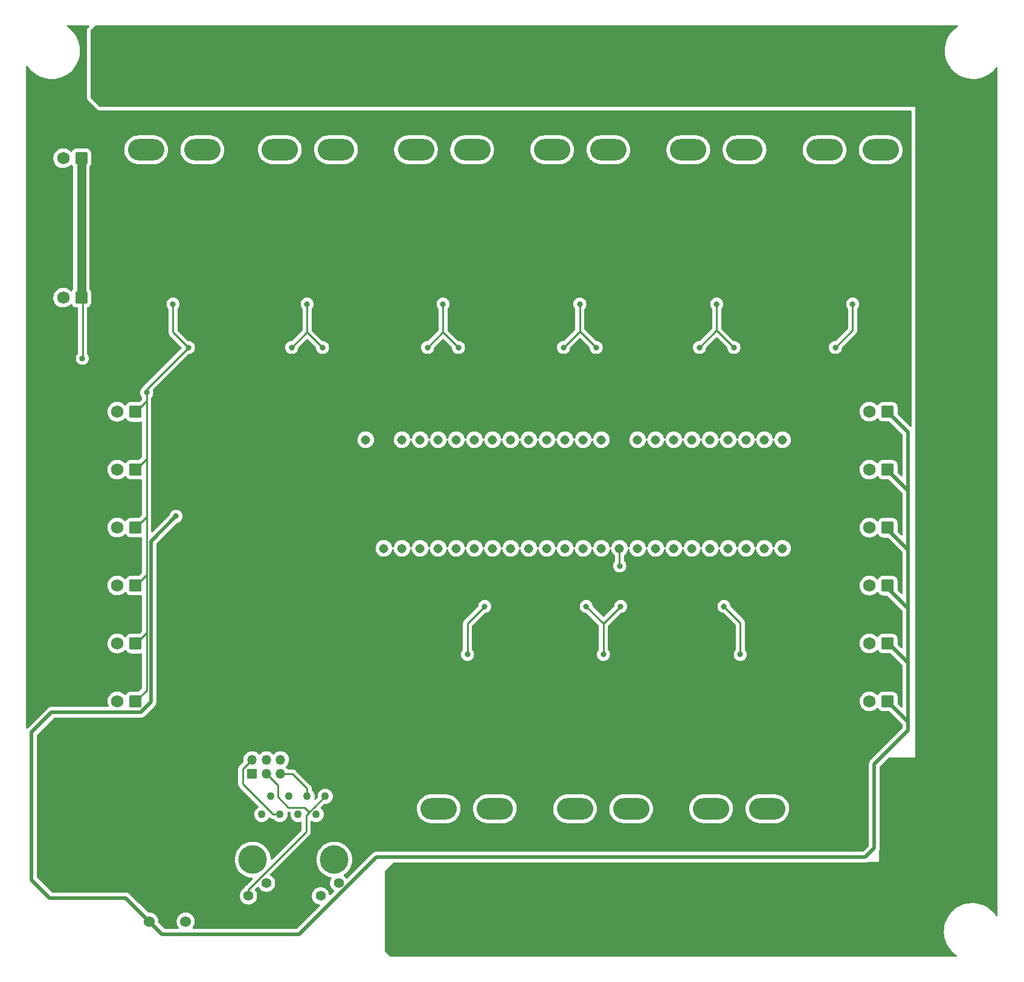
<source format=gbl>
%TF.GenerationSoftware,KiCad,Pcbnew,(6.0.10)*%
%TF.CreationDate,2022-12-30T00:20:43-06:00*%
%TF.ProjectId,Armboard_Hardware,41726d62-6f61-4726-945f-486172647761,rev?*%
%TF.SameCoordinates,Original*%
%TF.FileFunction,Copper,L2,Bot*%
%TF.FilePolarity,Positive*%
%FSLAX46Y46*%
G04 Gerber Fmt 4.6, Leading zero omitted, Abs format (unit mm)*
G04 Created by KiCad (PCBNEW (6.0.10)) date 2022-12-30 00:20:43*
%MOMM*%
%LPD*%
G01*
G04 APERTURE LIST*
G04 Aperture macros list*
%AMRoundRect*
0 Rectangle with rounded corners*
0 $1 Rounding radius*
0 $2 $3 $4 $5 $6 $7 $8 $9 X,Y pos of 4 corners*
0 Add a 4 corners polygon primitive as box body*
4,1,4,$2,$3,$4,$5,$6,$7,$8,$9,$2,$3,0*
0 Add four circle primitives for the rounded corners*
1,1,$1+$1,$2,$3*
1,1,$1+$1,$4,$5*
1,1,$1+$1,$6,$7*
1,1,$1+$1,$8,$9*
0 Add four rect primitives between the rounded corners*
20,1,$1+$1,$2,$3,$4,$5,0*
20,1,$1+$1,$4,$5,$6,$7,0*
20,1,$1+$1,$6,$7,$8,$9,0*
20,1,$1+$1,$8,$9,$2,$3,0*%
G04 Aperture macros list end*
%TA.AperFunction,ComponentPad*%
%ADD10R,1.350000X1.350000*%
%TD*%
%TA.AperFunction,ComponentPad*%
%ADD11O,1.350000X1.350000*%
%TD*%
%TA.AperFunction,ComponentPad*%
%ADD12RoundRect,0.250000X0.620000X0.620000X-0.620000X0.620000X-0.620000X-0.620000X0.620000X-0.620000X0*%
%TD*%
%TA.AperFunction,ComponentPad*%
%ADD13C,1.740000*%
%TD*%
%TA.AperFunction,ComponentPad*%
%ADD14C,1.524000*%
%TD*%
%TA.AperFunction,ComponentPad*%
%ADD15C,1.308000*%
%TD*%
%TA.AperFunction,ComponentPad*%
%ADD16C,1.100000*%
%TD*%
%TA.AperFunction,ComponentPad*%
%ADD17C,1.400000*%
%TD*%
%TA.AperFunction,ComponentPad*%
%ADD18C,4.000000*%
%TD*%
%TA.AperFunction,ComponentPad*%
%ADD19C,2.000000*%
%TD*%
%TA.AperFunction,ComponentPad*%
%ADD20O,5.100000X3.000000*%
%TD*%
%TA.AperFunction,ViaPad*%
%ADD21C,0.800000*%
%TD*%
%TA.AperFunction,Conductor*%
%ADD22C,0.254000*%
%TD*%
%TA.AperFunction,Conductor*%
%ADD23C,1.270000*%
%TD*%
%TA.AperFunction,Conductor*%
%ADD24C,0.508000*%
%TD*%
G04 APERTURE END LIST*
D10*
X184563000Y-261363000D03*
D11*
X184563000Y-259363000D03*
X186563000Y-261363000D03*
X186563000Y-259363000D03*
X188563000Y-261363000D03*
X188563000Y-259363000D03*
D12*
X168224200Y-226810000D03*
D13*
X165684200Y-226810000D03*
D12*
X168224200Y-243078000D03*
D13*
X165684200Y-243078000D03*
D14*
X175260000Y-282067000D03*
X172720000Y-282067000D03*
X170180000Y-282067000D03*
D12*
X168224200Y-210566000D03*
D13*
X165684200Y-210566000D03*
D12*
X273634200Y-226822000D03*
D13*
X271094200Y-226822000D03*
X268554200Y-226822000D03*
D12*
X273634200Y-251194000D03*
D13*
X271094200Y-251194000D03*
X268554200Y-251194000D03*
D12*
X273634200Y-234950000D03*
D13*
X271094200Y-234950000D03*
X268554200Y-234950000D03*
D12*
X168224200Y-234938000D03*
D13*
X165684200Y-234938000D03*
D12*
X168224200Y-218682000D03*
D13*
X165684200Y-218682000D03*
D12*
X273634200Y-218682000D03*
D13*
X271094200Y-218682000D03*
X268554200Y-218682000D03*
D12*
X160630000Y-194552000D03*
D13*
X158090000Y-194552000D03*
D12*
X168224200Y-251194000D03*
D13*
X165684200Y-251194000D03*
D15*
X203042000Y-229729500D03*
X205582000Y-229729500D03*
X208122000Y-229729500D03*
X210662000Y-229729500D03*
X236062000Y-229729500D03*
X205582000Y-214489500D03*
X213202000Y-229729500D03*
X215742000Y-229729500D03*
X218282000Y-229729500D03*
X220822000Y-229729500D03*
X223362000Y-229729500D03*
X225902000Y-229729500D03*
X228442000Y-229729500D03*
X230982000Y-229729500D03*
X233522000Y-229729500D03*
X233522000Y-214489500D03*
X230982000Y-214489500D03*
X228442000Y-214489500D03*
X225902000Y-214489500D03*
X223362000Y-214489500D03*
X220822000Y-214489500D03*
X218282000Y-214489500D03*
X215742000Y-214489500D03*
X213202000Y-214489500D03*
X210662000Y-214489500D03*
X208122000Y-214489500D03*
X238602000Y-229729500D03*
X241142000Y-229729500D03*
X243682000Y-229729500D03*
X246222000Y-229729500D03*
X248762000Y-229729500D03*
X251302000Y-229729500D03*
X253842000Y-229729500D03*
X256382000Y-229729500D03*
X258922000Y-229729500D03*
X258922000Y-214489500D03*
X256382000Y-214489500D03*
X253842000Y-214489500D03*
X251302000Y-214489500D03*
X248762000Y-214489500D03*
X246222000Y-214489500D03*
X243682000Y-214489500D03*
X241142000Y-214489500D03*
X238602000Y-214489500D03*
X200502000Y-229729500D03*
X236062000Y-214489500D03*
X203042000Y-214489500D03*
X200502000Y-214489500D03*
D12*
X273634200Y-210554000D03*
D13*
X271094200Y-210554000D03*
X268554200Y-210554000D03*
D12*
X160630000Y-174994000D03*
D13*
X158090000Y-174994000D03*
D16*
X185930000Y-267048000D03*
X187200000Y-264508000D03*
X188470000Y-267048000D03*
X189740000Y-264508000D03*
X191010000Y-267048000D03*
X192280000Y-264508000D03*
X193550000Y-267048000D03*
X194820000Y-264508000D03*
D17*
X184050000Y-278478000D03*
X186590000Y-276688000D03*
X194160000Y-278478000D03*
X196700000Y-276688000D03*
D18*
X184660000Y-273398000D03*
X196090000Y-273398000D03*
D19*
X182500000Y-270348000D03*
X198250000Y-270348000D03*
D12*
X273634200Y-243066000D03*
D13*
X271094200Y-243066000D03*
X268554200Y-243066000D03*
D20*
X267843000Y-266256800D03*
X275717000Y-266256800D03*
X169713480Y-173806600D03*
X177587480Y-173806600D03*
X226621704Y-173806600D03*
X234495704Y-173806600D03*
X256779004Y-266256800D03*
X248905004Y-266256800D03*
X218601212Y-266256800D03*
X210727212Y-266256800D03*
X188461028Y-173806600D03*
X196335028Y-173806600D03*
X207535016Y-173806600D03*
X215409016Y-173806600D03*
X245708392Y-173806600D03*
X253582392Y-173806600D03*
X237690000Y-266256800D03*
X229816000Y-266256800D03*
X264795080Y-173806600D03*
X272669080Y-173806600D03*
D21*
X272034000Y-165735000D03*
X170307000Y-162560000D03*
X231775000Y-274320000D03*
X220345000Y-274320000D03*
X169037000Y-165735000D03*
X215900000Y-281940000D03*
X229235000Y-274320000D03*
X198247000Y-165735000D03*
X270764000Y-162560000D03*
X247015000Y-274320000D03*
X233807000Y-162560000D03*
X254635000Y-274320000D03*
X239395000Y-274320000D03*
X251714000Y-165735000D03*
X236220000Y-281940000D03*
X167767000Y-165735000D03*
X211455000Y-277495000D03*
X236347000Y-165735000D03*
X186563000Y-162560000D03*
X264160000Y-165735000D03*
X284480000Y-198120000D03*
X217297000Y-165735000D03*
X266700000Y-162560000D03*
X256540000Y-281940000D03*
X230505000Y-277495000D03*
X265430000Y-162560000D03*
X284480000Y-248920000D03*
X236855000Y-277495000D03*
X248920000Y-157734000D03*
X255905000Y-277495000D03*
X208153000Y-162560000D03*
X235077000Y-165735000D03*
X175641000Y-165735000D03*
X217297000Y-162560000D03*
X227203000Y-162560000D03*
X230505000Y-274320000D03*
X187833000Y-165735000D03*
X245110000Y-162560000D03*
X160655000Y-183515000D03*
X190373000Y-165735000D03*
X195707000Y-162560000D03*
X205740000Y-281940000D03*
X214757000Y-165735000D03*
X169037000Y-162560000D03*
X238125000Y-277495000D03*
X216027000Y-162560000D03*
X251714000Y-162560000D03*
X284480000Y-167640000D03*
X243840000Y-165735000D03*
X236347000Y-162560000D03*
X284480000Y-238760000D03*
X228600000Y-157734000D03*
X257175000Y-274320000D03*
X194437000Y-165735000D03*
X274574000Y-162560000D03*
X247650000Y-165735000D03*
X213487000Y-165735000D03*
X236855000Y-274320000D03*
X238760000Y-157734000D03*
X167767000Y-162560000D03*
X270764000Y-165735000D03*
X209423000Y-162560000D03*
X186563000Y-165735000D03*
X276860000Y-281940000D03*
X170180000Y-157734000D03*
X262890000Y-165735000D03*
X216535000Y-277495000D03*
X252984000Y-165735000D03*
X198120000Y-157734000D03*
X226060000Y-281940000D03*
X284480000Y-228600000D03*
X195707000Y-165735000D03*
X219075000Y-274320000D03*
X252984000Y-162560000D03*
X225933000Y-165735000D03*
X212725000Y-274320000D03*
X249555000Y-277495000D03*
X247015000Y-277495000D03*
X208915000Y-274320000D03*
X254254000Y-162560000D03*
X217805000Y-277495000D03*
X255524000Y-165735000D03*
X248285000Y-277495000D03*
X232537000Y-162560000D03*
X219075000Y-277495000D03*
X210185000Y-274320000D03*
X274574000Y-165735000D03*
X227965000Y-274320000D03*
X269240000Y-157734000D03*
X250825000Y-277495000D03*
X187833000Y-162560000D03*
X227965000Y-277495000D03*
X175641000Y-162560000D03*
X255524000Y-162560000D03*
X243840000Y-162560000D03*
X235077000Y-162560000D03*
X249555000Y-274320000D03*
X246380000Y-165735000D03*
X284480000Y-269240000D03*
X196977000Y-165735000D03*
X257175000Y-277495000D03*
X228473000Y-165735000D03*
X284480000Y-259080000D03*
X272034000Y-162560000D03*
X284480000Y-208280000D03*
X246380000Y-162560000D03*
X246380000Y-281940000D03*
X170307000Y-165735000D03*
X189103000Y-162560000D03*
X209423000Y-165735000D03*
X273304000Y-165735000D03*
X284480000Y-187960000D03*
X210185000Y-277495000D03*
X208280000Y-157734000D03*
X180340000Y-157734000D03*
X273304000Y-162560000D03*
X206883000Y-165735000D03*
X211455000Y-274320000D03*
X233807000Y-165735000D03*
X254254000Y-165735000D03*
X213487000Y-162560000D03*
X235585000Y-277495000D03*
X258445000Y-277495000D03*
X208915000Y-277495000D03*
X178181000Y-162560000D03*
X220345000Y-277495000D03*
X179451000Y-165735000D03*
X224663000Y-162560000D03*
X248285000Y-274320000D03*
X189103000Y-165735000D03*
X245110000Y-165735000D03*
X255905000Y-274320000D03*
X235585000Y-274320000D03*
X229235000Y-277495000D03*
X176911000Y-165735000D03*
X258445000Y-274320000D03*
X284480000Y-276860000D03*
X179451000Y-162560000D03*
X284480000Y-218440000D03*
X216027000Y-165735000D03*
X224663000Y-165735000D03*
X205613000Y-162560000D03*
X208153000Y-165735000D03*
X264160000Y-162560000D03*
X178181000Y-165735000D03*
X259080000Y-157734000D03*
X190373000Y-162560000D03*
X232537000Y-165735000D03*
X218440000Y-157734000D03*
X239395000Y-277495000D03*
X171577000Y-165735000D03*
X265430000Y-165735000D03*
X171577000Y-162560000D03*
X228473000Y-162560000D03*
X238125000Y-274320000D03*
X194437000Y-162560000D03*
X262890000Y-162560000D03*
X225933000Y-162560000D03*
X214757000Y-162560000D03*
X254635000Y-277495000D03*
X266700000Y-165735000D03*
X176911000Y-162560000D03*
X206883000Y-162560000D03*
X284480000Y-177800000D03*
X205613000Y-165735000D03*
X231775000Y-277495000D03*
X217805000Y-274320000D03*
X160782000Y-203073000D03*
X266700000Y-281940000D03*
X227203000Y-165735000D03*
X198247000Y-162560000D03*
X196977000Y-162560000D03*
X247650000Y-162560000D03*
X212725000Y-277495000D03*
X216535000Y-274320000D03*
X250825000Y-274320000D03*
X170352714Y-181796200D03*
X259080000Y-196342000D03*
X187821796Y-185225200D03*
X211341012Y-254977500D03*
X245046992Y-181656900D03*
X270764080Y-185171600D03*
X196965796Y-181796200D03*
X187821796Y-181796200D03*
X225979504Y-185085900D03*
X248666000Y-194437000D03*
X173482000Y-201574400D03*
X262890080Y-185171600D03*
X250814238Y-254965200D03*
X227249504Y-181656900D03*
X205604616Y-181656900D03*
X172720000Y-264922000D03*
X214757000Y-238582200D03*
X195695796Y-185225200D03*
X238325000Y-258267200D03*
X231721000Y-254838200D03*
X176956714Y-181796200D03*
X211328000Y-201625200D03*
X213478616Y-185085900D03*
X233807000Y-238607600D03*
X264160080Y-181742600D03*
X211341012Y-258406500D03*
X210071012Y-258406500D03*
X248274238Y-254965200D03*
X252920992Y-185085900D03*
X216018616Y-181656900D03*
X228473000Y-221996000D03*
X220485012Y-254977500D03*
X210439000Y-194437000D03*
X221488000Y-178181000D03*
X239522000Y-196469000D03*
X196965796Y-185225200D03*
X213478616Y-181656900D03*
X239595000Y-258267200D03*
X257418238Y-254965200D03*
X195695796Y-181796200D03*
X250814238Y-258394200D03*
X202184000Y-178054000D03*
X176956714Y-185225200D03*
X224409000Y-243713000D03*
X237055000Y-258267200D03*
X231721000Y-258267200D03*
X262890080Y-181742600D03*
X186551796Y-181796200D03*
X257418238Y-258394200D03*
X256148238Y-258394200D03*
X237055000Y-254838200D03*
X168148000Y-203835000D03*
X212611012Y-254977500D03*
X214748616Y-185085900D03*
X243776992Y-185085900D03*
X246316992Y-181656900D03*
X249682000Y-201549000D03*
X175686714Y-185225200D03*
X169082714Y-185225200D03*
X268732000Y-201549000D03*
X172593000Y-194437000D03*
X254190992Y-181656900D03*
X189091796Y-181796200D03*
X243776992Y-181656900D03*
X210071012Y-254977500D03*
X233853504Y-181656900D03*
X164465000Y-179578000D03*
X246316992Y-185085900D03*
X183261000Y-178181000D03*
X216018616Y-185085900D03*
X191389000Y-194437000D03*
X249544238Y-254965200D03*
X220485012Y-258406500D03*
X235123504Y-185085900D03*
X230451000Y-258267200D03*
X192278000Y-201574400D03*
X239595000Y-254838200D03*
X182118000Y-243078000D03*
X238325000Y-254838200D03*
X265430080Y-181742600D03*
X206874616Y-185085900D03*
X178226714Y-185225200D03*
X217945012Y-258406500D03*
X267716000Y-194437000D03*
X205604616Y-185085900D03*
X258688238Y-254965200D03*
X215646000Y-245618000D03*
X273304080Y-181742600D03*
X178226714Y-181796200D03*
X182118000Y-218694000D03*
X272034080Y-181742600D03*
X165608000Y-195961000D03*
X234823000Y-245618000D03*
X229181000Y-254838200D03*
X229181000Y-258267200D03*
X270764080Y-181742600D03*
X217945012Y-254977500D03*
X219215012Y-254977500D03*
X194425796Y-185225200D03*
X186551796Y-185225200D03*
X259334000Y-177800000D03*
X220218000Y-196215000D03*
X182372000Y-196723000D03*
X206874616Y-181656900D03*
X232583504Y-185085900D03*
X256148238Y-254965200D03*
X254190992Y-185085900D03*
X194425796Y-181796200D03*
X175686714Y-181796200D03*
X157099000Y-264922000D03*
X232583504Y-181656900D03*
X251650992Y-185085900D03*
X245046992Y-185085900D03*
X224709504Y-181656900D03*
X225979504Y-181656900D03*
X229616000Y-194437000D03*
X258688238Y-258394200D03*
X252907800Y-238379000D03*
X233853504Y-185085900D03*
X252920992Y-181656900D03*
X170352714Y-185225200D03*
X224155000Y-262890000D03*
X219215012Y-258406500D03*
X167812714Y-181796200D03*
X244602000Y-242697000D03*
X253873000Y-245618000D03*
X208144616Y-181656900D03*
X264160080Y-185171600D03*
X235123504Y-181656900D03*
X214748616Y-181656900D03*
X169082714Y-181796200D03*
X227249504Y-185085900D03*
X197485000Y-243078000D03*
X248274238Y-258394200D03*
X162433000Y-197231000D03*
X201295000Y-196596000D03*
X251650992Y-181656900D03*
X230451000Y-254838200D03*
X272034080Y-185171600D03*
X212611012Y-258406500D03*
X230454200Y-201777600D03*
X265430080Y-185171600D03*
X240538000Y-177673000D03*
X208144616Y-185085900D03*
X249544238Y-258394200D03*
X273304080Y-185171600D03*
X157099000Y-273050000D03*
X224709504Y-185085900D03*
X189091796Y-185225200D03*
X167812714Y-185225200D03*
X213487000Y-201549000D03*
X266319000Y-201549000D03*
X236220000Y-237871000D03*
X252095000Y-201549000D03*
X214757000Y-244602000D03*
X232791000Y-201549000D03*
X250698000Y-237871000D03*
X236093000Y-232193500D03*
X268732000Y-195453000D03*
X209169000Y-201549000D03*
X175641000Y-201549000D03*
X233807000Y-244602000D03*
X190119000Y-201549000D03*
X211328000Y-195453000D03*
X249682000Y-195453000D03*
X252984000Y-244602000D03*
X231394000Y-237871000D03*
X230505000Y-195453000D03*
X192278000Y-195453000D03*
X169799000Y-207863500D03*
X247269000Y-201549000D03*
X228219000Y-201549000D03*
X217170000Y-237871000D03*
X194437000Y-201549000D03*
X173482000Y-195453000D03*
X173905211Y-225233532D03*
D22*
X160805500Y-203049500D02*
X160805500Y-194727500D01*
D23*
X160630000Y-194552000D02*
X160630000Y-174994000D01*
D22*
X160805500Y-194727500D02*
X160630000Y-194552000D01*
X160782000Y-203073000D02*
X160805500Y-203049500D01*
X168224200Y-210566000D02*
X168275000Y-210566000D01*
X252984000Y-240157000D02*
X250698000Y-237871000D01*
X168224200Y-243078000D02*
X168275000Y-243078000D01*
X168287000Y-218682000D02*
X169799000Y-217170000D01*
X230505000Y-199263000D02*
X228219000Y-201549000D01*
D24*
X168224200Y-218682000D02*
X168224200Y-218694000D01*
D22*
X268732000Y-199136000D02*
X266319000Y-201549000D01*
X233807000Y-240284000D02*
X231394000Y-237871000D01*
X169799000Y-225298000D02*
X169799000Y-233426000D01*
X168224200Y-218682000D02*
X168287000Y-218682000D01*
X168287000Y-234938000D02*
X169799000Y-233426000D01*
X169799000Y-241554000D02*
X169799000Y-249619200D01*
X214757000Y-244602000D02*
X214757000Y-241046000D01*
X211328000Y-199136000D02*
X211328000Y-199390000D01*
X168224200Y-226810000D02*
X168287000Y-226810000D01*
X169799000Y-207391000D02*
X169799000Y-209042000D01*
X211328000Y-199390000D02*
X213487000Y-201549000D01*
D24*
X168224200Y-234938000D02*
X168224200Y-234950000D01*
D22*
X169799000Y-217170000D02*
X169799000Y-225298000D01*
X230505000Y-195453000D02*
X230505000Y-199263000D01*
X249682000Y-199136000D02*
X247269000Y-201549000D01*
X211328000Y-199390000D02*
X209169000Y-201549000D01*
X175641000Y-201549000D02*
X169799000Y-207391000D01*
X233807000Y-240284000D02*
X236220000Y-237871000D01*
X168287000Y-226810000D02*
X169799000Y-225298000D01*
X214757000Y-240284000D02*
X217170000Y-237871000D01*
X192278000Y-199390000D02*
X190119000Y-201549000D01*
X252984000Y-244602000D02*
X252984000Y-240157000D01*
X169799000Y-209042000D02*
X169799000Y-217170000D01*
X249682000Y-199136000D02*
X252095000Y-201549000D01*
X168275000Y-210566000D02*
X169799000Y-209042000D01*
X211328000Y-195453000D02*
X211328000Y-199136000D01*
X168224200Y-234938000D02*
X168287000Y-234938000D01*
X192278000Y-199390000D02*
X194437000Y-201549000D01*
D24*
X168224200Y-226810000D02*
X168224200Y-226822000D01*
D22*
X169799000Y-233426000D02*
X169799000Y-241554000D01*
X173482000Y-195453000D02*
X173482000Y-199390000D01*
X230505000Y-199263000D02*
X232791000Y-201549000D01*
X249682000Y-195453000D02*
X249682000Y-199136000D01*
X169799000Y-249619200D02*
X168224200Y-251194000D01*
X236062000Y-232162500D02*
X236093000Y-232193500D01*
X192278000Y-195453000D02*
X192278000Y-199263000D01*
X214757000Y-241046000D02*
X214757000Y-240284000D01*
D24*
X168224200Y-251194000D02*
X168224200Y-251206000D01*
D22*
X233807000Y-244602000D02*
X233807000Y-240284000D01*
X173482000Y-199390000D02*
X175641000Y-201549000D01*
X236062000Y-229729500D02*
X236062000Y-232162500D01*
X192278000Y-199263000D02*
X192278000Y-199390000D01*
X168275000Y-243078000D02*
X169799000Y-241554000D01*
X268732000Y-195453000D02*
X268732000Y-199136000D01*
X192453000Y-266621000D02*
X192707000Y-266621000D01*
X192405000Y-266923000D02*
X192389500Y-266938500D01*
X192389500Y-266938500D02*
X192580000Y-266748000D01*
X184050000Y-278478000D02*
X184050000Y-277595000D01*
X191888679Y-266056679D02*
X192405000Y-266573000D01*
X188159321Y-262959321D02*
X188159321Y-264582322D01*
X192580000Y-266748000D02*
X192707000Y-266621000D01*
X186563000Y-261363000D02*
X188159321Y-262959321D01*
X192405000Y-266573000D02*
X192405000Y-266923000D01*
X184050000Y-277595000D02*
X192151000Y-269494000D01*
X189633678Y-266056679D02*
X191888679Y-266056679D01*
X192707000Y-266621000D02*
X193271321Y-266056679D01*
X192405000Y-266573000D02*
X192453000Y-266621000D01*
X188159321Y-264582322D02*
X189633678Y-266056679D01*
X192151000Y-267177000D02*
X192389500Y-266938500D01*
X193271321Y-266056679D02*
X194820000Y-264508000D01*
X192151000Y-269494000D02*
X192151000Y-267177000D01*
X192405000Y-266573000D02*
X192580000Y-266748000D01*
X183261000Y-262776000D02*
X187533000Y-267048000D01*
X184563000Y-259363000D02*
X183261000Y-260665000D01*
X187533000Y-267048000D02*
X188470000Y-267048000D01*
X183261000Y-260665000D02*
X183261000Y-262776000D01*
X188563000Y-261363000D02*
X190230000Y-261363000D01*
X190230000Y-261363000D02*
X192280000Y-263413000D01*
X192280000Y-263413000D02*
X192280000Y-264508000D01*
D24*
X273634200Y-234950000D02*
X273634200Y-235305600D01*
X271780000Y-259969000D02*
X276479000Y-255270000D01*
X276479000Y-245770400D02*
X276479000Y-238150400D01*
X201970003Y-273050000D02*
X270510000Y-273050000D01*
X273774600Y-243066000D02*
X276479000Y-245770400D01*
X273647600Y-251194000D02*
X276479000Y-254025400D01*
X170380000Y-251273806D02*
X170380000Y-249301000D01*
X168923806Y-252730000D02*
X170380000Y-251273806D01*
X156464000Y-252730000D02*
X168656000Y-252730000D01*
X273634200Y-218682000D02*
X273634200Y-218795600D01*
X170380000Y-249301000D02*
X170380000Y-228758743D01*
X276479000Y-255270000D02*
X276479000Y-254025400D01*
X273634200Y-243066000D02*
X273774600Y-243066000D01*
X166878000Y-278765000D02*
X165989000Y-278765000D01*
X276479000Y-221640400D02*
X276479000Y-213398800D01*
X156210000Y-252984000D02*
X156464000Y-252730000D01*
X170180000Y-282067000D02*
X166878000Y-278765000D01*
X273634200Y-235305600D02*
X276479000Y-238150400D01*
X276479000Y-238150400D02*
X276479000Y-229895400D01*
X273634200Y-251194000D02*
X273647600Y-251194000D01*
X168656000Y-252730000D02*
X168923806Y-252730000D01*
X273634200Y-226822000D02*
X273634200Y-227050600D01*
X276479000Y-254025400D02*
X276479000Y-245770400D01*
X165989000Y-278765000D02*
X156210000Y-278765000D01*
X271780000Y-271780000D02*
X271780000Y-259969000D01*
X270510000Y-273050000D02*
X271780000Y-271780000D01*
X273634200Y-227050600D02*
X276479000Y-229895400D01*
X153670000Y-255524000D02*
X156210000Y-252984000D01*
X191175003Y-283845000D02*
X201970003Y-273050000D01*
X170380000Y-228758743D02*
X173905211Y-225233532D01*
X276479000Y-213398800D02*
X273634200Y-210554000D01*
X170180000Y-282067000D02*
X171958000Y-283845000D01*
X276479000Y-229895400D02*
X276479000Y-221640400D01*
X171958000Y-283845000D02*
X191175003Y-283845000D01*
X153670000Y-276225000D02*
X153670000Y-255524000D01*
X273634200Y-218795600D02*
X276479000Y-221640400D01*
X156210000Y-278765000D02*
X153670000Y-276225000D01*
%TA.AperFunction,Conductor*%
G36*
X283440507Y-156357502D02*
G01*
X283487000Y-156411158D01*
X283497104Y-156481432D01*
X283467610Y-156546012D01*
X283437939Y-156571105D01*
X283386669Y-156602339D01*
X283070899Y-156840721D01*
X283068617Y-156842831D01*
X283068608Y-156842838D01*
X282951541Y-156951054D01*
X282780366Y-157109287D01*
X282778294Y-157111625D01*
X282778289Y-157111630D01*
X282520028Y-157403029D01*
X282520023Y-157403035D01*
X282517944Y-157405381D01*
X282286227Y-157726074D01*
X282087507Y-158068196D01*
X282086217Y-158071033D01*
X282086215Y-158071037D01*
X281925041Y-158425521D01*
X281923749Y-158428363D01*
X281796572Y-158803013D01*
X281707234Y-159188443D01*
X281656619Y-159580839D01*
X281645227Y-159976322D01*
X281673170Y-160370982D01*
X281740173Y-160760915D01*
X281845572Y-161142265D01*
X281988326Y-161511261D01*
X282167023Y-161864255D01*
X282379895Y-162197755D01*
X282624838Y-162508463D01*
X282627013Y-162510719D01*
X282627018Y-162510725D01*
X282750468Y-162638784D01*
X282899429Y-162793308D01*
X282901822Y-162795341D01*
X283198559Y-163047438D01*
X283198567Y-163047445D01*
X283200954Y-163049472D01*
X283203534Y-163051255D01*
X283523857Y-163272645D01*
X283523866Y-163272650D01*
X283526429Y-163274422D01*
X283529164Y-163275935D01*
X283529169Y-163275938D01*
X283693957Y-163367093D01*
X283872638Y-163465934D01*
X283875507Y-163467167D01*
X283875518Y-163467172D01*
X284233287Y-163620881D01*
X284236155Y-163622113D01*
X284239132Y-163623054D01*
X284239136Y-163623056D01*
X284367911Y-163663782D01*
X284613387Y-163741416D01*
X285000603Y-163822662D01*
X285003721Y-163822998D01*
X285391522Y-163864785D01*
X285391525Y-163864785D01*
X285393973Y-163865049D01*
X285396436Y-163865120D01*
X285396437Y-163865120D01*
X285400086Y-163865225D01*
X285451291Y-163866700D01*
X285722352Y-163866700D01*
X285723915Y-163866622D01*
X285723923Y-163866622D01*
X285820291Y-163861824D01*
X286018158Y-163851974D01*
X286021243Y-163851510D01*
X286021245Y-163851510D01*
X286406316Y-163793617D01*
X286409409Y-163793152D01*
X286610584Y-163742060D01*
X286789839Y-163696535D01*
X286789842Y-163696534D01*
X286792882Y-163695762D01*
X286795830Y-163694692D01*
X287161849Y-163561834D01*
X287161859Y-163561830D01*
X287164787Y-163560767D01*
X287521446Y-163389502D01*
X287859331Y-163183661D01*
X288175101Y-162945279D01*
X288177383Y-162943169D01*
X288177392Y-162943162D01*
X288463337Y-162678836D01*
X288465634Y-162676713D01*
X288614751Y-162508463D01*
X288725972Y-162382971D01*
X288725977Y-162382965D01*
X288728056Y-162380619D01*
X288823370Y-162248706D01*
X288879479Y-162205205D01*
X288950199Y-162198945D01*
X289013077Y-162231912D01*
X289048150Y-162293640D01*
X289051500Y-162322500D01*
X289051500Y-281217080D01*
X289031498Y-281285201D01*
X288977842Y-281331694D01*
X288907568Y-281341798D01*
X288842988Y-281312304D01*
X288819292Y-281284872D01*
X288795259Y-281247219D01*
X288739105Y-281159245D01*
X288494162Y-280848537D01*
X288491987Y-280846281D01*
X288491982Y-280846275D01*
X288329922Y-280678164D01*
X288219571Y-280563692D01*
X288216999Y-280561507D01*
X287920441Y-280309562D01*
X287920433Y-280309555D01*
X287918046Y-280307528D01*
X287723891Y-280173339D01*
X287595143Y-280084355D01*
X287595134Y-280084350D01*
X287592571Y-280082578D01*
X287589836Y-280081065D01*
X287589831Y-280081062D01*
X287382080Y-279966141D01*
X287246362Y-279891066D01*
X287243493Y-279889833D01*
X287243482Y-279889828D01*
X286885713Y-279736119D01*
X286885710Y-279736118D01*
X286882845Y-279734887D01*
X286879868Y-279733946D01*
X286879864Y-279733944D01*
X286716990Y-279682434D01*
X286505613Y-279615584D01*
X286118397Y-279534338D01*
X286065044Y-279528589D01*
X285727478Y-279492215D01*
X285727475Y-279492215D01*
X285725027Y-279491951D01*
X285722564Y-279491880D01*
X285722563Y-279491880D01*
X285718914Y-279491775D01*
X285667709Y-279490300D01*
X285396648Y-279490300D01*
X285395085Y-279490378D01*
X285395077Y-279490378D01*
X285298709Y-279495176D01*
X285100842Y-279505026D01*
X285097757Y-279505490D01*
X285097755Y-279505490D01*
X284944114Y-279528589D01*
X284709591Y-279563848D01*
X284706556Y-279564619D01*
X284706555Y-279564619D01*
X284329161Y-279660465D01*
X284329158Y-279660466D01*
X284326118Y-279661238D01*
X284323171Y-279662308D01*
X284323170Y-279662308D01*
X283957151Y-279795166D01*
X283957141Y-279795170D01*
X283954213Y-279796233D01*
X283597554Y-279967498D01*
X283259669Y-280173339D01*
X282943899Y-280411721D01*
X282941617Y-280413831D01*
X282941608Y-280413838D01*
X282781697Y-280561659D01*
X282653366Y-280680287D01*
X282651294Y-280682625D01*
X282651289Y-280682630D01*
X282393028Y-280974029D01*
X282393023Y-280974035D01*
X282390944Y-280976381D01*
X282159227Y-281297074D01*
X281960507Y-281639196D01*
X281796749Y-281999363D01*
X281795747Y-282002316D01*
X281795745Y-282002320D01*
X281773789Y-282067000D01*
X281669572Y-282374013D01*
X281580234Y-282759443D01*
X281529619Y-283151839D01*
X281518227Y-283547322D01*
X281546170Y-283941982D01*
X281613173Y-284331915D01*
X281614005Y-284334924D01*
X281614006Y-284334930D01*
X281656812Y-284489807D01*
X281718572Y-284713265D01*
X281719702Y-284716185D01*
X281719703Y-284716189D01*
X281840867Y-285029377D01*
X281861326Y-285082261D01*
X282040023Y-285435255D01*
X282252895Y-285768755D01*
X282497838Y-286079463D01*
X282500013Y-286081719D01*
X282500018Y-286081725D01*
X282507202Y-286089177D01*
X282772429Y-286364308D01*
X282774822Y-286366341D01*
X283071559Y-286618438D01*
X283071567Y-286618445D01*
X283073954Y-286620472D01*
X283076534Y-286622255D01*
X283319019Y-286789847D01*
X283363685Y-286845033D01*
X283371426Y-286915606D01*
X283339782Y-286979161D01*
X283278802Y-287015519D01*
X283247380Y-287019500D01*
X204013690Y-287019500D01*
X203945569Y-286999498D01*
X203924595Y-286982595D01*
X203236905Y-286294905D01*
X203202879Y-286232593D01*
X203200000Y-286205810D01*
X203200000Y-275007190D01*
X203220002Y-274939069D01*
X203236905Y-274918095D01*
X204305595Y-273849405D01*
X204367907Y-273815379D01*
X204394690Y-273812500D01*
X270442624Y-273812500D01*
X270461574Y-273813933D01*
X270475973Y-273816124D01*
X270475979Y-273816124D01*
X270483208Y-273817224D01*
X270490500Y-273816631D01*
X270490503Y-273816631D01*
X270536183Y-273812915D01*
X270546398Y-273812500D01*
X270554525Y-273812500D01*
X270558161Y-273812076D01*
X270558163Y-273812076D01*
X270561615Y-273811673D01*
X270582924Y-273809189D01*
X270587244Y-273808762D01*
X270660426Y-273802809D01*
X270667388Y-273800553D01*
X270673376Y-273799357D01*
X270679333Y-273797949D01*
X270686607Y-273797101D01*
X270693489Y-273794603D01*
X270693493Y-273794602D01*
X270755607Y-273772055D01*
X270759711Y-273770645D01*
X270829575Y-273748013D01*
X270835838Y-273744213D01*
X270841380Y-273741675D01*
X270846857Y-273738933D01*
X270853741Y-273736434D01*
X270859862Y-273732421D01*
X270859870Y-273732417D01*
X270900730Y-273705628D01*
X270969814Y-273685000D01*
X272415000Y-273685000D01*
X272415000Y-272246963D01*
X272432984Y-272183623D01*
X272433160Y-272183400D01*
X272464232Y-272116918D01*
X272466163Y-272112967D01*
X272496213Y-272054117D01*
X272499543Y-272047596D01*
X272501284Y-272040481D01*
X272503421Y-272034735D01*
X272505345Y-272028952D01*
X272508444Y-272022321D01*
X272523394Y-271950443D01*
X272524363Y-271946162D01*
X272540470Y-271880339D01*
X272541804Y-271874888D01*
X272542500Y-271863670D01*
X272542539Y-271863672D01*
X272542772Y-271859771D01*
X272543161Y-271855412D01*
X272544652Y-271848244D01*
X272542546Y-271770423D01*
X272542500Y-271767014D01*
X272542500Y-260337028D01*
X272562502Y-260268907D01*
X272579405Y-260247933D01*
X273710433Y-259116905D01*
X273772745Y-259082879D01*
X273799528Y-259080000D01*
X277495000Y-259080000D01*
X277495000Y-167767000D01*
X163247190Y-167767000D01*
X163179069Y-167746998D01*
X163158095Y-167730095D01*
X161961905Y-166533905D01*
X161927879Y-166471593D01*
X161925000Y-166444810D01*
X161925000Y-157151190D01*
X161945002Y-157083069D01*
X161961905Y-157062095D01*
X162649595Y-156374405D01*
X162711907Y-156340379D01*
X162738690Y-156337500D01*
X283372386Y-156337500D01*
X283440507Y-156357502D01*
G37*
%TD.AperFunction*%
%TA.AperFunction,Conductor*%
G36*
X161724233Y-156357502D02*
G01*
X161770726Y-156411158D01*
X161780830Y-156481432D01*
X161751336Y-156546012D01*
X161745207Y-156552595D01*
X161598806Y-156698996D01*
X161562083Y-156739877D01*
X161545180Y-156760851D01*
X161544190Y-156762224D01*
X161516638Y-156800430D01*
X161516635Y-156800435D01*
X161513018Y-156805451D01*
X161452302Y-156938400D01*
X161445327Y-156962154D01*
X161436361Y-156992692D01*
X161432300Y-157006521D01*
X161411500Y-157151190D01*
X161411500Y-166444810D01*
X161414441Y-166499692D01*
X161417320Y-166526475D01*
X161417588Y-166528132D01*
X161417590Y-166528143D01*
X161425125Y-166574640D01*
X161425126Y-166574645D01*
X161426116Y-166580752D01*
X161477194Y-166717693D01*
X161511220Y-166780005D01*
X161513915Y-166783605D01*
X161596109Y-166893402D01*
X161596113Y-166893406D01*
X161598806Y-166897004D01*
X162794996Y-168093194D01*
X162835877Y-168129917D01*
X162856851Y-168146820D01*
X162858224Y-168147810D01*
X162896430Y-168175362D01*
X162896435Y-168175365D01*
X162901451Y-168178982D01*
X163034400Y-168239698D01*
X163058154Y-168246673D01*
X163098198Y-168258431D01*
X163098202Y-168258432D01*
X163102521Y-168259700D01*
X163106970Y-168260340D01*
X163106976Y-168260341D01*
X163242743Y-168279861D01*
X163242748Y-168279861D01*
X163247190Y-168280500D01*
X276855500Y-168280500D01*
X276923621Y-168300502D01*
X276970114Y-168354158D01*
X276981500Y-168406500D01*
X276981500Y-212518772D01*
X276961498Y-212586893D01*
X276907842Y-212633386D01*
X276837568Y-212643490D01*
X276772988Y-212613996D01*
X276766405Y-212607867D01*
X275049605Y-210891067D01*
X275015579Y-210828755D01*
X275012700Y-210801972D01*
X275012700Y-209883600D01*
X275010925Y-209866489D01*
X275002438Y-209784692D01*
X275002437Y-209784688D01*
X275001726Y-209777834D01*
X274971199Y-209686332D01*
X274950157Y-209623262D01*
X274945750Y-209610054D01*
X274852678Y-209459652D01*
X274727503Y-209334695D01*
X274678249Y-209304334D01*
X274583168Y-209245725D01*
X274583166Y-209245724D01*
X274576938Y-209241885D01*
X274452633Y-209200655D01*
X274415589Y-209188368D01*
X274415587Y-209188368D01*
X274409061Y-209186203D01*
X274402225Y-209185503D01*
X274402222Y-209185502D01*
X274359169Y-209181091D01*
X274304600Y-209175500D01*
X272963800Y-209175500D01*
X272960554Y-209175837D01*
X272960550Y-209175837D01*
X272864892Y-209185762D01*
X272864888Y-209185763D01*
X272858034Y-209186474D01*
X272851498Y-209188655D01*
X272851496Y-209188655D01*
X272726393Y-209230393D01*
X272690254Y-209242450D01*
X272539852Y-209335522D01*
X272414895Y-209460697D01*
X272322085Y-209611262D01*
X272320096Y-209610036D01*
X272280602Y-209654879D01*
X272212322Y-209674332D01*
X272144365Y-209653782D01*
X272120143Y-209633136D01*
X272041031Y-209546193D01*
X272037556Y-209542374D01*
X272033505Y-209539175D01*
X272033501Y-209539171D01*
X271863719Y-209405085D01*
X271863715Y-209405083D01*
X271859664Y-209401883D01*
X271848147Y-209395525D01*
X271770576Y-209352704D01*
X271661215Y-209292334D01*
X271656346Y-209290610D01*
X271656342Y-209290608D01*
X271452414Y-209218393D01*
X271452410Y-209218392D01*
X271447539Y-209216667D01*
X271442446Y-209215760D01*
X271442443Y-209215759D01*
X271341407Y-209197762D01*
X271224373Y-209176915D01*
X271135427Y-209175828D01*
X271002881Y-209174208D01*
X271002879Y-209174208D01*
X270997711Y-209174145D01*
X270773641Y-209208433D01*
X270558179Y-209278857D01*
X270553591Y-209281245D01*
X270553587Y-209281247D01*
X270361702Y-209381136D01*
X270357113Y-209383525D01*
X270352980Y-209386628D01*
X270352977Y-209386630D01*
X270245246Y-209467517D01*
X270175841Y-209519628D01*
X270019233Y-209683509D01*
X270016319Y-209687781D01*
X270016318Y-209687782D01*
X269992954Y-209722033D01*
X269891494Y-209870768D01*
X269796054Y-210076375D01*
X269735477Y-210294810D01*
X269711389Y-210520205D01*
X269724437Y-210746508D01*
X269725574Y-210751554D01*
X269725575Y-210751560D01*
X269742972Y-210828755D01*
X269774272Y-210967640D01*
X269776214Y-210972422D01*
X269776215Y-210972426D01*
X269781088Y-210984426D01*
X269859554Y-211177665D01*
X269977993Y-211370940D01*
X269988388Y-211382940D01*
X270123024Y-211538369D01*
X270123028Y-211538373D01*
X270126409Y-211542276D01*
X270130384Y-211545576D01*
X270130387Y-211545579D01*
X270188495Y-211593821D01*
X270300815Y-211687071D01*
X270387244Y-211737576D01*
X270492067Y-211798829D01*
X270492070Y-211798831D01*
X270496529Y-211801436D01*
X270708293Y-211882301D01*
X270713361Y-211883332D01*
X270713364Y-211883333D01*
X270822372Y-211905511D01*
X270930421Y-211927494D01*
X270935594Y-211927684D01*
X270935597Y-211927684D01*
X271151783Y-211935611D01*
X271151787Y-211935611D01*
X271156947Y-211935800D01*
X271162067Y-211935144D01*
X271162069Y-211935144D01*
X271232807Y-211926082D01*
X271381788Y-211906997D01*
X271386737Y-211905512D01*
X271386743Y-211905511D01*
X271593956Y-211843344D01*
X271593955Y-211843344D01*
X271598906Y-211841859D01*
X271802470Y-211742134D01*
X271806675Y-211739134D01*
X271806681Y-211739131D01*
X271982809Y-211613500D01*
X271982811Y-211613498D01*
X271987013Y-211610501D01*
X272125428Y-211472568D01*
X272187800Y-211438652D01*
X272258606Y-211443840D01*
X272315368Y-211486486D01*
X272322342Y-211498136D01*
X272322650Y-211497946D01*
X272415722Y-211648348D01*
X272540897Y-211773305D01*
X272547127Y-211777145D01*
X272547128Y-211777146D01*
X272667887Y-211851583D01*
X272691462Y-211866115D01*
X272734699Y-211880456D01*
X272852811Y-211919632D01*
X272852813Y-211919632D01*
X272859339Y-211921797D01*
X272866175Y-211922497D01*
X272866178Y-211922498D01*
X272909231Y-211926909D01*
X272963800Y-211932500D01*
X273882172Y-211932500D01*
X273950293Y-211952502D01*
X273971267Y-211969405D01*
X275679595Y-213677733D01*
X275713621Y-213740045D01*
X275716500Y-213766828D01*
X275716500Y-219495372D01*
X275696498Y-219563493D01*
X275642842Y-219609986D01*
X275572568Y-219620090D01*
X275507988Y-219590596D01*
X275501405Y-219584467D01*
X275049605Y-219132667D01*
X275015579Y-219070355D01*
X275012700Y-219043572D01*
X275012700Y-218011600D01*
X275010925Y-217994489D01*
X275002438Y-217912692D01*
X275002437Y-217912688D01*
X275001726Y-217905834D01*
X274945750Y-217738054D01*
X274852678Y-217587652D01*
X274727503Y-217462695D01*
X274640795Y-217409247D01*
X274583168Y-217373725D01*
X274583166Y-217373724D01*
X274576938Y-217369885D01*
X274416454Y-217316655D01*
X274415589Y-217316368D01*
X274415587Y-217316368D01*
X274409061Y-217314203D01*
X274402225Y-217313503D01*
X274402222Y-217313502D01*
X274359169Y-217309091D01*
X274304600Y-217303500D01*
X272963800Y-217303500D01*
X272960554Y-217303837D01*
X272960550Y-217303837D01*
X272864892Y-217313762D01*
X272864888Y-217313763D01*
X272858034Y-217314474D01*
X272851498Y-217316655D01*
X272851496Y-217316655D01*
X272794559Y-217335651D01*
X272690254Y-217370450D01*
X272539852Y-217463522D01*
X272414895Y-217588697D01*
X272322085Y-217739262D01*
X272320096Y-217738036D01*
X272280602Y-217782879D01*
X272212322Y-217802332D01*
X272144365Y-217781782D01*
X272120143Y-217761136D01*
X272041031Y-217674193D01*
X272037556Y-217670374D01*
X272033505Y-217667175D01*
X272033501Y-217667171D01*
X271863719Y-217533085D01*
X271863715Y-217533083D01*
X271859664Y-217529883D01*
X271661215Y-217420334D01*
X271656346Y-217418610D01*
X271656342Y-217418608D01*
X271452414Y-217346393D01*
X271452410Y-217346392D01*
X271447539Y-217344667D01*
X271442446Y-217343760D01*
X271442443Y-217343759D01*
X271370032Y-217330861D01*
X271224373Y-217304915D01*
X271135427Y-217303828D01*
X271002881Y-217302208D01*
X271002879Y-217302208D01*
X270997711Y-217302145D01*
X270773641Y-217336433D01*
X270558179Y-217406857D01*
X270553591Y-217409245D01*
X270553587Y-217409247D01*
X270361702Y-217509136D01*
X270357113Y-217511525D01*
X270352980Y-217514628D01*
X270352977Y-217514630D01*
X270179976Y-217644523D01*
X270175841Y-217647628D01*
X270019233Y-217811509D01*
X270016319Y-217815781D01*
X270016318Y-217815782D01*
X269959349Y-217899296D01*
X269891494Y-217998768D01*
X269796054Y-218204375D01*
X269735477Y-218422810D01*
X269711389Y-218648205D01*
X269724437Y-218874508D01*
X269725574Y-218879554D01*
X269725575Y-218879560D01*
X269750001Y-218987944D01*
X269774272Y-219095640D01*
X269859554Y-219305665D01*
X269977993Y-219498940D01*
X269981374Y-219502843D01*
X270123024Y-219666369D01*
X270123028Y-219666373D01*
X270126409Y-219670276D01*
X270300815Y-219815071D01*
X270305282Y-219817681D01*
X270492067Y-219926829D01*
X270492070Y-219926831D01*
X270496529Y-219929436D01*
X270708293Y-220010301D01*
X270713361Y-220011332D01*
X270713364Y-220011333D01*
X270822372Y-220033511D01*
X270930421Y-220055494D01*
X270935594Y-220055684D01*
X270935597Y-220055684D01*
X271151783Y-220063611D01*
X271151787Y-220063611D01*
X271156947Y-220063800D01*
X271162067Y-220063144D01*
X271162069Y-220063144D01*
X271251768Y-220051653D01*
X271381788Y-220034997D01*
X271386737Y-220033512D01*
X271386743Y-220033511D01*
X271593956Y-219971344D01*
X271593955Y-219971344D01*
X271598906Y-219969859D01*
X271802470Y-219870134D01*
X271806675Y-219867134D01*
X271806681Y-219867131D01*
X271982809Y-219741500D01*
X271982811Y-219741498D01*
X271987013Y-219738501D01*
X272125428Y-219600568D01*
X272187800Y-219566652D01*
X272258606Y-219571840D01*
X272315368Y-219614486D01*
X272322342Y-219626136D01*
X272322650Y-219625946D01*
X272415722Y-219776348D01*
X272540897Y-219901305D01*
X272547127Y-219905145D01*
X272547128Y-219905146D01*
X272654521Y-219971344D01*
X272691462Y-219994115D01*
X272734699Y-220008456D01*
X272852811Y-220047632D01*
X272852813Y-220047632D01*
X272859339Y-220049797D01*
X272866175Y-220050497D01*
X272866178Y-220050498D01*
X272909231Y-220054909D01*
X272963800Y-220060500D01*
X273768572Y-220060500D01*
X273836693Y-220080502D01*
X273857667Y-220097405D01*
X275679595Y-221919333D01*
X275713621Y-221981645D01*
X275716500Y-222008428D01*
X275716500Y-227750372D01*
X275696498Y-227818493D01*
X275642842Y-227864986D01*
X275572568Y-227875090D01*
X275507988Y-227845596D01*
X275501405Y-227839467D01*
X275049605Y-227387667D01*
X275015579Y-227325355D01*
X275012700Y-227298572D01*
X275012700Y-226151600D01*
X275010611Y-226131465D01*
X275002438Y-226052692D01*
X275002437Y-226052688D01*
X275001726Y-226045834D01*
X274994659Y-226024650D01*
X274948068Y-225885002D01*
X274945750Y-225878054D01*
X274852678Y-225727652D01*
X274727503Y-225602695D01*
X274639314Y-225548334D01*
X274583168Y-225513725D01*
X274583166Y-225513724D01*
X274576938Y-225509885D01*
X274473725Y-225475651D01*
X274415589Y-225456368D01*
X274415587Y-225456368D01*
X274409061Y-225454203D01*
X274402225Y-225453503D01*
X274402222Y-225453502D01*
X274359169Y-225449091D01*
X274304600Y-225443500D01*
X272963800Y-225443500D01*
X272960554Y-225443837D01*
X272960550Y-225443837D01*
X272864892Y-225453762D01*
X272864888Y-225453763D01*
X272858034Y-225454474D01*
X272851498Y-225456655D01*
X272851496Y-225456655D01*
X272794559Y-225475651D01*
X272690254Y-225510450D01*
X272539852Y-225603522D01*
X272414895Y-225728697D01*
X272411055Y-225734927D01*
X272411054Y-225734928D01*
X272385966Y-225775628D01*
X272322085Y-225879262D01*
X272320096Y-225878036D01*
X272280602Y-225922879D01*
X272212322Y-225942332D01*
X272144365Y-225921782D01*
X272120143Y-225901136D01*
X272088205Y-225866036D01*
X272037556Y-225810374D01*
X272033505Y-225807175D01*
X272033501Y-225807171D01*
X271863719Y-225673085D01*
X271863715Y-225673083D01*
X271859664Y-225669883D01*
X271843727Y-225661085D01*
X271804670Y-225639525D01*
X271661215Y-225560334D01*
X271656346Y-225558610D01*
X271656342Y-225558608D01*
X271452414Y-225486393D01*
X271452410Y-225486392D01*
X271447539Y-225484667D01*
X271442446Y-225483760D01*
X271442443Y-225483759D01*
X271370032Y-225470861D01*
X271224373Y-225444915D01*
X271135427Y-225443828D01*
X271002881Y-225442208D01*
X271002879Y-225442208D01*
X270997711Y-225442145D01*
X270773641Y-225476433D01*
X270558179Y-225546857D01*
X270553591Y-225549245D01*
X270553587Y-225549247D01*
X270435324Y-225610811D01*
X270357113Y-225651525D01*
X270352980Y-225654628D01*
X270352977Y-225654630D01*
X270179976Y-225784523D01*
X270175841Y-225787628D01*
X270150455Y-225814193D01*
X270034272Y-225935772D01*
X270019233Y-225951509D01*
X270016319Y-225955781D01*
X270016318Y-225955782D01*
X269971987Y-226020769D01*
X269891494Y-226138768D01*
X269889314Y-226143465D01*
X269799311Y-226337359D01*
X269796054Y-226344375D01*
X269735477Y-226562810D01*
X269711389Y-226788205D01*
X269724437Y-227014508D01*
X269725574Y-227019554D01*
X269725575Y-227019560D01*
X269750001Y-227127944D01*
X269774272Y-227235640D01*
X269776214Y-227240422D01*
X269776215Y-227240426D01*
X269857610Y-227440878D01*
X269859554Y-227445665D01*
X269977993Y-227638940D01*
X269981374Y-227642843D01*
X270123024Y-227806369D01*
X270123028Y-227806373D01*
X270126409Y-227810276D01*
X270130384Y-227813576D01*
X270130387Y-227813579D01*
X270168952Y-227845596D01*
X270300815Y-227955071D01*
X270305282Y-227957681D01*
X270492067Y-228066829D01*
X270492070Y-228066831D01*
X270496529Y-228069436D01*
X270708293Y-228150301D01*
X270713361Y-228151332D01*
X270713364Y-228151333D01*
X270773924Y-228163654D01*
X270930421Y-228195494D01*
X270935594Y-228195684D01*
X270935597Y-228195684D01*
X271151783Y-228203611D01*
X271151787Y-228203611D01*
X271156947Y-228203800D01*
X271162067Y-228203144D01*
X271162069Y-228203144D01*
X271252096Y-228191611D01*
X271381788Y-228174997D01*
X271386737Y-228173512D01*
X271386743Y-228173511D01*
X271593956Y-228111344D01*
X271593955Y-228111344D01*
X271598906Y-228109859D01*
X271802470Y-228010134D01*
X271806675Y-228007134D01*
X271806681Y-228007131D01*
X271982809Y-227881500D01*
X271982811Y-227881498D01*
X271987013Y-227878501D01*
X272111461Y-227754486D01*
X272125428Y-227740568D01*
X272187800Y-227706652D01*
X272258606Y-227711840D01*
X272315368Y-227754486D01*
X272322342Y-227766136D01*
X272322650Y-227765946D01*
X272415722Y-227916348D01*
X272540897Y-228041305D01*
X272547127Y-228045145D01*
X272547128Y-228045146D01*
X272654521Y-228111344D01*
X272691462Y-228134115D01*
X272707194Y-228139333D01*
X272852811Y-228187632D01*
X272852813Y-228187632D01*
X272859339Y-228189797D01*
X272866175Y-228190497D01*
X272866178Y-228190498D01*
X272909231Y-228194909D01*
X272963800Y-228200500D01*
X273653572Y-228200500D01*
X273721693Y-228220502D01*
X273742667Y-228237405D01*
X275679595Y-230174333D01*
X275713621Y-230236645D01*
X275716500Y-230263428D01*
X275716500Y-236005372D01*
X275696498Y-236073493D01*
X275642842Y-236119986D01*
X275572568Y-236130090D01*
X275507988Y-236100596D01*
X275501405Y-236094467D01*
X275049605Y-235642667D01*
X275015579Y-235580355D01*
X275012700Y-235553572D01*
X275012700Y-234279600D01*
X275010611Y-234259465D01*
X275002438Y-234180692D01*
X275002437Y-234180688D01*
X275001726Y-234173834D01*
X274945750Y-234006054D01*
X274852678Y-233855652D01*
X274727503Y-233730695D01*
X274639314Y-233676334D01*
X274583168Y-233641725D01*
X274583166Y-233641724D01*
X274576938Y-233637885D01*
X274473725Y-233603651D01*
X274415589Y-233584368D01*
X274415587Y-233584368D01*
X274409061Y-233582203D01*
X274402225Y-233581503D01*
X274402222Y-233581502D01*
X274359169Y-233577091D01*
X274304600Y-233571500D01*
X272963800Y-233571500D01*
X272960554Y-233571837D01*
X272960550Y-233571837D01*
X272864892Y-233581762D01*
X272864888Y-233581763D01*
X272858034Y-233582474D01*
X272851498Y-233584655D01*
X272851496Y-233584655D01*
X272794559Y-233603651D01*
X272690254Y-233638450D01*
X272539852Y-233731522D01*
X272414895Y-233856697D01*
X272322085Y-234007262D01*
X272320096Y-234006036D01*
X272280602Y-234050879D01*
X272212322Y-234070332D01*
X272144365Y-234049782D01*
X272120143Y-234029136D01*
X272088205Y-233994036D01*
X272037556Y-233938374D01*
X272033505Y-233935175D01*
X272033501Y-233935171D01*
X271863719Y-233801085D01*
X271863715Y-233801083D01*
X271859664Y-233797883D01*
X271843727Y-233789085D01*
X271804670Y-233767525D01*
X271661215Y-233688334D01*
X271656346Y-233686610D01*
X271656342Y-233686608D01*
X271452414Y-233614393D01*
X271452410Y-233614392D01*
X271447539Y-233612667D01*
X271442446Y-233611760D01*
X271442443Y-233611759D01*
X271370032Y-233598861D01*
X271224373Y-233572915D01*
X271135427Y-233571828D01*
X271002881Y-233570208D01*
X271002879Y-233570208D01*
X270997711Y-233570145D01*
X270773641Y-233604433D01*
X270558179Y-233674857D01*
X270553591Y-233677245D01*
X270553587Y-233677247D01*
X270384754Y-233765136D01*
X270357113Y-233779525D01*
X270352980Y-233782628D01*
X270352977Y-233782630D01*
X270179976Y-233912523D01*
X270175841Y-233915628D01*
X270150455Y-233942193D01*
X270034272Y-234063772D01*
X270019233Y-234079509D01*
X270016319Y-234083781D01*
X270016318Y-234083782D01*
X269962185Y-234163139D01*
X269891494Y-234266768D01*
X269889314Y-234271465D01*
X269799311Y-234465359D01*
X269796054Y-234472375D01*
X269735477Y-234690810D01*
X269711389Y-234916205D01*
X269724437Y-235142508D01*
X269725574Y-235147554D01*
X269725575Y-235147560D01*
X269750001Y-235255944D01*
X269774272Y-235363640D01*
X269776214Y-235368422D01*
X269776215Y-235368426D01*
X269857610Y-235568878D01*
X269859554Y-235573665D01*
X269977993Y-235766940D01*
X269981374Y-235770843D01*
X270123024Y-235934369D01*
X270123028Y-235934373D01*
X270126409Y-235938276D01*
X270300815Y-236083071D01*
X270305282Y-236085681D01*
X270492067Y-236194829D01*
X270492070Y-236194831D01*
X270496529Y-236197436D01*
X270708293Y-236278301D01*
X270713361Y-236279332D01*
X270713364Y-236279333D01*
X270773924Y-236291654D01*
X270930421Y-236323494D01*
X270935594Y-236323684D01*
X270935597Y-236323684D01*
X271151783Y-236331611D01*
X271151787Y-236331611D01*
X271156947Y-236331800D01*
X271162067Y-236331144D01*
X271162069Y-236331144D01*
X271252096Y-236319611D01*
X271381788Y-236302997D01*
X271386737Y-236301512D01*
X271386743Y-236301511D01*
X271593956Y-236239344D01*
X271593955Y-236239344D01*
X271598906Y-236237859D01*
X271802470Y-236138134D01*
X271806675Y-236135134D01*
X271806681Y-236135131D01*
X271982809Y-236009500D01*
X271982811Y-236009498D01*
X271987013Y-236006501D01*
X272111461Y-235882486D01*
X272125428Y-235868568D01*
X272187800Y-235834652D01*
X272258606Y-235839840D01*
X272315368Y-235882486D01*
X272322342Y-235894136D01*
X272322650Y-235893946D01*
X272415722Y-236044348D01*
X272540897Y-236169305D01*
X272547127Y-236173145D01*
X272547128Y-236173146D01*
X272654521Y-236239344D01*
X272691462Y-236262115D01*
X272707194Y-236267333D01*
X272852811Y-236315632D01*
X272852813Y-236315632D01*
X272859339Y-236317797D01*
X272866175Y-236318497D01*
X272866178Y-236318498D01*
X272909231Y-236322909D01*
X272963800Y-236328500D01*
X273526572Y-236328500D01*
X273594693Y-236348502D01*
X273615667Y-236365405D01*
X275679595Y-238429333D01*
X275713621Y-238491645D01*
X275716500Y-238518428D01*
X275716500Y-243625372D01*
X275696498Y-243693493D01*
X275642842Y-243739986D01*
X275572568Y-243750090D01*
X275507988Y-243720596D01*
X275501404Y-243714467D01*
X275283364Y-243496426D01*
X275049604Y-243262666D01*
X275015579Y-243200354D01*
X275012700Y-243173571D01*
X275012700Y-242395600D01*
X275010925Y-242378489D01*
X275002438Y-242296692D01*
X275002437Y-242296688D01*
X275001726Y-242289834D01*
X274971199Y-242198332D01*
X274950157Y-242135262D01*
X274945750Y-242122054D01*
X274852678Y-241971652D01*
X274727503Y-241846695D01*
X274678249Y-241816334D01*
X274583168Y-241757725D01*
X274583166Y-241757724D01*
X274576938Y-241753885D01*
X274452633Y-241712655D01*
X274415589Y-241700368D01*
X274415587Y-241700368D01*
X274409061Y-241698203D01*
X274402225Y-241697503D01*
X274402222Y-241697502D01*
X274359169Y-241693091D01*
X274304600Y-241687500D01*
X272963800Y-241687500D01*
X272960554Y-241687837D01*
X272960550Y-241687837D01*
X272864892Y-241697762D01*
X272864888Y-241697763D01*
X272858034Y-241698474D01*
X272851498Y-241700655D01*
X272851496Y-241700655D01*
X272726393Y-241742393D01*
X272690254Y-241754450D01*
X272539852Y-241847522D01*
X272414895Y-241972697D01*
X272322085Y-242123262D01*
X272320096Y-242122036D01*
X272280602Y-242166879D01*
X272212322Y-242186332D01*
X272144365Y-242165782D01*
X272120143Y-242145136D01*
X272041031Y-242058193D01*
X272037556Y-242054374D01*
X272033505Y-242051175D01*
X272033501Y-242051171D01*
X271863719Y-241917085D01*
X271863715Y-241917083D01*
X271859664Y-241913883D01*
X271848147Y-241907525D01*
X271770576Y-241864704D01*
X271661215Y-241804334D01*
X271656346Y-241802610D01*
X271656342Y-241802608D01*
X271452414Y-241730393D01*
X271452410Y-241730392D01*
X271447539Y-241728667D01*
X271442446Y-241727760D01*
X271442443Y-241727759D01*
X271341407Y-241709762D01*
X271224373Y-241688915D01*
X271135427Y-241687828D01*
X271002881Y-241686208D01*
X271002879Y-241686208D01*
X270997711Y-241686145D01*
X270773641Y-241720433D01*
X270558179Y-241790857D01*
X270553591Y-241793245D01*
X270553587Y-241793247D01*
X270361702Y-241893136D01*
X270357113Y-241895525D01*
X270352980Y-241898628D01*
X270352977Y-241898630D01*
X270245246Y-241979517D01*
X270175841Y-242031628D01*
X270019233Y-242195509D01*
X270016319Y-242199781D01*
X270016318Y-242199782D01*
X269992954Y-242234033D01*
X269891494Y-242382768D01*
X269796054Y-242588375D01*
X269735477Y-242806810D01*
X269711389Y-243032205D01*
X269724437Y-243258508D01*
X269725574Y-243263554D01*
X269725575Y-243263560D01*
X269750001Y-243371944D01*
X269774272Y-243479640D01*
X269776214Y-243484422D01*
X269776215Y-243484426D01*
X269781088Y-243496426D01*
X269859554Y-243689665D01*
X269977993Y-243882940D01*
X269988388Y-243894940D01*
X270123024Y-244050369D01*
X270123028Y-244050373D01*
X270126409Y-244054276D01*
X270130384Y-244057576D01*
X270130387Y-244057579D01*
X270146281Y-244070774D01*
X270300815Y-244199071D01*
X270344710Y-244224721D01*
X270492067Y-244310829D01*
X270492070Y-244310831D01*
X270496529Y-244313436D01*
X270708293Y-244394301D01*
X270713361Y-244395332D01*
X270713364Y-244395333D01*
X270795639Y-244412072D01*
X270930421Y-244439494D01*
X270935594Y-244439684D01*
X270935597Y-244439684D01*
X271151783Y-244447611D01*
X271151787Y-244447611D01*
X271156947Y-244447800D01*
X271162067Y-244447144D01*
X271162069Y-244447144D01*
X271232807Y-244438082D01*
X271381788Y-244418997D01*
X271386737Y-244417512D01*
X271386743Y-244417511D01*
X271593956Y-244355344D01*
X271593955Y-244355344D01*
X271598906Y-244353859D01*
X271802470Y-244254134D01*
X271806675Y-244251134D01*
X271806681Y-244251131D01*
X271982809Y-244125500D01*
X271982811Y-244125498D01*
X271987013Y-244122501D01*
X272125428Y-243984568D01*
X272187800Y-243950652D01*
X272258606Y-243955840D01*
X272315368Y-243998486D01*
X272322342Y-244010136D01*
X272322650Y-244009946D01*
X272415722Y-244160348D01*
X272540897Y-244285305D01*
X272547127Y-244289145D01*
X272547128Y-244289146D01*
X272667887Y-244363583D01*
X272691462Y-244378115D01*
X272734699Y-244392456D01*
X272852811Y-244431632D01*
X272852813Y-244431632D01*
X272859339Y-244433797D01*
X272866175Y-244434497D01*
X272866178Y-244434498D01*
X272909231Y-244438909D01*
X272963800Y-244444500D01*
X274022572Y-244444500D01*
X274090693Y-244464502D01*
X274111667Y-244481405D01*
X275679595Y-246049333D01*
X275713621Y-246111645D01*
X275716500Y-246138428D01*
X275716500Y-251880372D01*
X275696498Y-251948493D01*
X275642842Y-251994986D01*
X275572568Y-252005090D01*
X275507988Y-251975596D01*
X275501404Y-251969467D01*
X275361615Y-251829677D01*
X275049604Y-251517666D01*
X275015579Y-251455354D01*
X275012700Y-251428571D01*
X275012700Y-250523600D01*
X275010925Y-250506489D01*
X275002438Y-250424692D01*
X275002437Y-250424688D01*
X275001726Y-250417834D01*
X274945750Y-250250054D01*
X274852678Y-250099652D01*
X274727503Y-249974695D01*
X274640795Y-249921247D01*
X274583168Y-249885725D01*
X274583166Y-249885724D01*
X274576938Y-249881885D01*
X274416454Y-249828655D01*
X274415589Y-249828368D01*
X274415587Y-249828368D01*
X274409061Y-249826203D01*
X274402225Y-249825503D01*
X274402222Y-249825502D01*
X274359169Y-249821091D01*
X274304600Y-249815500D01*
X272963800Y-249815500D01*
X272960554Y-249815837D01*
X272960550Y-249815837D01*
X272864892Y-249825762D01*
X272864888Y-249825763D01*
X272858034Y-249826474D01*
X272851498Y-249828655D01*
X272851496Y-249828655D01*
X272794559Y-249847651D01*
X272690254Y-249882450D01*
X272539852Y-249975522D01*
X272414895Y-250100697D01*
X272322085Y-250251262D01*
X272320096Y-250250036D01*
X272280602Y-250294879D01*
X272212322Y-250314332D01*
X272144365Y-250293782D01*
X272120143Y-250273136D01*
X272041031Y-250186193D01*
X272037556Y-250182374D01*
X272033505Y-250179175D01*
X272033501Y-250179171D01*
X271863719Y-250045085D01*
X271863715Y-250045083D01*
X271859664Y-250041883D01*
X271661215Y-249932334D01*
X271656346Y-249930610D01*
X271656342Y-249930608D01*
X271452414Y-249858393D01*
X271452410Y-249858392D01*
X271447539Y-249856667D01*
X271442446Y-249855760D01*
X271442443Y-249855759D01*
X271370032Y-249842861D01*
X271224373Y-249816915D01*
X271135427Y-249815828D01*
X271002881Y-249814208D01*
X271002879Y-249814208D01*
X270997711Y-249814145D01*
X270773641Y-249848433D01*
X270558179Y-249918857D01*
X270553591Y-249921245D01*
X270553587Y-249921247D01*
X270361702Y-250021136D01*
X270357113Y-250023525D01*
X270352980Y-250026628D01*
X270352977Y-250026630D01*
X270179976Y-250156523D01*
X270175841Y-250159628D01*
X270019233Y-250323509D01*
X270016319Y-250327781D01*
X270016318Y-250327782D01*
X269959349Y-250411296D01*
X269891494Y-250510768D01*
X269796054Y-250716375D01*
X269735477Y-250934810D01*
X269711389Y-251160205D01*
X269724437Y-251386508D01*
X269725574Y-251391554D01*
X269725575Y-251391560D01*
X269737452Y-251444259D01*
X269774272Y-251607640D01*
X269776214Y-251612422D01*
X269776215Y-251612426D01*
X269857610Y-251812878D01*
X269859554Y-251817665D01*
X269977993Y-252010940D01*
X270001709Y-252038318D01*
X270123024Y-252178369D01*
X270123028Y-252178373D01*
X270126409Y-252182276D01*
X270130384Y-252185576D01*
X270130387Y-252185579D01*
X270188495Y-252233821D01*
X270300815Y-252327071D01*
X270305282Y-252329681D01*
X270492067Y-252438829D01*
X270492070Y-252438831D01*
X270496529Y-252441436D01*
X270708293Y-252522301D01*
X270713361Y-252523332D01*
X270713364Y-252523333D01*
X270822372Y-252545511D01*
X270930421Y-252567494D01*
X270935594Y-252567684D01*
X270935597Y-252567684D01*
X271151783Y-252575611D01*
X271151787Y-252575611D01*
X271156947Y-252575800D01*
X271162067Y-252575144D01*
X271162069Y-252575144D01*
X271232807Y-252566082D01*
X271381788Y-252546997D01*
X271386737Y-252545512D01*
X271386743Y-252545511D01*
X271593956Y-252483344D01*
X271593955Y-252483344D01*
X271598906Y-252481859D01*
X271802470Y-252382134D01*
X271806675Y-252379134D01*
X271806681Y-252379131D01*
X271982809Y-252253500D01*
X271982811Y-252253498D01*
X271987013Y-252250501D01*
X272125428Y-252112568D01*
X272187800Y-252078652D01*
X272258606Y-252083840D01*
X272315368Y-252126486D01*
X272322342Y-252138136D01*
X272322650Y-252137946D01*
X272415722Y-252288348D01*
X272540897Y-252413305D01*
X272547127Y-252417145D01*
X272547128Y-252417146D01*
X272654521Y-252483344D01*
X272691462Y-252506115D01*
X272734699Y-252520456D01*
X272852811Y-252559632D01*
X272852813Y-252559632D01*
X272859339Y-252561797D01*
X272866175Y-252562497D01*
X272866178Y-252562498D01*
X272909231Y-252566909D01*
X272963800Y-252572500D01*
X273895572Y-252572500D01*
X273963693Y-252592502D01*
X273984667Y-252609405D01*
X275679595Y-254304333D01*
X275713621Y-254366645D01*
X275716500Y-254393428D01*
X275716500Y-254901972D01*
X275696498Y-254970093D01*
X275679595Y-254991067D01*
X271288472Y-259382190D01*
X271274059Y-259394577D01*
X271256436Y-259407546D01*
X271251692Y-259413129D01*
X271251693Y-259413129D01*
X271222021Y-259448055D01*
X271215091Y-259455571D01*
X271209347Y-259461315D01*
X271207073Y-259464189D01*
X271207067Y-259464196D01*
X271191628Y-259483711D01*
X271188837Y-259487115D01*
X271146055Y-259537472D01*
X271146052Y-259537476D01*
X271141316Y-259543051D01*
X271137988Y-259549568D01*
X271134611Y-259554632D01*
X271131384Y-259559856D01*
X271126840Y-259565600D01*
X271123741Y-259572231D01*
X271095768Y-259632082D01*
X271093837Y-259636033D01*
X271088781Y-259645935D01*
X271060457Y-259701404D01*
X271058716Y-259708519D01*
X271056579Y-259714265D01*
X271054655Y-259720048D01*
X271051556Y-259726679D01*
X271050066Y-259733843D01*
X271036608Y-259798547D01*
X271035639Y-259802829D01*
X271018196Y-259874112D01*
X271017500Y-259885330D01*
X271017461Y-259885328D01*
X271017228Y-259889229D01*
X271016839Y-259893588D01*
X271015348Y-259900756D01*
X271015546Y-259908073D01*
X271017454Y-259978577D01*
X271017500Y-259981986D01*
X271017500Y-271411972D01*
X270997498Y-271480093D01*
X270980595Y-271501068D01*
X270231066Y-272250596D01*
X270168754Y-272284621D01*
X270141971Y-272287500D01*
X202037371Y-272287500D01*
X202018423Y-272286067D01*
X202011036Y-272284943D01*
X202004027Y-272283877D01*
X202004025Y-272283877D01*
X201996795Y-272282777D01*
X201989503Y-272283370D01*
X201989500Y-272283370D01*
X201943828Y-272287085D01*
X201933614Y-272287500D01*
X201925478Y-272287500D01*
X201921843Y-272287924D01*
X201921840Y-272287924D01*
X201903838Y-272290023D01*
X201897087Y-272290810D01*
X201892716Y-272291243D01*
X201881704Y-272292138D01*
X201826875Y-272296597D01*
X201826872Y-272296598D01*
X201819576Y-272297191D01*
X201812614Y-272299446D01*
X201806610Y-272300646D01*
X201800663Y-272302052D01*
X201793396Y-272302899D01*
X201724391Y-272327947D01*
X201720230Y-272329375D01*
X201657390Y-272349732D01*
X201657385Y-272349734D01*
X201650428Y-272351988D01*
X201644176Y-272355782D01*
X201638601Y-272358334D01*
X201633138Y-272361070D01*
X201626262Y-272363566D01*
X201620143Y-272367578D01*
X201564866Y-272403819D01*
X201561162Y-272406156D01*
X201498422Y-272444228D01*
X201489997Y-272451668D01*
X201489972Y-272451640D01*
X201487047Y-272454234D01*
X201483693Y-272457039D01*
X201477568Y-272461054D01*
X201472533Y-272466369D01*
X201472532Y-272466370D01*
X201424015Y-272517586D01*
X201421637Y-272520028D01*
X197901920Y-276039745D01*
X197839608Y-276073771D01*
X197768793Y-276068706D01*
X197709612Y-276022921D01*
X197629301Y-275908224D01*
X197479776Y-275758699D01*
X197435189Y-275727479D01*
X197390860Y-275672022D01*
X197383551Y-275601403D01*
X197415581Y-275538042D01*
X197436922Y-275520381D01*
X197436779Y-275520184D01*
X197692140Y-275334654D01*
X197922233Y-275118582D01*
X198123432Y-274875375D01*
X198286625Y-274618224D01*
X198290438Y-274612216D01*
X198290438Y-274612215D01*
X198292562Y-274608869D01*
X198294246Y-274605290D01*
X198294250Y-274605283D01*
X198425267Y-274326856D01*
X198425269Y-274326852D01*
X198426956Y-274323266D01*
X198524495Y-274023072D01*
X198583641Y-273713020D01*
X198603460Y-273398000D01*
X198583641Y-273082980D01*
X198524495Y-272772928D01*
X198426956Y-272472734D01*
X198425267Y-272469144D01*
X198294250Y-272190717D01*
X198294246Y-272190710D01*
X198292562Y-272187131D01*
X198123432Y-271920625D01*
X197922233Y-271677418D01*
X197692140Y-271461346D01*
X197436779Y-271275816D01*
X197160179Y-271123753D01*
X197156510Y-271122300D01*
X197156505Y-271122298D01*
X196870372Y-271009010D01*
X196870371Y-271009010D01*
X196866702Y-271007557D01*
X196560975Y-270929060D01*
X196247821Y-270889500D01*
X195932179Y-270889500D01*
X195619025Y-270929060D01*
X195313298Y-271007557D01*
X195309629Y-271009010D01*
X195309628Y-271009010D01*
X195023495Y-271122298D01*
X195023490Y-271122300D01*
X195019821Y-271123753D01*
X194743221Y-271275816D01*
X194487860Y-271461346D01*
X194257767Y-271677418D01*
X194056568Y-271920625D01*
X193887438Y-272187131D01*
X193885754Y-272190710D01*
X193885750Y-272190717D01*
X193754733Y-272469144D01*
X193753044Y-272472734D01*
X193655505Y-272772928D01*
X193596359Y-273082980D01*
X193576540Y-273398000D01*
X193596359Y-273713020D01*
X193655505Y-274023072D01*
X193753044Y-274323266D01*
X193754731Y-274326852D01*
X193754733Y-274326856D01*
X193885750Y-274605283D01*
X193885754Y-274605290D01*
X193887438Y-274608869D01*
X193889562Y-274612215D01*
X193889562Y-274612216D01*
X193893375Y-274618224D01*
X194056568Y-274875375D01*
X194257767Y-275118582D01*
X194487860Y-275334654D01*
X194743221Y-275520184D01*
X194746690Y-275522091D01*
X194746693Y-275522093D01*
X194952226Y-275635086D01*
X195019821Y-275672247D01*
X195023490Y-275673700D01*
X195023495Y-275673702D01*
X195238173Y-275758699D01*
X195313298Y-275788443D01*
X195317113Y-275789423D01*
X195317133Y-275789429D01*
X195595839Y-275860988D01*
X195656845Y-275897302D01*
X195688534Y-275960834D01*
X195680844Y-276031413D01*
X195667719Y-276055295D01*
X195649411Y-276081442D01*
X195647090Y-276086420D01*
X195647088Y-276086423D01*
X195562367Y-276268108D01*
X195560044Y-276273090D01*
X195558622Y-276278398D01*
X195558621Y-276278400D01*
X195525608Y-276401607D01*
X195505314Y-276477345D01*
X195486884Y-276688000D01*
X195505314Y-276898655D01*
X195506738Y-276903968D01*
X195506738Y-276903970D01*
X195558199Y-277096023D01*
X195560044Y-277102910D01*
X195562366Y-277107891D01*
X195562367Y-277107892D01*
X195640855Y-277276209D01*
X195649411Y-277294558D01*
X195770699Y-277467776D01*
X195920224Y-277617301D01*
X196030232Y-277694329D01*
X196034921Y-277697612D01*
X196079249Y-277753069D01*
X196086558Y-277823688D01*
X196051745Y-277889920D01*
X195571467Y-278370198D01*
X195509155Y-278404224D01*
X195438340Y-278399159D01*
X195381504Y-278356612D01*
X195356852Y-278292087D01*
X195355167Y-278272836D01*
X195355165Y-278272825D01*
X195354686Y-278267345D01*
X195334515Y-278192067D01*
X195301379Y-278068400D01*
X195301378Y-278068398D01*
X195299956Y-278063090D01*
X195297633Y-278058108D01*
X195212912Y-277876423D01*
X195212910Y-277876420D01*
X195210589Y-277871442D01*
X195089301Y-277698224D01*
X194939776Y-277548699D01*
X194766558Y-277427411D01*
X194761580Y-277425090D01*
X194761577Y-277425088D01*
X194579892Y-277340367D01*
X194579891Y-277340366D01*
X194574910Y-277338044D01*
X194569602Y-277336622D01*
X194569600Y-277336621D01*
X194375970Y-277284738D01*
X194375968Y-277284738D01*
X194370655Y-277283314D01*
X194160000Y-277264884D01*
X193949345Y-277283314D01*
X193944032Y-277284738D01*
X193944030Y-277284738D01*
X193750400Y-277336621D01*
X193750398Y-277336622D01*
X193745090Y-277338044D01*
X193740109Y-277340366D01*
X193740108Y-277340367D01*
X193558423Y-277425088D01*
X193558420Y-277425090D01*
X193553442Y-277427411D01*
X193380224Y-277548699D01*
X193230699Y-277698224D01*
X193109411Y-277871442D01*
X193107090Y-277876420D01*
X193107088Y-277876423D01*
X193022367Y-278058108D01*
X193020044Y-278063090D01*
X193018622Y-278068398D01*
X193018621Y-278068400D01*
X192985485Y-278192067D01*
X192965314Y-278267345D01*
X192946884Y-278478000D01*
X192965314Y-278688655D01*
X193020044Y-278892910D01*
X193109411Y-279084558D01*
X193230699Y-279257776D01*
X193380224Y-279407301D01*
X193553442Y-279528589D01*
X193558420Y-279530910D01*
X193558423Y-279530912D01*
X193677171Y-279586285D01*
X193745090Y-279617956D01*
X193750398Y-279619378D01*
X193750400Y-279619379D01*
X193944030Y-279671262D01*
X193944032Y-279671262D01*
X193949345Y-279672686D01*
X193954829Y-279673166D01*
X193954836Y-279673167D01*
X193974087Y-279674852D01*
X194040205Y-279700716D01*
X194081843Y-279758221D01*
X194085782Y-279829108D01*
X194052198Y-279889467D01*
X190896070Y-283045595D01*
X190833758Y-283079621D01*
X190806975Y-283082500D01*
X176341977Y-283082500D01*
X176273856Y-283062498D01*
X176227363Y-283008842D01*
X176217259Y-282938568D01*
X176238764Y-282884230D01*
X176361328Y-282709190D01*
X176361331Y-282709184D01*
X176364488Y-282704676D01*
X176366811Y-282699694D01*
X176366814Y-282699689D01*
X176456117Y-282508178D01*
X176456118Y-282508177D01*
X176458440Y-282503196D01*
X176515978Y-282288463D01*
X176535353Y-282067000D01*
X176515978Y-281845537D01*
X176458440Y-281630804D01*
X176431259Y-281572514D01*
X176366814Y-281434311D01*
X176366811Y-281434306D01*
X176364488Y-281429324D01*
X176270996Y-281295803D01*
X176240136Y-281251730D01*
X176240134Y-281251727D01*
X176236977Y-281247219D01*
X176079781Y-281090023D01*
X176075273Y-281086866D01*
X176075270Y-281086864D01*
X175999505Y-281033813D01*
X175897677Y-280962512D01*
X175892695Y-280960189D01*
X175892690Y-280960186D01*
X175701178Y-280870883D01*
X175701177Y-280870882D01*
X175696196Y-280868560D01*
X175690888Y-280867138D01*
X175690886Y-280867137D01*
X175625051Y-280849497D01*
X175481463Y-280811022D01*
X175260000Y-280791647D01*
X175038537Y-280811022D01*
X174894949Y-280849497D01*
X174829114Y-280867137D01*
X174829112Y-280867138D01*
X174823804Y-280868560D01*
X174818823Y-280870882D01*
X174818822Y-280870883D01*
X174627311Y-280960186D01*
X174627306Y-280960189D01*
X174622324Y-280962512D01*
X174617817Y-280965668D01*
X174617815Y-280965669D01*
X174444730Y-281086864D01*
X174444727Y-281086866D01*
X174440219Y-281090023D01*
X174283023Y-281247219D01*
X174279866Y-281251727D01*
X174279864Y-281251730D01*
X174249004Y-281295803D01*
X174155512Y-281429324D01*
X174153189Y-281434306D01*
X174153186Y-281434311D01*
X174088741Y-281572514D01*
X174061560Y-281630804D01*
X174004022Y-281845537D01*
X173984647Y-282067000D01*
X174004022Y-282288463D01*
X174061560Y-282503196D01*
X174063882Y-282508177D01*
X174063883Y-282508178D01*
X174153186Y-282699689D01*
X174153189Y-282699694D01*
X174155512Y-282704676D01*
X174158669Y-282709184D01*
X174158672Y-282709190D01*
X174281236Y-282884230D01*
X174303924Y-282951503D01*
X174286639Y-283020364D01*
X174234869Y-283068948D01*
X174178023Y-283082500D01*
X172326028Y-283082500D01*
X172257907Y-283062498D01*
X172236933Y-283045595D01*
X171481050Y-282289712D01*
X171447024Y-282227400D01*
X171444624Y-282189636D01*
X171454874Y-282072476D01*
X171454874Y-282072475D01*
X171455353Y-282067000D01*
X171435978Y-281845537D01*
X171378440Y-281630804D01*
X171351259Y-281572514D01*
X171286814Y-281434311D01*
X171286811Y-281434306D01*
X171284488Y-281429324D01*
X171190996Y-281295803D01*
X171160136Y-281251730D01*
X171160134Y-281251727D01*
X171156977Y-281247219D01*
X170999781Y-281090023D01*
X170995273Y-281086866D01*
X170995270Y-281086864D01*
X170919505Y-281033813D01*
X170817677Y-280962512D01*
X170812695Y-280960189D01*
X170812690Y-280960186D01*
X170621178Y-280870883D01*
X170621177Y-280870882D01*
X170616196Y-280868560D01*
X170610888Y-280867138D01*
X170610886Y-280867137D01*
X170545051Y-280849497D01*
X170401463Y-280811022D01*
X170180000Y-280791647D01*
X170174525Y-280792126D01*
X170174524Y-280792126D01*
X170057363Y-280802376D01*
X169987759Y-280788387D01*
X169957287Y-280765950D01*
X168722250Y-279530912D01*
X167464810Y-278273472D01*
X167452423Y-278259059D01*
X167443795Y-278247335D01*
X167439454Y-278241436D01*
X167398945Y-278207021D01*
X167391429Y-278200091D01*
X167385685Y-278194347D01*
X167382811Y-278192073D01*
X167382804Y-278192067D01*
X167363289Y-278176628D01*
X167359885Y-278173837D01*
X167309528Y-278131055D01*
X167309524Y-278131052D01*
X167303949Y-278126316D01*
X167297432Y-278122988D01*
X167292368Y-278119611D01*
X167287144Y-278116384D01*
X167281400Y-278111840D01*
X167255109Y-278099552D01*
X167214918Y-278080768D01*
X167210967Y-278078837D01*
X167152117Y-278048787D01*
X167145596Y-278045457D01*
X167138481Y-278043716D01*
X167132735Y-278041579D01*
X167126952Y-278039655D01*
X167120321Y-278036556D01*
X167048443Y-278021606D01*
X167044171Y-278020639D01*
X166972888Y-278003196D01*
X166967289Y-278002849D01*
X166967285Y-278002848D01*
X166961670Y-278002500D01*
X166961672Y-278002461D01*
X166957771Y-278002228D01*
X166953412Y-278001839D01*
X166946244Y-278000348D01*
X166938927Y-278000546D01*
X166868423Y-278002454D01*
X166865014Y-278002500D01*
X156578028Y-278002500D01*
X156509907Y-277982498D01*
X156488933Y-277965595D01*
X154469405Y-275946067D01*
X154435379Y-275883755D01*
X154432500Y-275856972D01*
X154432500Y-273398000D01*
X182146540Y-273398000D01*
X182166359Y-273713020D01*
X182225505Y-274023072D01*
X182323044Y-274323266D01*
X182324731Y-274326852D01*
X182324733Y-274326856D01*
X182455750Y-274605283D01*
X182455754Y-274605290D01*
X182457438Y-274608869D01*
X182459562Y-274612215D01*
X182459562Y-274612216D01*
X182463375Y-274618224D01*
X182626568Y-274875375D01*
X182827767Y-275118582D01*
X183057860Y-275334654D01*
X183313221Y-275520184D01*
X183316690Y-275522091D01*
X183316693Y-275522093D01*
X183522226Y-275635086D01*
X183589821Y-275672247D01*
X183593490Y-275673700D01*
X183593495Y-275673702D01*
X183808173Y-275758699D01*
X183883298Y-275788443D01*
X184189025Y-275866940D01*
X184502179Y-275906500D01*
X184535577Y-275906500D01*
X184603698Y-275926502D01*
X184650191Y-275980158D01*
X184660295Y-276050432D01*
X184630801Y-276115012D01*
X184624672Y-276121595D01*
X183656517Y-277089750D01*
X183648191Y-277097326D01*
X183641697Y-277101447D01*
X183636274Y-277107222D01*
X183594915Y-277151265D01*
X183592160Y-277154107D01*
X183572361Y-277173906D01*
X183569937Y-277177031D01*
X183569929Y-277177040D01*
X183569863Y-277177126D01*
X183562155Y-277186151D01*
X183531783Y-277218494D01*
X183527965Y-277225438D01*
X183527964Y-277225440D01*
X183521978Y-277236329D01*
X183511127Y-277252847D01*
X183498650Y-277268933D01*
X183481024Y-277309666D01*
X183475807Y-277320314D01*
X183454431Y-277359197D01*
X183452460Y-277366872D01*
X183452458Y-277366878D01*
X183449369Y-277378911D01*
X183442965Y-277397616D01*
X183438416Y-277408128D01*
X183395052Y-277461293D01*
X183274734Y-277545540D01*
X183274726Y-277545547D01*
X183270224Y-277548699D01*
X183120699Y-277698224D01*
X182999411Y-277871442D01*
X182997090Y-277876420D01*
X182997088Y-277876423D01*
X182912367Y-278058108D01*
X182910044Y-278063090D01*
X182908622Y-278068398D01*
X182908621Y-278068400D01*
X182875485Y-278192067D01*
X182855314Y-278267345D01*
X182836884Y-278478000D01*
X182855314Y-278688655D01*
X182910044Y-278892910D01*
X182999411Y-279084558D01*
X183120699Y-279257776D01*
X183270224Y-279407301D01*
X183443442Y-279528589D01*
X183448420Y-279530910D01*
X183448423Y-279530912D01*
X183567171Y-279586285D01*
X183635090Y-279617956D01*
X183640398Y-279619378D01*
X183640400Y-279619379D01*
X183834030Y-279671262D01*
X183834032Y-279671262D01*
X183839345Y-279672686D01*
X184050000Y-279691116D01*
X184260655Y-279672686D01*
X184265968Y-279671262D01*
X184265970Y-279671262D01*
X184459600Y-279619379D01*
X184459602Y-279619378D01*
X184464910Y-279617956D01*
X184532829Y-279586285D01*
X184651577Y-279530912D01*
X184651580Y-279530910D01*
X184656558Y-279528589D01*
X184829776Y-279407301D01*
X184979301Y-279257776D01*
X185100589Y-279084558D01*
X185189956Y-278892910D01*
X185244686Y-278688655D01*
X185263116Y-278478000D01*
X185244686Y-278267345D01*
X185224515Y-278192067D01*
X185191379Y-278068400D01*
X185191378Y-278068398D01*
X185189956Y-278063090D01*
X185187633Y-278058108D01*
X185102912Y-277876423D01*
X185102910Y-277876420D01*
X185100589Y-277871442D01*
X185017704Y-277753069D01*
X184984843Y-277706138D01*
X184962155Y-277638864D01*
X184979440Y-277570004D01*
X184998960Y-277544773D01*
X185319870Y-277223863D01*
X185382182Y-277189838D01*
X185452997Y-277194902D01*
X185509833Y-277237449D01*
X185523160Y-277259708D01*
X185530855Y-277276209D01*
X185539411Y-277294558D01*
X185660699Y-277467776D01*
X185810224Y-277617301D01*
X185983442Y-277738589D01*
X185988420Y-277740910D01*
X185988423Y-277740912D01*
X186014494Y-277753069D01*
X186175090Y-277827956D01*
X186180398Y-277829378D01*
X186180400Y-277829379D01*
X186374030Y-277881262D01*
X186374032Y-277881262D01*
X186379345Y-277882686D01*
X186590000Y-277901116D01*
X186800655Y-277882686D01*
X186805968Y-277881262D01*
X186805970Y-277881262D01*
X186999600Y-277829379D01*
X186999602Y-277829378D01*
X187004910Y-277827956D01*
X187165506Y-277753069D01*
X187191577Y-277740912D01*
X187191580Y-277740910D01*
X187196558Y-277738589D01*
X187369776Y-277617301D01*
X187519301Y-277467776D01*
X187640589Y-277294558D01*
X187649146Y-277276209D01*
X187727633Y-277107892D01*
X187727634Y-277107891D01*
X187729956Y-277102910D01*
X187731802Y-277096023D01*
X187783262Y-276903970D01*
X187783262Y-276903968D01*
X187784686Y-276898655D01*
X187803116Y-276688000D01*
X187784686Y-276477345D01*
X187764392Y-276401607D01*
X187731379Y-276278400D01*
X187731378Y-276278398D01*
X187729956Y-276273090D01*
X187727633Y-276268108D01*
X187642912Y-276086423D01*
X187642910Y-276086420D01*
X187640589Y-276081442D01*
X187519301Y-275908224D01*
X187369776Y-275758699D01*
X187196558Y-275637411D01*
X187191577Y-275635088D01*
X187191573Y-275635086D01*
X187161708Y-275621160D01*
X187108422Y-275574243D01*
X187088961Y-275505966D01*
X187109502Y-275438006D01*
X187125862Y-275417870D01*
X189774581Y-272769152D01*
X192544483Y-269999250D01*
X192552809Y-269991674D01*
X192559303Y-269987553D01*
X192606086Y-269937734D01*
X192608840Y-269934893D01*
X192628639Y-269915094D01*
X192631068Y-269911963D01*
X192631072Y-269911958D01*
X192631139Y-269911872D01*
X192638847Y-269902847D01*
X192663791Y-269876285D01*
X192663794Y-269876281D01*
X192669217Y-269870506D01*
X192673036Y-269863560D01*
X192673039Y-269863555D01*
X192679022Y-269852672D01*
X192689878Y-269836144D01*
X192697492Y-269826329D01*
X192697494Y-269826326D01*
X192702349Y-269820067D01*
X192705495Y-269812797D01*
X192705498Y-269812792D01*
X192719969Y-269779350D01*
X192725192Y-269768689D01*
X192742749Y-269736753D01*
X192742751Y-269736748D01*
X192746569Y-269729803D01*
X192748539Y-269722129D01*
X192748542Y-269722122D01*
X192751632Y-269710087D01*
X192758036Y-269691382D01*
X192762967Y-269679987D01*
X192766117Y-269672708D01*
X192773060Y-269628873D01*
X192775467Y-269617251D01*
X192786500Y-269574282D01*
X192786500Y-269553935D01*
X192788051Y-269534224D01*
X192789995Y-269521950D01*
X192791235Y-269514121D01*
X192787059Y-269469944D01*
X192786500Y-269458086D01*
X192786500Y-268048703D01*
X192806502Y-267980582D01*
X192860158Y-267934089D01*
X192930432Y-267923985D01*
X192973970Y-267938715D01*
X193106698Y-268012894D01*
X193124180Y-268022664D01*
X193321603Y-268086810D01*
X193527725Y-268111389D01*
X193533860Y-268110917D01*
X193533862Y-268110917D01*
X193728555Y-268095936D01*
X193728560Y-268095935D01*
X193734696Y-268095463D01*
X193740626Y-268093807D01*
X193740628Y-268093807D01*
X193834664Y-268067552D01*
X193934632Y-268039640D01*
X193940132Y-268036862D01*
X194114416Y-267948825D01*
X194114418Y-267948824D01*
X194119917Y-267946046D01*
X194283495Y-267818245D01*
X194419133Y-267661106D01*
X194424820Y-267651096D01*
X194467468Y-267576022D01*
X194521667Y-267480614D01*
X194587190Y-267283644D01*
X194613207Y-267077698D01*
X194613622Y-267048000D01*
X194597049Y-266878976D01*
X194593966Y-266847534D01*
X194593965Y-266847531D01*
X194593365Y-266841408D01*
X194533368Y-266642685D01*
X194523219Y-266623598D01*
X194438809Y-266464847D01*
X194438808Y-266464845D01*
X194435913Y-266459401D01*
X194331548Y-266331436D01*
X194308610Y-266303311D01*
X194308607Y-266303308D01*
X194304715Y-266298536D01*
X194297770Y-266292790D01*
X194244647Y-266248843D01*
X194205354Y-266216337D01*
X194185223Y-266186533D01*
X207665034Y-266186533D01*
X207665187Y-266190921D01*
X207665187Y-266190927D01*
X207674563Y-266459401D01*
X207674837Y-266467258D01*
X207675599Y-266471581D01*
X207675600Y-266471588D01*
X207704391Y-266634868D01*
X207723614Y-266743887D01*
X207810415Y-267011035D01*
X207812343Y-267014988D01*
X207812345Y-267014993D01*
X207842929Y-267077698D01*
X207933552Y-267263502D01*
X207936007Y-267267141D01*
X207936010Y-267267147D01*
X207951085Y-267289496D01*
X208090627Y-267496376D01*
X208278583Y-267705122D01*
X208493762Y-267885679D01*
X208731976Y-268034531D01*
X208988587Y-268148782D01*
X209258602Y-268226207D01*
X209262952Y-268226818D01*
X209262955Y-268226819D01*
X209365902Y-268241287D01*
X209536764Y-268265300D01*
X211847358Y-268265300D01*
X211849544Y-268265147D01*
X211849548Y-268265147D01*
X212053039Y-268250918D01*
X212053044Y-268250917D01*
X212057424Y-268250611D01*
X212332182Y-268192209D01*
X212336311Y-268190706D01*
X212336315Y-268190705D01*
X212591993Y-268097646D01*
X212591997Y-268097644D01*
X212596138Y-268096137D01*
X212844154Y-267964264D01*
X212874454Y-267942250D01*
X213067841Y-267801747D01*
X213067844Y-267801744D01*
X213071404Y-267799158D01*
X213080009Y-267790849D01*
X213209533Y-267665768D01*
X213273464Y-267604031D01*
X213446400Y-267382682D01*
X213448596Y-267378878D01*
X213448601Y-267378871D01*
X213584647Y-267143231D01*
X213586848Y-267139419D01*
X213692074Y-266878976D01*
X213693140Y-266874701D01*
X213758965Y-266610693D01*
X213758966Y-266610688D01*
X213760029Y-266606424D01*
X213775482Y-266459401D01*
X213788931Y-266331436D01*
X213788931Y-266331433D01*
X213789390Y-266327067D01*
X213789054Y-266317444D01*
X213784483Y-266186533D01*
X215539034Y-266186533D01*
X215539187Y-266190921D01*
X215539187Y-266190927D01*
X215548563Y-266459401D01*
X215548837Y-266467258D01*
X215549599Y-266471581D01*
X215549600Y-266471588D01*
X215578391Y-266634868D01*
X215597614Y-266743887D01*
X215684415Y-267011035D01*
X215686343Y-267014988D01*
X215686345Y-267014993D01*
X215716929Y-267077698D01*
X215807552Y-267263502D01*
X215810007Y-267267141D01*
X215810010Y-267267147D01*
X215825085Y-267289496D01*
X215964627Y-267496376D01*
X216152583Y-267705122D01*
X216367762Y-267885679D01*
X216605976Y-268034531D01*
X216862587Y-268148782D01*
X217132602Y-268226207D01*
X217136952Y-268226818D01*
X217136955Y-268226819D01*
X217239902Y-268241287D01*
X217410764Y-268265300D01*
X219721358Y-268265300D01*
X219723544Y-268265147D01*
X219723548Y-268265147D01*
X219927039Y-268250918D01*
X219927044Y-268250917D01*
X219931424Y-268250611D01*
X220206182Y-268192209D01*
X220210311Y-268190706D01*
X220210315Y-268190705D01*
X220465993Y-268097646D01*
X220465997Y-268097644D01*
X220470138Y-268096137D01*
X220718154Y-267964264D01*
X220748454Y-267942250D01*
X220941841Y-267801747D01*
X220941844Y-267801744D01*
X220945404Y-267799158D01*
X220954009Y-267790849D01*
X221083533Y-267665768D01*
X221147464Y-267604031D01*
X221320400Y-267382682D01*
X221322596Y-267378878D01*
X221322601Y-267378871D01*
X221458647Y-267143231D01*
X221460848Y-267139419D01*
X221566074Y-266878976D01*
X221567140Y-266874701D01*
X221632965Y-266610693D01*
X221632966Y-266610688D01*
X221634029Y-266606424D01*
X221649482Y-266459401D01*
X221662931Y-266331436D01*
X221662931Y-266331433D01*
X221663390Y-266327067D01*
X221663054Y-266317444D01*
X221658483Y-266186533D01*
X226753822Y-266186533D01*
X226753975Y-266190921D01*
X226753975Y-266190927D01*
X226763351Y-266459401D01*
X226763625Y-266467258D01*
X226764387Y-266471581D01*
X226764388Y-266471588D01*
X226793179Y-266634868D01*
X226812402Y-266743887D01*
X226899203Y-267011035D01*
X226901131Y-267014988D01*
X226901133Y-267014993D01*
X226931717Y-267077698D01*
X227022340Y-267263502D01*
X227024795Y-267267141D01*
X227024798Y-267267147D01*
X227039873Y-267289496D01*
X227179415Y-267496376D01*
X227367371Y-267705122D01*
X227582550Y-267885679D01*
X227820764Y-268034531D01*
X228077375Y-268148782D01*
X228347390Y-268226207D01*
X228351740Y-268226818D01*
X228351743Y-268226819D01*
X228454690Y-268241287D01*
X228625552Y-268265300D01*
X230936146Y-268265300D01*
X230938332Y-268265147D01*
X230938336Y-268265147D01*
X231141827Y-268250918D01*
X231141832Y-268250917D01*
X231146212Y-268250611D01*
X231420970Y-268192209D01*
X231425099Y-268190706D01*
X231425103Y-268190705D01*
X231680781Y-268097646D01*
X231680785Y-268097644D01*
X231684926Y-268096137D01*
X231932942Y-267964264D01*
X231963242Y-267942250D01*
X232156629Y-267801747D01*
X232156632Y-267801744D01*
X232160192Y-267799158D01*
X232168797Y-267790849D01*
X232298321Y-267665768D01*
X232362252Y-267604031D01*
X232535188Y-267382682D01*
X232537384Y-267378878D01*
X232537389Y-267378871D01*
X232673435Y-267143231D01*
X232675636Y-267139419D01*
X232780862Y-266878976D01*
X232781928Y-266874701D01*
X232847753Y-266610693D01*
X232847754Y-266610688D01*
X232848817Y-266606424D01*
X232864270Y-266459401D01*
X232877719Y-266331436D01*
X232877719Y-266331433D01*
X232878178Y-266327067D01*
X232877842Y-266317444D01*
X232873271Y-266186533D01*
X234627822Y-266186533D01*
X234627975Y-266190921D01*
X234627975Y-266190927D01*
X234637351Y-266459401D01*
X234637625Y-266467258D01*
X234638387Y-266471581D01*
X234638388Y-266471588D01*
X234667179Y-266634868D01*
X234686402Y-266743887D01*
X234773203Y-267011035D01*
X234775131Y-267014988D01*
X234775133Y-267014993D01*
X234805717Y-267077698D01*
X234896340Y-267263502D01*
X234898795Y-267267141D01*
X234898798Y-267267147D01*
X234913873Y-267289496D01*
X235053415Y-267496376D01*
X235241371Y-267705122D01*
X235456550Y-267885679D01*
X235694764Y-268034531D01*
X235951375Y-268148782D01*
X236221390Y-268226207D01*
X236225740Y-268226818D01*
X236225743Y-268226819D01*
X236328690Y-268241287D01*
X236499552Y-268265300D01*
X238810146Y-268265300D01*
X238812332Y-268265147D01*
X238812336Y-268265147D01*
X239015827Y-268250918D01*
X239015832Y-268250917D01*
X239020212Y-268250611D01*
X239294970Y-268192209D01*
X239299099Y-268190706D01*
X239299103Y-268190705D01*
X239554781Y-268097646D01*
X239554785Y-268097644D01*
X239558926Y-268096137D01*
X239806942Y-267964264D01*
X239837242Y-267942250D01*
X240030629Y-267801747D01*
X240030632Y-267801744D01*
X240034192Y-267799158D01*
X240042797Y-267790849D01*
X240172321Y-267665768D01*
X240236252Y-267604031D01*
X240409188Y-267382682D01*
X240411384Y-267378878D01*
X240411389Y-267378871D01*
X240547435Y-267143231D01*
X240549636Y-267139419D01*
X240654862Y-266878976D01*
X240655928Y-266874701D01*
X240721753Y-266610693D01*
X240721754Y-266610688D01*
X240722817Y-266606424D01*
X240738270Y-266459401D01*
X240751719Y-266331436D01*
X240751719Y-266331433D01*
X240752178Y-266327067D01*
X240751842Y-266317444D01*
X240747271Y-266186533D01*
X245842826Y-266186533D01*
X245842979Y-266190921D01*
X245842979Y-266190927D01*
X245852355Y-266459401D01*
X245852629Y-266467258D01*
X245853391Y-266471581D01*
X245853392Y-266471588D01*
X245882183Y-266634868D01*
X245901406Y-266743887D01*
X245988207Y-267011035D01*
X245990135Y-267014988D01*
X245990137Y-267014993D01*
X246020721Y-267077698D01*
X246111344Y-267263502D01*
X246113799Y-267267141D01*
X246113802Y-267267147D01*
X246128877Y-267289496D01*
X246268419Y-267496376D01*
X246456375Y-267705122D01*
X246671554Y-267885679D01*
X246909768Y-268034531D01*
X247166379Y-268148782D01*
X247436394Y-268226207D01*
X247440744Y-268226818D01*
X247440747Y-268226819D01*
X247543694Y-268241287D01*
X247714556Y-268265300D01*
X250025150Y-268265300D01*
X250027336Y-268265147D01*
X250027340Y-268265147D01*
X250230831Y-268250918D01*
X250230836Y-268250917D01*
X250235216Y-268250611D01*
X250509974Y-268192209D01*
X250514103Y-268190706D01*
X250514107Y-268190705D01*
X250769785Y-268097646D01*
X250769789Y-268097644D01*
X250773930Y-268096137D01*
X251021946Y-267964264D01*
X251052246Y-267942250D01*
X251245633Y-267801747D01*
X251245636Y-267801744D01*
X251249196Y-267799158D01*
X251257801Y-267790849D01*
X251387325Y-267665768D01*
X251451256Y-267604031D01*
X251624192Y-267382682D01*
X251626388Y-267378878D01*
X251626393Y-267378871D01*
X251762439Y-267143231D01*
X251764640Y-267139419D01*
X251869866Y-266878976D01*
X251870932Y-266874701D01*
X251936757Y-266610693D01*
X251936758Y-266610688D01*
X251937821Y-266606424D01*
X251953274Y-266459401D01*
X251966723Y-266331436D01*
X251966723Y-266331433D01*
X251967182Y-266327067D01*
X251966846Y-266317444D01*
X251962275Y-266186533D01*
X253716826Y-266186533D01*
X253716979Y-266190921D01*
X253716979Y-266190927D01*
X253726355Y-266459401D01*
X253726629Y-266467258D01*
X253727391Y-266471581D01*
X253727392Y-266471588D01*
X253756183Y-266634868D01*
X253775406Y-266743887D01*
X253862207Y-267011035D01*
X253864135Y-267014988D01*
X253864137Y-267014993D01*
X253894721Y-267077698D01*
X253985344Y-267263502D01*
X253987799Y-267267141D01*
X253987802Y-267267147D01*
X254002877Y-267289496D01*
X254142419Y-267496376D01*
X254330375Y-267705122D01*
X254545554Y-267885679D01*
X254783768Y-268034531D01*
X255040379Y-268148782D01*
X255310394Y-268226207D01*
X255314744Y-268226818D01*
X255314747Y-268226819D01*
X255417694Y-268241287D01*
X255588556Y-268265300D01*
X257899150Y-268265300D01*
X257901336Y-268265147D01*
X257901340Y-268265147D01*
X258104831Y-268250918D01*
X258104836Y-268250917D01*
X258109216Y-268250611D01*
X258383974Y-268192209D01*
X258388103Y-268190706D01*
X258388107Y-268190705D01*
X258643785Y-268097646D01*
X258643789Y-268097644D01*
X258647930Y-268096137D01*
X258895946Y-267964264D01*
X258926246Y-267942250D01*
X259119633Y-267801747D01*
X259119636Y-267801744D01*
X259123196Y-267799158D01*
X259131801Y-267790849D01*
X259261325Y-267665768D01*
X259325256Y-267604031D01*
X259498192Y-267382682D01*
X259500388Y-267378878D01*
X259500393Y-267378871D01*
X259636439Y-267143231D01*
X259638640Y-267139419D01*
X259743866Y-266878976D01*
X259744932Y-266874701D01*
X259810757Y-266610693D01*
X259810758Y-266610688D01*
X259811821Y-266606424D01*
X259827274Y-266459401D01*
X259840723Y-266331436D01*
X259840723Y-266331433D01*
X259841182Y-266327067D01*
X259840846Y-266317444D01*
X259831533Y-266050739D01*
X259831532Y-266050733D01*
X259831379Y-266046342D01*
X259829143Y-266033658D01*
X259783364Y-265774036D01*
X259782602Y-265769713D01*
X259695801Y-265502565D01*
X259693020Y-265496862D01*
X259622604Y-265352489D01*
X259572664Y-265250098D01*
X259570209Y-265246459D01*
X259570206Y-265246453D01*
X259464004Y-265089003D01*
X259415589Y-265017224D01*
X259227633Y-264808478D01*
X259205573Y-264789967D01*
X259105419Y-264705928D01*
X259012454Y-264627921D01*
X258774240Y-264479069D01*
X258517629Y-264364818D01*
X258317855Y-264307534D01*
X258251841Y-264288605D01*
X258251840Y-264288605D01*
X258247614Y-264287393D01*
X258243264Y-264286782D01*
X258243261Y-264286781D01*
X258140314Y-264272313D01*
X257969452Y-264248300D01*
X255658858Y-264248300D01*
X255656672Y-264248453D01*
X255656668Y-264248453D01*
X255453177Y-264262682D01*
X255453172Y-264262683D01*
X255448792Y-264262989D01*
X255174034Y-264321391D01*
X255169905Y-264322894D01*
X255169901Y-264322895D01*
X254914223Y-264415954D01*
X254914219Y-264415956D01*
X254910078Y-264417463D01*
X254662062Y-264549336D01*
X254658503Y-264551922D01*
X254658501Y-264551923D01*
X254446531Y-264705928D01*
X254434812Y-264714442D01*
X254431648Y-264717498D01*
X254431645Y-264717500D01*
X254347967Y-264798307D01*
X254232752Y-264909569D01*
X254148643Y-265017224D01*
X254063840Y-265125768D01*
X254059816Y-265130918D01*
X254057620Y-265134722D01*
X254057615Y-265134729D01*
X253972564Y-265282043D01*
X253919368Y-265374181D01*
X253814142Y-265634624D01*
X253813077Y-265638897D01*
X253813076Y-265638899D01*
X253747844Y-265900531D01*
X253746187Y-265907176D01*
X253745728Y-265911544D01*
X253745727Y-265911549D01*
X253729933Y-266061827D01*
X253716826Y-266186533D01*
X251962275Y-266186533D01*
X251957533Y-266050739D01*
X251957532Y-266050733D01*
X251957379Y-266046342D01*
X251955143Y-266033658D01*
X251909364Y-265774036D01*
X251908602Y-265769713D01*
X251821801Y-265502565D01*
X251819020Y-265496862D01*
X251748604Y-265352489D01*
X251698664Y-265250098D01*
X251696209Y-265246459D01*
X251696206Y-265246453D01*
X251590004Y-265089003D01*
X251541589Y-265017224D01*
X251353633Y-264808478D01*
X251331573Y-264789967D01*
X251231419Y-264705928D01*
X251138454Y-264627921D01*
X250900240Y-264479069D01*
X250643629Y-264364818D01*
X250443855Y-264307534D01*
X250377841Y-264288605D01*
X250377840Y-264288605D01*
X250373614Y-264287393D01*
X250369264Y-264286782D01*
X250369261Y-264286781D01*
X250266314Y-264272313D01*
X250095452Y-264248300D01*
X247784858Y-264248300D01*
X247782672Y-264248453D01*
X247782668Y-264248453D01*
X247579177Y-264262682D01*
X247579172Y-264262683D01*
X247574792Y-264262989D01*
X247300034Y-264321391D01*
X247295905Y-264322894D01*
X247295901Y-264322895D01*
X247040223Y-264415954D01*
X247040219Y-264415956D01*
X247036078Y-264417463D01*
X246788062Y-264549336D01*
X246784503Y-264551922D01*
X246784501Y-264551923D01*
X246572531Y-264705928D01*
X246560812Y-264714442D01*
X246557648Y-264717498D01*
X246557645Y-264717500D01*
X246473967Y-264798307D01*
X246358752Y-264909569D01*
X246274643Y-265017224D01*
X246189840Y-265125768D01*
X246185816Y-265130918D01*
X246183620Y-265134722D01*
X246183615Y-265134729D01*
X246098564Y-265282043D01*
X246045368Y-265374181D01*
X245940142Y-265634624D01*
X245939077Y-265638897D01*
X245939076Y-265638899D01*
X245873844Y-265900531D01*
X245872187Y-265907176D01*
X245871728Y-265911544D01*
X245871727Y-265911549D01*
X245855933Y-266061827D01*
X245842826Y-266186533D01*
X240747271Y-266186533D01*
X240742529Y-266050739D01*
X240742528Y-266050733D01*
X240742375Y-266046342D01*
X240740139Y-266033658D01*
X240694360Y-265774036D01*
X240693598Y-265769713D01*
X240606797Y-265502565D01*
X240604016Y-265496862D01*
X240533600Y-265352489D01*
X240483660Y-265250098D01*
X240481205Y-265246459D01*
X240481202Y-265246453D01*
X240375000Y-265089003D01*
X240326585Y-265017224D01*
X240138629Y-264808478D01*
X240116569Y-264789967D01*
X240016415Y-264705928D01*
X239923450Y-264627921D01*
X239685236Y-264479069D01*
X239428625Y-264364818D01*
X239228851Y-264307534D01*
X239162837Y-264288605D01*
X239162836Y-264288605D01*
X239158610Y-264287393D01*
X239154260Y-264286782D01*
X239154257Y-264286781D01*
X239051310Y-264272313D01*
X238880448Y-264248300D01*
X236569854Y-264248300D01*
X236567668Y-264248453D01*
X236567664Y-264248453D01*
X236364173Y-264262682D01*
X236364168Y-264262683D01*
X236359788Y-264262989D01*
X236085030Y-264321391D01*
X236080901Y-264322894D01*
X236080897Y-264322895D01*
X235825219Y-264415954D01*
X235825215Y-264415956D01*
X235821074Y-264417463D01*
X235573058Y-264549336D01*
X235569499Y-264551922D01*
X235569497Y-264551923D01*
X235357527Y-264705928D01*
X235345808Y-264714442D01*
X235342644Y-264717498D01*
X235342641Y-264717500D01*
X235258963Y-264798307D01*
X235143748Y-264909569D01*
X235059639Y-265017224D01*
X234974836Y-265125768D01*
X234970812Y-265130918D01*
X234968616Y-265134722D01*
X234968611Y-265134729D01*
X234883560Y-265282043D01*
X234830364Y-265374181D01*
X234725138Y-265634624D01*
X234724073Y-265638897D01*
X234724072Y-265638899D01*
X234658840Y-265900531D01*
X234657183Y-265907176D01*
X234656724Y-265911544D01*
X234656723Y-265911549D01*
X234640929Y-266061827D01*
X234627822Y-266186533D01*
X232873271Y-266186533D01*
X232868529Y-266050739D01*
X232868528Y-266050733D01*
X232868375Y-266046342D01*
X232866139Y-266033658D01*
X232820360Y-265774036D01*
X232819598Y-265769713D01*
X232732797Y-265502565D01*
X232730016Y-265496862D01*
X232659600Y-265352489D01*
X232609660Y-265250098D01*
X232607205Y-265246459D01*
X232607202Y-265246453D01*
X232501000Y-265089003D01*
X232452585Y-265017224D01*
X232264629Y-264808478D01*
X232242569Y-264789967D01*
X232142415Y-264705928D01*
X232049450Y-264627921D01*
X231811236Y-264479069D01*
X231554625Y-264364818D01*
X231354851Y-264307534D01*
X231288837Y-264288605D01*
X231288836Y-264288605D01*
X231284610Y-264287393D01*
X231280260Y-264286782D01*
X231280257Y-264286781D01*
X231177310Y-264272313D01*
X231006448Y-264248300D01*
X228695854Y-264248300D01*
X228693668Y-264248453D01*
X228693664Y-264248453D01*
X228490173Y-264262682D01*
X228490168Y-264262683D01*
X228485788Y-264262989D01*
X228211030Y-264321391D01*
X228206901Y-264322894D01*
X228206897Y-264322895D01*
X227951219Y-264415954D01*
X227951215Y-264415956D01*
X227947074Y-264417463D01*
X227699058Y-264549336D01*
X227695499Y-264551922D01*
X227695497Y-264551923D01*
X227483527Y-264705928D01*
X227471808Y-264714442D01*
X227468644Y-264717498D01*
X227468641Y-264717500D01*
X227384963Y-264798307D01*
X227269748Y-264909569D01*
X227185639Y-265017224D01*
X227100836Y-265125768D01*
X227096812Y-265130918D01*
X227094616Y-265134722D01*
X227094611Y-265134729D01*
X227009560Y-265282043D01*
X226956364Y-265374181D01*
X226851138Y-265634624D01*
X226850073Y-265638897D01*
X226850072Y-265638899D01*
X226784840Y-265900531D01*
X226783183Y-265907176D01*
X226782724Y-265911544D01*
X226782723Y-265911549D01*
X226766929Y-266061827D01*
X226753822Y-266186533D01*
X221658483Y-266186533D01*
X221653741Y-266050739D01*
X221653740Y-266050733D01*
X221653587Y-266046342D01*
X221651351Y-266033658D01*
X221605572Y-265774036D01*
X221604810Y-265769713D01*
X221518009Y-265502565D01*
X221515228Y-265496862D01*
X221444812Y-265352489D01*
X221394872Y-265250098D01*
X221392417Y-265246459D01*
X221392414Y-265246453D01*
X221286212Y-265089003D01*
X221237797Y-265017224D01*
X221049841Y-264808478D01*
X221027781Y-264789967D01*
X220927627Y-264705928D01*
X220834662Y-264627921D01*
X220596448Y-264479069D01*
X220339837Y-264364818D01*
X220140063Y-264307534D01*
X220074049Y-264288605D01*
X220074048Y-264288605D01*
X220069822Y-264287393D01*
X220065472Y-264286782D01*
X220065469Y-264286781D01*
X219962522Y-264272313D01*
X219791660Y-264248300D01*
X217481066Y-264248300D01*
X217478880Y-264248453D01*
X217478876Y-264248453D01*
X217275385Y-264262682D01*
X217275380Y-264262683D01*
X217271000Y-264262989D01*
X216996242Y-264321391D01*
X216992113Y-264322894D01*
X216992109Y-264322895D01*
X216736431Y-264415954D01*
X216736427Y-264415956D01*
X216732286Y-264417463D01*
X216484270Y-264549336D01*
X216480711Y-264551922D01*
X216480709Y-264551923D01*
X216268739Y-264705928D01*
X216257020Y-264714442D01*
X216253856Y-264717498D01*
X216253853Y-264717500D01*
X216170175Y-264798307D01*
X216054960Y-264909569D01*
X215970851Y-265017224D01*
X215886048Y-265125768D01*
X215882024Y-265130918D01*
X215879828Y-265134722D01*
X215879823Y-265134729D01*
X215794772Y-265282043D01*
X215741576Y-265374181D01*
X215636350Y-265634624D01*
X215635285Y-265638897D01*
X215635284Y-265638899D01*
X215570052Y-265900531D01*
X215568395Y-265907176D01*
X215567936Y-265911544D01*
X215567935Y-265911549D01*
X215552141Y-266061827D01*
X215539034Y-266186533D01*
X213784483Y-266186533D01*
X213779741Y-266050739D01*
X213779740Y-266050733D01*
X213779587Y-266046342D01*
X213777351Y-266033658D01*
X213731572Y-265774036D01*
X213730810Y-265769713D01*
X213644009Y-265502565D01*
X213641228Y-265496862D01*
X213570812Y-265352489D01*
X213520872Y-265250098D01*
X213518417Y-265246459D01*
X213518414Y-265246453D01*
X213412212Y-265089003D01*
X213363797Y-265017224D01*
X213175841Y-264808478D01*
X213153781Y-264789967D01*
X213053627Y-264705928D01*
X212960662Y-264627921D01*
X212722448Y-264479069D01*
X212465837Y-264364818D01*
X212266063Y-264307534D01*
X212200049Y-264288605D01*
X212200048Y-264288605D01*
X212195822Y-264287393D01*
X212191472Y-264286782D01*
X212191469Y-264286781D01*
X212088522Y-264272313D01*
X211917660Y-264248300D01*
X209607066Y-264248300D01*
X209604880Y-264248453D01*
X209604876Y-264248453D01*
X209401385Y-264262682D01*
X209401380Y-264262683D01*
X209397000Y-264262989D01*
X209122242Y-264321391D01*
X209118113Y-264322894D01*
X209118109Y-264322895D01*
X208862431Y-264415954D01*
X208862427Y-264415956D01*
X208858286Y-264417463D01*
X208610270Y-264549336D01*
X208606711Y-264551922D01*
X208606709Y-264551923D01*
X208394739Y-264705928D01*
X208383020Y-264714442D01*
X208379856Y-264717498D01*
X208379853Y-264717500D01*
X208296175Y-264798307D01*
X208180960Y-264909569D01*
X208096851Y-265017224D01*
X208012048Y-265125768D01*
X208008024Y-265130918D01*
X208005828Y-265134722D01*
X208005823Y-265134729D01*
X207920772Y-265282043D01*
X207867576Y-265374181D01*
X207762350Y-265634624D01*
X207761285Y-265638897D01*
X207761284Y-265638899D01*
X207696052Y-265900531D01*
X207694395Y-265907176D01*
X207693936Y-265911544D01*
X207693935Y-265911549D01*
X207678141Y-266061827D01*
X207665034Y-266186533D01*
X194185223Y-266186533D01*
X194165616Y-266157504D01*
X194163995Y-266086526D01*
X194196575Y-266030157D01*
X194385667Y-265841066D01*
X194627251Y-265599482D01*
X194689563Y-265565457D01*
X194731264Y-265563464D01*
X194797725Y-265571389D01*
X194803860Y-265570917D01*
X194803862Y-265570917D01*
X194998555Y-265555936D01*
X194998560Y-265555935D01*
X195004696Y-265555463D01*
X195010626Y-265553807D01*
X195010628Y-265553807D01*
X195179152Y-265506754D01*
X195204632Y-265499640D01*
X195389917Y-265406046D01*
X195553495Y-265278245D01*
X195680664Y-265130918D01*
X195685109Y-265125768D01*
X195685109Y-265125767D01*
X195689133Y-265121106D01*
X195791667Y-264940614D01*
X195857190Y-264743644D01*
X195883207Y-264537698D01*
X195883622Y-264508000D01*
X195865472Y-264322895D01*
X195863966Y-264307534D01*
X195863965Y-264307531D01*
X195863365Y-264301408D01*
X195803368Y-264102685D01*
X195705913Y-263919401D01*
X195585689Y-263771991D01*
X195578610Y-263763311D01*
X195578607Y-263763308D01*
X195574715Y-263758536D01*
X195567770Y-263752790D01*
X195419518Y-263630145D01*
X195419519Y-263630145D01*
X195414770Y-263626217D01*
X195409353Y-263623288D01*
X195409350Y-263623286D01*
X195237590Y-263530416D01*
X195237585Y-263530414D01*
X195232170Y-263527486D01*
X195033871Y-263466102D01*
X195027746Y-263465458D01*
X195027745Y-263465458D01*
X194833554Y-263445048D01*
X194833552Y-263445048D01*
X194827425Y-263444404D01*
X194741515Y-263452223D01*
X194626836Y-263462659D01*
X194626833Y-263462660D01*
X194620697Y-263463218D01*
X194614791Y-263464956D01*
X194614787Y-263464957D01*
X194466932Y-263508473D01*
X194421560Y-263521827D01*
X194237600Y-263617999D01*
X194075823Y-263748071D01*
X194071865Y-263752788D01*
X194071863Y-263752790D01*
X193984688Y-263856681D01*
X193942391Y-263907089D01*
X193939427Y-263912481D01*
X193939424Y-263912485D01*
X193935622Y-263919401D01*
X193842387Y-264088995D01*
X193779621Y-264286861D01*
X193778935Y-264292978D01*
X193778934Y-264292982D01*
X193758262Y-264477284D01*
X193756482Y-264493150D01*
X193763296Y-264574288D01*
X193765504Y-264600587D01*
X193751272Y-264670143D01*
X193729041Y-264700226D01*
X193510434Y-264918833D01*
X193448122Y-264952859D01*
X193377307Y-264947794D01*
X193320471Y-264905247D01*
X193295660Y-264838727D01*
X193301780Y-264789967D01*
X193315245Y-264749490D01*
X193317190Y-264743644D01*
X193343207Y-264537698D01*
X193343622Y-264508000D01*
X193325472Y-264322895D01*
X193323966Y-264307534D01*
X193323965Y-264307531D01*
X193323365Y-264301408D01*
X193263368Y-264102685D01*
X193165913Y-263919401D01*
X193045689Y-263771991D01*
X193038610Y-263763311D01*
X193038607Y-263763308D01*
X193034715Y-263758536D01*
X193027772Y-263752792D01*
X192961184Y-263697705D01*
X192921446Y-263638871D01*
X192915500Y-263600621D01*
X192915500Y-263492032D01*
X192916030Y-263480793D01*
X192917709Y-263473281D01*
X192915562Y-263404969D01*
X192915500Y-263401012D01*
X192915500Y-263373017D01*
X192914992Y-263368994D01*
X192914059Y-263357152D01*
X192913449Y-263337721D01*
X192912665Y-263312795D01*
X192906987Y-263293251D01*
X192902977Y-263273888D01*
X192901420Y-263261560D01*
X192901420Y-263261558D01*
X192900427Y-263253701D01*
X192897511Y-263246337D01*
X192897510Y-263246332D01*
X192884093Y-263212444D01*
X192880248Y-263201215D01*
X192872402Y-263174209D01*
X192867869Y-263158607D01*
X192863830Y-263151777D01*
X192857512Y-263141094D01*
X192848812Y-263123336D01*
X192844239Y-263111785D01*
X192844235Y-263111779D01*
X192841319Y-263104412D01*
X192831576Y-263091001D01*
X192815236Y-263068512D01*
X192808719Y-263058590D01*
X192790174Y-263027232D01*
X192790171Y-263027228D01*
X192786134Y-263020402D01*
X192771750Y-263006018D01*
X192758909Y-262990984D01*
X192751602Y-262980927D01*
X192746942Y-262974513D01*
X192712744Y-262946222D01*
X192703965Y-262938233D01*
X190735250Y-260969517D01*
X190727674Y-260961191D01*
X190723553Y-260954697D01*
X190673734Y-260907914D01*
X190670893Y-260905160D01*
X190651094Y-260885361D01*
X190647969Y-260882937D01*
X190647960Y-260882929D01*
X190647874Y-260882863D01*
X190638849Y-260875155D01*
X190612285Y-260850210D01*
X190606506Y-260844783D01*
X190588669Y-260834977D01*
X190572153Y-260824127D01*
X190556067Y-260811650D01*
X190515334Y-260794024D01*
X190504686Y-260788807D01*
X190493058Y-260782415D01*
X190465803Y-260767431D01*
X190458128Y-260765460D01*
X190458122Y-260765458D01*
X190446089Y-260762369D01*
X190427387Y-260755966D01*
X190408708Y-260747883D01*
X190374872Y-260742524D01*
X190364873Y-260740940D01*
X190353260Y-260738535D01*
X190310282Y-260727500D01*
X190289935Y-260727500D01*
X190270224Y-260725949D01*
X190257950Y-260724005D01*
X190250121Y-260722765D01*
X190242229Y-260723511D01*
X190205944Y-260726941D01*
X190194086Y-260727500D01*
X189628780Y-260727500D01*
X189560659Y-260707498D01*
X189527822Y-260676889D01*
X189449733Y-260572315D01*
X189449732Y-260572314D01*
X189446280Y-260567691D01*
X189405644Y-260530127D01*
X189324078Y-260454729D01*
X189287633Y-260393800D01*
X189289914Y-260322840D01*
X189329038Y-260265330D01*
X189345284Y-260251819D01*
X189403446Y-260203446D01*
X189542532Y-260036213D01*
X189648813Y-259846435D01*
X189650669Y-259840968D01*
X189650671Y-259840963D01*
X189716874Y-259645935D01*
X189716875Y-259645930D01*
X189718730Y-259640466D01*
X189749941Y-259425205D01*
X189751570Y-259363000D01*
X189731667Y-259146400D01*
X189672626Y-258937055D01*
X189576423Y-258741974D01*
X189463100Y-258590215D01*
X189449733Y-258572315D01*
X189449732Y-258572314D01*
X189446280Y-258567691D01*
X189442044Y-258563775D01*
X189290796Y-258423963D01*
X189290793Y-258423961D01*
X189286556Y-258420044D01*
X189102599Y-258303976D01*
X188900572Y-258223376D01*
X188687239Y-258180941D01*
X188681464Y-258180865D01*
X188681460Y-258180865D01*
X188572419Y-258179438D01*
X188469746Y-258178094D01*
X188464049Y-258179073D01*
X188464048Y-258179073D01*
X188261065Y-258213952D01*
X188261062Y-258213953D01*
X188255375Y-258214930D01*
X188051307Y-258290214D01*
X187864376Y-258401427D01*
X187700842Y-258544842D01*
X187697270Y-258549372D01*
X187697269Y-258549374D01*
X187663007Y-258592834D01*
X187605125Y-258633947D01*
X187534205Y-258637239D01*
X187472763Y-258601667D01*
X187463100Y-258590215D01*
X187449737Y-258572319D01*
X187449730Y-258572312D01*
X187446280Y-258567691D01*
X187442044Y-258563775D01*
X187290796Y-258423963D01*
X187290793Y-258423961D01*
X187286556Y-258420044D01*
X187102599Y-258303976D01*
X186900572Y-258223376D01*
X186687239Y-258180941D01*
X186681464Y-258180865D01*
X186681460Y-258180865D01*
X186572419Y-258179438D01*
X186469746Y-258178094D01*
X186464049Y-258179073D01*
X186464048Y-258179073D01*
X186261065Y-258213952D01*
X186261062Y-258213953D01*
X186255375Y-258214930D01*
X186051307Y-258290214D01*
X185864376Y-258401427D01*
X185700842Y-258544842D01*
X185697270Y-258549372D01*
X185697269Y-258549374D01*
X185663007Y-258592834D01*
X185605125Y-258633947D01*
X185534205Y-258637239D01*
X185472763Y-258601667D01*
X185463100Y-258590215D01*
X185449737Y-258572319D01*
X185449730Y-258572312D01*
X185446280Y-258567691D01*
X185442044Y-258563775D01*
X185290796Y-258423963D01*
X185290793Y-258423961D01*
X185286556Y-258420044D01*
X185102599Y-258303976D01*
X184900572Y-258223376D01*
X184687239Y-258180941D01*
X184681464Y-258180865D01*
X184681460Y-258180865D01*
X184572419Y-258179438D01*
X184469746Y-258178094D01*
X184464049Y-258179073D01*
X184464048Y-258179073D01*
X184261065Y-258213952D01*
X184261062Y-258213953D01*
X184255375Y-258214930D01*
X184051307Y-258290214D01*
X183864376Y-258401427D01*
X183700842Y-258544842D01*
X183697270Y-258549373D01*
X183656045Y-258601667D01*
X183566181Y-258715658D01*
X183464905Y-258908154D01*
X183400403Y-259115882D01*
X183374837Y-259331887D01*
X183389063Y-259548933D01*
X183390486Y-259554536D01*
X183391389Y-259560238D01*
X183389146Y-259560593D01*
X183386878Y-259621654D01*
X183356478Y-259670789D01*
X182867517Y-260159750D01*
X182859191Y-260167326D01*
X182852697Y-260171447D01*
X182847274Y-260177222D01*
X182805915Y-260221265D01*
X182803160Y-260224107D01*
X182783361Y-260243906D01*
X182780937Y-260247031D01*
X182780929Y-260247040D01*
X182780863Y-260247126D01*
X182773155Y-260256151D01*
X182742783Y-260288494D01*
X182738965Y-260295438D01*
X182738964Y-260295440D01*
X182732978Y-260306329D01*
X182722127Y-260322847D01*
X182709650Y-260338933D01*
X182692024Y-260379666D01*
X182686807Y-260390314D01*
X182665431Y-260429197D01*
X182663460Y-260436872D01*
X182663458Y-260436878D01*
X182660369Y-260448911D01*
X182653966Y-260467613D01*
X182645883Y-260486292D01*
X182644644Y-260494117D01*
X182638940Y-260530127D01*
X182636535Y-260541740D01*
X182625500Y-260584718D01*
X182625500Y-260605065D01*
X182623949Y-260624776D01*
X182620765Y-260644879D01*
X182621511Y-260652771D01*
X182624941Y-260689056D01*
X182625500Y-260700914D01*
X182625500Y-262696980D01*
X182624970Y-262708214D01*
X182623292Y-262715719D01*
X182623541Y-262723638D01*
X182625438Y-262784012D01*
X182625500Y-262787969D01*
X182625500Y-262815983D01*
X182625996Y-262819908D01*
X182625996Y-262819909D01*
X182626008Y-262820004D01*
X182626941Y-262831849D01*
X182628335Y-262876205D01*
X182630547Y-262883817D01*
X182634013Y-262895748D01*
X182638023Y-262915112D01*
X182640573Y-262935299D01*
X182643489Y-262942663D01*
X182643490Y-262942668D01*
X182656907Y-262976556D01*
X182660752Y-262987785D01*
X182664011Y-262999003D01*
X182673131Y-263030393D01*
X182677169Y-263037220D01*
X182677170Y-263037223D01*
X182683488Y-263047906D01*
X182692188Y-263065664D01*
X182696761Y-263077215D01*
X182696765Y-263077221D01*
X182699681Y-263084588D01*
X182704339Y-263090999D01*
X182704340Y-263091001D01*
X182725764Y-263120488D01*
X182732281Y-263130410D01*
X182750826Y-263161768D01*
X182750829Y-263161772D01*
X182754866Y-263168598D01*
X182769250Y-263182982D01*
X182782091Y-263198016D01*
X182794058Y-263214487D01*
X182800166Y-263219540D01*
X182828255Y-263242777D01*
X182837035Y-263250767D01*
X185486799Y-265900531D01*
X185520825Y-265962843D01*
X185515760Y-266033658D01*
X185473213Y-266090494D01*
X185456083Y-266101285D01*
X185347600Y-266157999D01*
X185185823Y-266288071D01*
X185181865Y-266292788D01*
X185181863Y-266292790D01*
X185177042Y-266298536D01*
X185052391Y-266447089D01*
X185049427Y-266452481D01*
X185049424Y-266452485D01*
X184962449Y-266610693D01*
X184952387Y-266628995D01*
X184889621Y-266826861D01*
X184888935Y-266832978D01*
X184888934Y-266832982D01*
X184887505Y-266845722D01*
X184866482Y-267033150D01*
X184883852Y-267240004D01*
X184941069Y-267439545D01*
X184943887Y-267445027D01*
X184943888Y-267445031D01*
X185025603Y-267604031D01*
X185035955Y-267624173D01*
X185039786Y-267629007D01*
X185039787Y-267629008D01*
X185067804Y-267664357D01*
X185164894Y-267786854D01*
X185169581Y-267790843D01*
X185169584Y-267790846D01*
X185201778Y-267818245D01*
X185322976Y-267921392D01*
X185504180Y-268022664D01*
X185701603Y-268086810D01*
X185907725Y-268111389D01*
X185913860Y-268110917D01*
X185913862Y-268110917D01*
X186108555Y-268095936D01*
X186108560Y-268095935D01*
X186114696Y-268095463D01*
X186120626Y-268093807D01*
X186120628Y-268093807D01*
X186214664Y-268067552D01*
X186314632Y-268039640D01*
X186320132Y-268036862D01*
X186494416Y-267948825D01*
X186494418Y-267948824D01*
X186499917Y-267946046D01*
X186663495Y-267818245D01*
X186799133Y-267661106D01*
X186804820Y-267651096D01*
X186879516Y-267519607D01*
X186930555Y-267470256D01*
X187000173Y-267456334D01*
X187066267Y-267482260D01*
X187075326Y-267489995D01*
X187089282Y-267503101D01*
X187092123Y-267505855D01*
X187111906Y-267525638D01*
X187115114Y-267528126D01*
X187124143Y-267535837D01*
X187156494Y-267566217D01*
X187163443Y-267570037D01*
X187174329Y-267576022D01*
X187190853Y-267586876D01*
X187206933Y-267599349D01*
X187224814Y-267607087D01*
X187247650Y-267616969D01*
X187258311Y-267622192D01*
X187290247Y-267639749D01*
X187290252Y-267639751D01*
X187297197Y-267643569D01*
X187304871Y-267645539D01*
X187304878Y-267645542D01*
X187316913Y-267648632D01*
X187335618Y-267655036D01*
X187347013Y-267659967D01*
X187354292Y-267663117D01*
X187371030Y-267665768D01*
X187398127Y-267670060D01*
X187409740Y-267672465D01*
X187452718Y-267683500D01*
X187473065Y-267683500D01*
X187492777Y-267685051D01*
X187512879Y-267688235D01*
X187550685Y-267684661D01*
X187620385Y-267698163D01*
X187661289Y-267731838D01*
X187704894Y-267786854D01*
X187862976Y-267921392D01*
X188044180Y-268022664D01*
X188241603Y-268086810D01*
X188447725Y-268111389D01*
X188453860Y-268110917D01*
X188453862Y-268110917D01*
X188648555Y-268095936D01*
X188648560Y-268095935D01*
X188654696Y-268095463D01*
X188660626Y-268093807D01*
X188660628Y-268093807D01*
X188754664Y-268067552D01*
X188854632Y-268039640D01*
X188860132Y-268036862D01*
X189034416Y-267948825D01*
X189034418Y-267948824D01*
X189039917Y-267946046D01*
X189203495Y-267818245D01*
X189339133Y-267661106D01*
X189344820Y-267651096D01*
X189387468Y-267576022D01*
X189441667Y-267480614D01*
X189507190Y-267283644D01*
X189533207Y-267077698D01*
X189533622Y-267048000D01*
X189513365Y-266841408D01*
X189514001Y-266841346D01*
X189519992Y-266775013D01*
X189563591Y-266718981D01*
X189625345Y-266695800D01*
X189645189Y-266693924D01*
X189657735Y-266692738D01*
X189669592Y-266692179D01*
X189843804Y-266692179D01*
X189911925Y-266712181D01*
X189958418Y-266765837D01*
X189969019Y-266832224D01*
X189967505Y-266845722D01*
X189946482Y-267033150D01*
X189963852Y-267240004D01*
X190021069Y-267439545D01*
X190023887Y-267445027D01*
X190023888Y-267445031D01*
X190105603Y-267604031D01*
X190115955Y-267624173D01*
X190119786Y-267629007D01*
X190119787Y-267629008D01*
X190147804Y-267664357D01*
X190244894Y-267786854D01*
X190249581Y-267790843D01*
X190249584Y-267790846D01*
X190281778Y-267818245D01*
X190402976Y-267921392D01*
X190584180Y-268022664D01*
X190781603Y-268086810D01*
X190987725Y-268111389D01*
X190993860Y-268110917D01*
X190993862Y-268110917D01*
X191188555Y-268095936D01*
X191188560Y-268095935D01*
X191194696Y-268095463D01*
X191200630Y-268093806D01*
X191200637Y-268093805D01*
X191355616Y-268050534D01*
X191426606Y-268051480D01*
X191485816Y-268090656D01*
X191514445Y-268155624D01*
X191515500Y-268171892D01*
X191515500Y-269178578D01*
X191495498Y-269246699D01*
X191478595Y-269267673D01*
X187381131Y-273365137D01*
X187318819Y-273399163D01*
X187248004Y-273394098D01*
X187191168Y-273351551D01*
X187166285Y-273283954D01*
X187153890Y-273086942D01*
X187153641Y-273082980D01*
X187094495Y-272772928D01*
X186996956Y-272472734D01*
X186995267Y-272469144D01*
X186864250Y-272190717D01*
X186864246Y-272190710D01*
X186862562Y-272187131D01*
X186693432Y-271920625D01*
X186492233Y-271677418D01*
X186262140Y-271461346D01*
X186006779Y-271275816D01*
X185730179Y-271123753D01*
X185726510Y-271122300D01*
X185726505Y-271122298D01*
X185440372Y-271009010D01*
X185440371Y-271009010D01*
X185436702Y-271007557D01*
X185130975Y-270929060D01*
X184817821Y-270889500D01*
X184502179Y-270889500D01*
X184189025Y-270929060D01*
X183883298Y-271007557D01*
X183879629Y-271009010D01*
X183879628Y-271009010D01*
X183593495Y-271122298D01*
X183593490Y-271122300D01*
X183589821Y-271123753D01*
X183313221Y-271275816D01*
X183057860Y-271461346D01*
X182827767Y-271677418D01*
X182626568Y-271920625D01*
X182457438Y-272187131D01*
X182455754Y-272190710D01*
X182455750Y-272190717D01*
X182324733Y-272469144D01*
X182323044Y-272472734D01*
X182225505Y-272772928D01*
X182166359Y-273082980D01*
X182146540Y-273398000D01*
X154432500Y-273398000D01*
X154432500Y-255892028D01*
X154452502Y-255823907D01*
X154469405Y-255802933D01*
X156742933Y-253529405D01*
X156805245Y-253495379D01*
X156832028Y-253492500D01*
X168856430Y-253492500D01*
X168875380Y-253493933D01*
X168889779Y-253496124D01*
X168889785Y-253496124D01*
X168897014Y-253497224D01*
X168904306Y-253496631D01*
X168904309Y-253496631D01*
X168949989Y-253492915D01*
X168960204Y-253492500D01*
X168968331Y-253492500D01*
X168971967Y-253492076D01*
X168971969Y-253492076D01*
X168975421Y-253491673D01*
X168996730Y-253489189D01*
X169001050Y-253488762D01*
X169074232Y-253482809D01*
X169081194Y-253480553D01*
X169087182Y-253479357D01*
X169093139Y-253477949D01*
X169100413Y-253477101D01*
X169107295Y-253474603D01*
X169107299Y-253474602D01*
X169169413Y-253452055D01*
X169173517Y-253450645D01*
X169243381Y-253428013D01*
X169249644Y-253424213D01*
X169255186Y-253421675D01*
X169260662Y-253418933D01*
X169267547Y-253416434D01*
X169328938Y-253376185D01*
X169332606Y-253373870D01*
X169395387Y-253335773D01*
X169399592Y-253332059D01*
X169399595Y-253332057D01*
X169403811Y-253328333D01*
X169403837Y-253328362D01*
X169406768Y-253325762D01*
X169410122Y-253322958D01*
X169416241Y-253318946D01*
X169469795Y-253262413D01*
X169472172Y-253259972D01*
X170871528Y-251860616D01*
X170885941Y-251848229D01*
X170897665Y-251839601D01*
X170903564Y-251835260D01*
X170937979Y-251794751D01*
X170944909Y-251787235D01*
X170950653Y-251781491D01*
X170952927Y-251778617D01*
X170952933Y-251778610D01*
X170968372Y-251759095D01*
X170971163Y-251755691D01*
X171013945Y-251705334D01*
X171013948Y-251705330D01*
X171018684Y-251699755D01*
X171022012Y-251693238D01*
X171025389Y-251688174D01*
X171028616Y-251682950D01*
X171033160Y-251677206D01*
X171045448Y-251650915D01*
X171064232Y-251610724D01*
X171066163Y-251606773D01*
X171096213Y-251547923D01*
X171099543Y-251541402D01*
X171101284Y-251534287D01*
X171103421Y-251528541D01*
X171105345Y-251522758D01*
X171108444Y-251516127D01*
X171123394Y-251444249D01*
X171124363Y-251439968D01*
X171138710Y-251381340D01*
X171141804Y-251368694D01*
X171142500Y-251357476D01*
X171142539Y-251357478D01*
X171142772Y-251353577D01*
X171143161Y-251349218D01*
X171144652Y-251342050D01*
X171142546Y-251264229D01*
X171142500Y-251260820D01*
X171142500Y-244602000D01*
X213843496Y-244602000D01*
X213863458Y-244791928D01*
X213922473Y-244973556D01*
X214017960Y-245138944D01*
X214145747Y-245280866D01*
X214300248Y-245393118D01*
X214306276Y-245395802D01*
X214306278Y-245395803D01*
X214468681Y-245468109D01*
X214474712Y-245470794D01*
X214568112Y-245490647D01*
X214655056Y-245509128D01*
X214655061Y-245509128D01*
X214661513Y-245510500D01*
X214852487Y-245510500D01*
X214858939Y-245509128D01*
X214858944Y-245509128D01*
X214945888Y-245490647D01*
X215039288Y-245470794D01*
X215045319Y-245468109D01*
X215207722Y-245395803D01*
X215207724Y-245395802D01*
X215213752Y-245393118D01*
X215368253Y-245280866D01*
X215496040Y-245138944D01*
X215591527Y-244973556D01*
X215650542Y-244791928D01*
X215670504Y-244602000D01*
X215665758Y-244556843D01*
X215651232Y-244418635D01*
X215651232Y-244418633D01*
X215650542Y-244412072D01*
X215591527Y-244230444D01*
X215496040Y-244065056D01*
X215424864Y-243986007D01*
X215394146Y-243922000D01*
X215392500Y-243901697D01*
X215392500Y-240599422D01*
X215412502Y-240531301D01*
X215429405Y-240510327D01*
X217123327Y-238816405D01*
X217185639Y-238782379D01*
X217212422Y-238779500D01*
X217265487Y-238779500D01*
X217271939Y-238778128D01*
X217271944Y-238778128D01*
X217358887Y-238759647D01*
X217452288Y-238739794D01*
X217458319Y-238737109D01*
X217620722Y-238664803D01*
X217620724Y-238664802D01*
X217626752Y-238662118D01*
X217781253Y-238549866D01*
X217809560Y-238518428D01*
X217904621Y-238412852D01*
X217904622Y-238412851D01*
X217909040Y-238407944D01*
X218004527Y-238242556D01*
X218063542Y-238060928D01*
X218083504Y-237871000D01*
X230480496Y-237871000D01*
X230500458Y-238060928D01*
X230559473Y-238242556D01*
X230654960Y-238407944D01*
X230659378Y-238412851D01*
X230659379Y-238412852D01*
X230754440Y-238518428D01*
X230782747Y-238549866D01*
X230937248Y-238662118D01*
X230943276Y-238664802D01*
X230943278Y-238664803D01*
X231105681Y-238737109D01*
X231111712Y-238739794D01*
X231205113Y-238759647D01*
X231292056Y-238778128D01*
X231292061Y-238778128D01*
X231298513Y-238779500D01*
X231351578Y-238779500D01*
X231419699Y-238799502D01*
X231440673Y-238816405D01*
X233134595Y-240510327D01*
X233168621Y-240572639D01*
X233171500Y-240599422D01*
X233171500Y-243901697D01*
X233151498Y-243969818D01*
X233139136Y-243986006D01*
X233067960Y-244065056D01*
X232972473Y-244230444D01*
X232913458Y-244412072D01*
X232912768Y-244418633D01*
X232912768Y-244418635D01*
X232898242Y-244556843D01*
X232893496Y-244602000D01*
X232913458Y-244791928D01*
X232972473Y-244973556D01*
X233067960Y-245138944D01*
X233195747Y-245280866D01*
X233350248Y-245393118D01*
X233356276Y-245395802D01*
X233356278Y-245395803D01*
X233518681Y-245468109D01*
X233524712Y-245470794D01*
X233618112Y-245490647D01*
X233705056Y-245509128D01*
X233705061Y-245509128D01*
X233711513Y-245510500D01*
X233902487Y-245510500D01*
X233908939Y-245509128D01*
X233908944Y-245509128D01*
X233995888Y-245490647D01*
X234089288Y-245470794D01*
X234095319Y-245468109D01*
X234257722Y-245395803D01*
X234257724Y-245395802D01*
X234263752Y-245393118D01*
X234418253Y-245280866D01*
X234546040Y-245138944D01*
X234641527Y-244973556D01*
X234700542Y-244791928D01*
X234720504Y-244602000D01*
X234715758Y-244556843D01*
X234701232Y-244418635D01*
X234701232Y-244418633D01*
X234700542Y-244412072D01*
X234641527Y-244230444D01*
X234546040Y-244065056D01*
X234474864Y-243986007D01*
X234444146Y-243922000D01*
X234442500Y-243901697D01*
X234442500Y-240599422D01*
X234462502Y-240531301D01*
X234479405Y-240510327D01*
X236173327Y-238816405D01*
X236235639Y-238782379D01*
X236262422Y-238779500D01*
X236315487Y-238779500D01*
X236321939Y-238778128D01*
X236321944Y-238778128D01*
X236408887Y-238759647D01*
X236502288Y-238739794D01*
X236508319Y-238737109D01*
X236670722Y-238664803D01*
X236670724Y-238664802D01*
X236676752Y-238662118D01*
X236831253Y-238549866D01*
X236859560Y-238518428D01*
X236954621Y-238412852D01*
X236954622Y-238412851D01*
X236959040Y-238407944D01*
X237054527Y-238242556D01*
X237113542Y-238060928D01*
X237133504Y-237871000D01*
X249784496Y-237871000D01*
X249804458Y-238060928D01*
X249863473Y-238242556D01*
X249958960Y-238407944D01*
X249963378Y-238412851D01*
X249963379Y-238412852D01*
X250058440Y-238518428D01*
X250086747Y-238549866D01*
X250241248Y-238662118D01*
X250247276Y-238664802D01*
X250247278Y-238664803D01*
X250409681Y-238737109D01*
X250415712Y-238739794D01*
X250509113Y-238759647D01*
X250596056Y-238778128D01*
X250596061Y-238778128D01*
X250602513Y-238779500D01*
X250655578Y-238779500D01*
X250723699Y-238799502D01*
X250744673Y-238816405D01*
X252311595Y-240383327D01*
X252345621Y-240445639D01*
X252348500Y-240472422D01*
X252348500Y-243901697D01*
X252328498Y-243969818D01*
X252316136Y-243986006D01*
X252244960Y-244065056D01*
X252149473Y-244230444D01*
X252090458Y-244412072D01*
X252089768Y-244418633D01*
X252089768Y-244418635D01*
X252075242Y-244556843D01*
X252070496Y-244602000D01*
X252090458Y-244791928D01*
X252149473Y-244973556D01*
X252244960Y-245138944D01*
X252372747Y-245280866D01*
X252527248Y-245393118D01*
X252533276Y-245395802D01*
X252533278Y-245395803D01*
X252695681Y-245468109D01*
X252701712Y-245470794D01*
X252795112Y-245490647D01*
X252882056Y-245509128D01*
X252882061Y-245509128D01*
X252888513Y-245510500D01*
X253079487Y-245510500D01*
X253085939Y-245509128D01*
X253085944Y-245509128D01*
X253172888Y-245490647D01*
X253266288Y-245470794D01*
X253272319Y-245468109D01*
X253434722Y-245395803D01*
X253434724Y-245395802D01*
X253440752Y-245393118D01*
X253595253Y-245280866D01*
X253723040Y-245138944D01*
X253818527Y-244973556D01*
X253877542Y-244791928D01*
X253897504Y-244602000D01*
X253892758Y-244556843D01*
X253878232Y-244418635D01*
X253878232Y-244418633D01*
X253877542Y-244412072D01*
X253818527Y-244230444D01*
X253723040Y-244065056D01*
X253651864Y-243986007D01*
X253621146Y-243922000D01*
X253619500Y-243901697D01*
X253619500Y-240236020D01*
X253620030Y-240224786D01*
X253621708Y-240217281D01*
X253619562Y-240148988D01*
X253619500Y-240145031D01*
X253619500Y-240117017D01*
X253618992Y-240112996D01*
X253618058Y-240101144D01*
X253616914Y-240064718D01*
X253616914Y-240064717D01*
X253616665Y-240056795D01*
X253610987Y-240037251D01*
X253606977Y-240017888D01*
X253605420Y-240005560D01*
X253605420Y-240005558D01*
X253604427Y-239997701D01*
X253601511Y-239990337D01*
X253601510Y-239990332D01*
X253588093Y-239956444D01*
X253584248Y-239945215D01*
X253578470Y-239925329D01*
X253571869Y-239902607D01*
X253561510Y-239885091D01*
X253552813Y-239867341D01*
X253545319Y-239848412D01*
X253540438Y-239841693D01*
X253519241Y-239812519D01*
X253512722Y-239802595D01*
X253494170Y-239771224D01*
X253494166Y-239771219D01*
X253490134Y-239764401D01*
X253475747Y-239750014D01*
X253462906Y-239734980D01*
X253455602Y-239724927D01*
X253450942Y-239718513D01*
X253416750Y-239690227D01*
X253407971Y-239682238D01*
X251644790Y-237919057D01*
X251610764Y-237856745D01*
X251608575Y-237843132D01*
X251592232Y-237687635D01*
X251592232Y-237687633D01*
X251591542Y-237681072D01*
X251532527Y-237499444D01*
X251437040Y-237334056D01*
X251309253Y-237192134D01*
X251154752Y-237079882D01*
X251148724Y-237077198D01*
X251148722Y-237077197D01*
X250986319Y-237004891D01*
X250986318Y-237004891D01*
X250980288Y-237002206D01*
X250886888Y-236982353D01*
X250799944Y-236963872D01*
X250799939Y-236963872D01*
X250793487Y-236962500D01*
X250602513Y-236962500D01*
X250596061Y-236963872D01*
X250596056Y-236963872D01*
X250509112Y-236982353D01*
X250415712Y-237002206D01*
X250409682Y-237004891D01*
X250409681Y-237004891D01*
X250247278Y-237077197D01*
X250247276Y-237077198D01*
X250241248Y-237079882D01*
X250086747Y-237192134D01*
X249958960Y-237334056D01*
X249863473Y-237499444D01*
X249804458Y-237681072D01*
X249784496Y-237871000D01*
X237133504Y-237871000D01*
X237113542Y-237681072D01*
X237054527Y-237499444D01*
X236959040Y-237334056D01*
X236831253Y-237192134D01*
X236676752Y-237079882D01*
X236670724Y-237077198D01*
X236670722Y-237077197D01*
X236508319Y-237004891D01*
X236508318Y-237004891D01*
X236502288Y-237002206D01*
X236408888Y-236982353D01*
X236321944Y-236963872D01*
X236321939Y-236963872D01*
X236315487Y-236962500D01*
X236124513Y-236962500D01*
X236118061Y-236963872D01*
X236118056Y-236963872D01*
X236031112Y-236982353D01*
X235937712Y-237002206D01*
X235931682Y-237004891D01*
X235931681Y-237004891D01*
X235769278Y-237077197D01*
X235769276Y-237077198D01*
X235763248Y-237079882D01*
X235608747Y-237192134D01*
X235480960Y-237334056D01*
X235385473Y-237499444D01*
X235326458Y-237681072D01*
X235325768Y-237687633D01*
X235325768Y-237687635D01*
X235309425Y-237843132D01*
X235282412Y-237908789D01*
X235273210Y-237919057D01*
X233896095Y-239296172D01*
X233833783Y-239330198D01*
X233762968Y-239325133D01*
X233717905Y-239296172D01*
X232340790Y-237919057D01*
X232306764Y-237856745D01*
X232304575Y-237843132D01*
X232288232Y-237687635D01*
X232288232Y-237687633D01*
X232287542Y-237681072D01*
X232228527Y-237499444D01*
X232133040Y-237334056D01*
X232005253Y-237192134D01*
X231850752Y-237079882D01*
X231844724Y-237077198D01*
X231844722Y-237077197D01*
X231682319Y-237004891D01*
X231682318Y-237004891D01*
X231676288Y-237002206D01*
X231582888Y-236982353D01*
X231495944Y-236963872D01*
X231495939Y-236963872D01*
X231489487Y-236962500D01*
X231298513Y-236962500D01*
X231292061Y-236963872D01*
X231292056Y-236963872D01*
X231205112Y-236982353D01*
X231111712Y-237002206D01*
X231105682Y-237004891D01*
X231105681Y-237004891D01*
X230943278Y-237077197D01*
X230943276Y-237077198D01*
X230937248Y-237079882D01*
X230782747Y-237192134D01*
X230654960Y-237334056D01*
X230559473Y-237499444D01*
X230500458Y-237681072D01*
X230480496Y-237871000D01*
X218083504Y-237871000D01*
X218063542Y-237681072D01*
X218004527Y-237499444D01*
X217909040Y-237334056D01*
X217781253Y-237192134D01*
X217626752Y-237079882D01*
X217620724Y-237077198D01*
X217620722Y-237077197D01*
X217458319Y-237004891D01*
X217458318Y-237004891D01*
X217452288Y-237002206D01*
X217358888Y-236982353D01*
X217271944Y-236963872D01*
X217271939Y-236963872D01*
X217265487Y-236962500D01*
X217074513Y-236962500D01*
X217068061Y-236963872D01*
X217068056Y-236963872D01*
X216981112Y-236982353D01*
X216887712Y-237002206D01*
X216881682Y-237004891D01*
X216881681Y-237004891D01*
X216719278Y-237077197D01*
X216719276Y-237077198D01*
X216713248Y-237079882D01*
X216558747Y-237192134D01*
X216430960Y-237334056D01*
X216335473Y-237499444D01*
X216276458Y-237681072D01*
X216275768Y-237687633D01*
X216275768Y-237687635D01*
X216259425Y-237843132D01*
X216232412Y-237908789D01*
X216223210Y-237919057D01*
X214363517Y-239778750D01*
X214355191Y-239786326D01*
X214348697Y-239790447D01*
X214343274Y-239796222D01*
X214301915Y-239840265D01*
X214299160Y-239843107D01*
X214279361Y-239862906D01*
X214276937Y-239866031D01*
X214276929Y-239866040D01*
X214276863Y-239866126D01*
X214269155Y-239875151D01*
X214238783Y-239907494D01*
X214234965Y-239914438D01*
X214234964Y-239914440D01*
X214228978Y-239925329D01*
X214218127Y-239941847D01*
X214205650Y-239957933D01*
X214188024Y-239998666D01*
X214182807Y-240009314D01*
X214161431Y-240048197D01*
X214159460Y-240055872D01*
X214159458Y-240055878D01*
X214156369Y-240067911D01*
X214149966Y-240086613D01*
X214141883Y-240105292D01*
X214136524Y-240139128D01*
X214134940Y-240149127D01*
X214132535Y-240160740D01*
X214121500Y-240203718D01*
X214121500Y-240224065D01*
X214119949Y-240243776D01*
X214116765Y-240263879D01*
X214117511Y-240271771D01*
X214120941Y-240308056D01*
X214121500Y-240319914D01*
X214121500Y-243901697D01*
X214101498Y-243969818D01*
X214089136Y-243986006D01*
X214017960Y-244065056D01*
X213922473Y-244230444D01*
X213863458Y-244412072D01*
X213862768Y-244418633D01*
X213862768Y-244418635D01*
X213848242Y-244556843D01*
X213843496Y-244602000D01*
X171142500Y-244602000D01*
X171142500Y-229698939D01*
X201874920Y-229698939D01*
X201888894Y-229912134D01*
X201941485Y-230119213D01*
X202030933Y-230313240D01*
X202154241Y-230487718D01*
X202307281Y-230636802D01*
X202484927Y-230755501D01*
X202490230Y-230757779D01*
X202490233Y-230757781D01*
X202675922Y-230837559D01*
X202681229Y-230839839D01*
X202782993Y-230862866D01*
X202883977Y-230885717D01*
X202883980Y-230885717D01*
X202889613Y-230886992D01*
X202895384Y-230887219D01*
X202895386Y-230887219D01*
X202960363Y-230889772D01*
X203103101Y-230895380D01*
X203208822Y-230880051D01*
X203308829Y-230865551D01*
X203308834Y-230865550D01*
X203314543Y-230864722D01*
X203320007Y-230862867D01*
X203320012Y-230862866D01*
X203511389Y-230797902D01*
X203516857Y-230796046D01*
X203703268Y-230691651D01*
X203867533Y-230555033D01*
X204004151Y-230390768D01*
X204108546Y-230204357D01*
X204177222Y-230002043D01*
X204186090Y-229940879D01*
X204215660Y-229876335D01*
X204275431Y-229838022D01*
X204346428Y-229838106D01*
X204406108Y-229876561D01*
X204432909Y-229927945D01*
X204451728Y-230002043D01*
X204481485Y-230119213D01*
X204570933Y-230313240D01*
X204694241Y-230487718D01*
X204847281Y-230636802D01*
X205024927Y-230755501D01*
X205030230Y-230757779D01*
X205030233Y-230757781D01*
X205215922Y-230837559D01*
X205221229Y-230839839D01*
X205322993Y-230862866D01*
X205423977Y-230885717D01*
X205423980Y-230885717D01*
X205429613Y-230886992D01*
X205435384Y-230887219D01*
X205435386Y-230887219D01*
X205500363Y-230889772D01*
X205643101Y-230895380D01*
X205748822Y-230880051D01*
X205848829Y-230865551D01*
X205848834Y-230865550D01*
X205854543Y-230864722D01*
X205860007Y-230862867D01*
X205860012Y-230862866D01*
X206051389Y-230797902D01*
X206056857Y-230796046D01*
X206243268Y-230691651D01*
X206407533Y-230555033D01*
X206544151Y-230390768D01*
X206648546Y-230204357D01*
X206717222Y-230002043D01*
X206726090Y-229940879D01*
X206755660Y-229876335D01*
X206815431Y-229838022D01*
X206886428Y-229838106D01*
X206946108Y-229876561D01*
X206972909Y-229927945D01*
X206991728Y-230002043D01*
X207021485Y-230119213D01*
X207110933Y-230313240D01*
X207234241Y-230487718D01*
X207387281Y-230636802D01*
X207564927Y-230755501D01*
X207570230Y-230757779D01*
X207570233Y-230757781D01*
X207755922Y-230837559D01*
X207761229Y-230839839D01*
X207862993Y-230862866D01*
X207963977Y-230885717D01*
X207963980Y-230885717D01*
X207969613Y-230886992D01*
X207975384Y-230887219D01*
X207975386Y-230887219D01*
X208040363Y-230889772D01*
X208183101Y-230895380D01*
X208288822Y-230880051D01*
X208388829Y-230865551D01*
X208388834Y-230865550D01*
X208394543Y-230864722D01*
X208400007Y-230862867D01*
X208400012Y-230862866D01*
X208591389Y-230797902D01*
X208596857Y-230796046D01*
X208783268Y-230691651D01*
X208947533Y-230555033D01*
X209084151Y-230390768D01*
X209188546Y-230204357D01*
X209257222Y-230002043D01*
X209266090Y-229940879D01*
X209295660Y-229876335D01*
X209355431Y-229838022D01*
X209426428Y-229838106D01*
X209486108Y-229876561D01*
X209512909Y-229927945D01*
X209531728Y-230002043D01*
X209561485Y-230119213D01*
X209650933Y-230313240D01*
X209774241Y-230487718D01*
X209927281Y-230636802D01*
X210104927Y-230755501D01*
X210110230Y-230757779D01*
X210110233Y-230757781D01*
X210295922Y-230837559D01*
X210301229Y-230839839D01*
X210402993Y-230862866D01*
X210503977Y-230885717D01*
X210503980Y-230885717D01*
X210509613Y-230886992D01*
X210515384Y-230887219D01*
X210515386Y-230887219D01*
X210580363Y-230889772D01*
X210723101Y-230895380D01*
X210828822Y-230880051D01*
X210928829Y-230865551D01*
X210928834Y-230865550D01*
X210934543Y-230864722D01*
X210940007Y-230862867D01*
X210940012Y-230862866D01*
X211131389Y-230797902D01*
X211136857Y-230796046D01*
X211323268Y-230691651D01*
X211487533Y-230555033D01*
X211624151Y-230390768D01*
X211728546Y-230204357D01*
X211797222Y-230002043D01*
X211806090Y-229940879D01*
X211835660Y-229876335D01*
X211895431Y-229838022D01*
X211966428Y-229838106D01*
X212026108Y-229876561D01*
X212052909Y-229927945D01*
X212071728Y-230002043D01*
X212101485Y-230119213D01*
X212190933Y-230313240D01*
X212314241Y-230487718D01*
X212467281Y-230636802D01*
X212644927Y-230755501D01*
X212650230Y-230757779D01*
X212650233Y-230757781D01*
X212835922Y-230837559D01*
X212841229Y-230839839D01*
X212942993Y-230862866D01*
X213043977Y-230885717D01*
X213043980Y-230885717D01*
X213049613Y-230886992D01*
X213055384Y-230887219D01*
X213055386Y-230887219D01*
X213120363Y-230889772D01*
X213263101Y-230895380D01*
X213368822Y-230880051D01*
X213468829Y-230865551D01*
X213468834Y-230865550D01*
X213474543Y-230864722D01*
X213480007Y-230862867D01*
X213480012Y-230862866D01*
X213671389Y-230797902D01*
X213676857Y-230796046D01*
X213863268Y-230691651D01*
X214027533Y-230555033D01*
X214164151Y-230390768D01*
X214268546Y-230204357D01*
X214337222Y-230002043D01*
X214346090Y-229940879D01*
X214375660Y-229876335D01*
X214435431Y-229838022D01*
X214506428Y-229838106D01*
X214566108Y-229876561D01*
X214592909Y-229927945D01*
X214611728Y-230002043D01*
X214641485Y-230119213D01*
X214730933Y-230313240D01*
X214854241Y-230487718D01*
X215007281Y-230636802D01*
X215184927Y-230755501D01*
X215190230Y-230757779D01*
X215190233Y-230757781D01*
X215375922Y-230837559D01*
X215381229Y-230839839D01*
X215482993Y-230862866D01*
X215583977Y-230885717D01*
X215583980Y-230885717D01*
X215589613Y-230886992D01*
X215595384Y-230887219D01*
X215595386Y-230887219D01*
X215660363Y-230889772D01*
X215803101Y-230895380D01*
X215908822Y-230880051D01*
X216008829Y-230865551D01*
X216008834Y-230865550D01*
X216014543Y-230864722D01*
X216020007Y-230862867D01*
X216020012Y-230862866D01*
X216211389Y-230797902D01*
X216216857Y-230796046D01*
X216403268Y-230691651D01*
X216567533Y-230555033D01*
X216704151Y-230390768D01*
X216808546Y-230204357D01*
X216877222Y-230002043D01*
X216886090Y-229940879D01*
X216915660Y-229876335D01*
X216975431Y-229838022D01*
X217046428Y-229838106D01*
X217106108Y-229876561D01*
X217132909Y-229927945D01*
X217151728Y-230002043D01*
X217181485Y-230119213D01*
X217270933Y-230313240D01*
X217394241Y-230487718D01*
X217547281Y-230636802D01*
X217724927Y-230755501D01*
X217730230Y-230757779D01*
X217730233Y-230757781D01*
X217915922Y-230837559D01*
X217921229Y-230839839D01*
X218022993Y-230862866D01*
X218123977Y-230885717D01*
X218123980Y-230885717D01*
X218129613Y-230886992D01*
X218135384Y-230887219D01*
X218135386Y-230887219D01*
X218200363Y-230889772D01*
X218343101Y-230895380D01*
X218448822Y-230880051D01*
X218548829Y-230865551D01*
X218548834Y-230865550D01*
X218554543Y-230864722D01*
X218560007Y-230862867D01*
X218560012Y-230862866D01*
X218751389Y-230797902D01*
X218756857Y-230796046D01*
X218943268Y-230691651D01*
X219107533Y-230555033D01*
X219244151Y-230390768D01*
X219348546Y-230204357D01*
X219417222Y-230002043D01*
X219426090Y-229940879D01*
X219455660Y-229876335D01*
X219515431Y-229838022D01*
X219586428Y-229838106D01*
X219646108Y-229876561D01*
X219672909Y-229927945D01*
X219691728Y-230002043D01*
X219721485Y-230119213D01*
X219810933Y-230313240D01*
X219934241Y-230487718D01*
X220087281Y-230636802D01*
X220264927Y-230755501D01*
X220270230Y-230757779D01*
X220270233Y-230757781D01*
X220455922Y-230837559D01*
X220461229Y-230839839D01*
X220562993Y-230862866D01*
X220663977Y-230885717D01*
X220663980Y-230885717D01*
X220669613Y-230886992D01*
X220675384Y-230887219D01*
X220675386Y-230887219D01*
X220740363Y-230889772D01*
X220883101Y-230895380D01*
X220988822Y-230880051D01*
X221088829Y-230865551D01*
X221088834Y-230865550D01*
X221094543Y-230864722D01*
X221100007Y-230862867D01*
X221100012Y-230862866D01*
X221291389Y-230797902D01*
X221296857Y-230796046D01*
X221483268Y-230691651D01*
X221647533Y-230555033D01*
X221784151Y-230390768D01*
X221888546Y-230204357D01*
X221957222Y-230002043D01*
X221966090Y-229940879D01*
X221995660Y-229876335D01*
X222055431Y-229838022D01*
X222126428Y-229838106D01*
X222186108Y-229876561D01*
X222212909Y-229927945D01*
X222231728Y-230002043D01*
X222261485Y-230119213D01*
X222350933Y-230313240D01*
X222474241Y-230487718D01*
X222627281Y-230636802D01*
X222804927Y-230755501D01*
X222810230Y-230757779D01*
X222810233Y-230757781D01*
X222995922Y-230837559D01*
X223001229Y-230839839D01*
X223102993Y-230862866D01*
X223203977Y-230885717D01*
X223203980Y-230885717D01*
X223209613Y-230886992D01*
X223215384Y-230887219D01*
X223215386Y-230887219D01*
X223280363Y-230889772D01*
X223423101Y-230895380D01*
X223528822Y-230880051D01*
X223628829Y-230865551D01*
X223628834Y-230865550D01*
X223634543Y-230864722D01*
X223640007Y-230862867D01*
X223640012Y-230862866D01*
X223831389Y-230797902D01*
X223836857Y-230796046D01*
X224023268Y-230691651D01*
X224187533Y-230555033D01*
X224324151Y-230390768D01*
X224428546Y-230204357D01*
X224497222Y-230002043D01*
X224506090Y-229940879D01*
X224535660Y-229876335D01*
X224595431Y-229838022D01*
X224666428Y-229838106D01*
X224726108Y-229876561D01*
X224752909Y-229927945D01*
X224771728Y-230002043D01*
X224801485Y-230119213D01*
X224890933Y-230313240D01*
X225014241Y-230487718D01*
X225167281Y-230636802D01*
X225344927Y-230755501D01*
X225350230Y-230757779D01*
X225350233Y-230757781D01*
X225535922Y-230837559D01*
X225541229Y-230839839D01*
X225642993Y-230862866D01*
X225743977Y-230885717D01*
X225743980Y-230885717D01*
X225749613Y-230886992D01*
X225755384Y-230887219D01*
X225755386Y-230887219D01*
X225820363Y-230889772D01*
X225963101Y-230895380D01*
X226068822Y-230880051D01*
X226168829Y-230865551D01*
X226168834Y-230865550D01*
X226174543Y-230864722D01*
X226180007Y-230862867D01*
X226180012Y-230862866D01*
X226371389Y-230797902D01*
X226376857Y-230796046D01*
X226563268Y-230691651D01*
X226727533Y-230555033D01*
X226864151Y-230390768D01*
X226968546Y-230204357D01*
X227037222Y-230002043D01*
X227046090Y-229940879D01*
X227075660Y-229876335D01*
X227135431Y-229838022D01*
X227206428Y-229838106D01*
X227266108Y-229876561D01*
X227292909Y-229927945D01*
X227311728Y-230002043D01*
X227341485Y-230119213D01*
X227430933Y-230313240D01*
X227554241Y-230487718D01*
X227707281Y-230636802D01*
X227884927Y-230755501D01*
X227890230Y-230757779D01*
X227890233Y-230757781D01*
X228075922Y-230837559D01*
X228081229Y-230839839D01*
X228182993Y-230862866D01*
X228283977Y-230885717D01*
X228283980Y-230885717D01*
X228289613Y-230886992D01*
X228295384Y-230887219D01*
X228295386Y-230887219D01*
X228360363Y-230889772D01*
X228503101Y-230895380D01*
X228608822Y-230880051D01*
X228708829Y-230865551D01*
X228708834Y-230865550D01*
X228714543Y-230864722D01*
X228720007Y-230862867D01*
X228720012Y-230862866D01*
X228911389Y-230797902D01*
X228916857Y-230796046D01*
X229103268Y-230691651D01*
X229267533Y-230555033D01*
X229404151Y-230390768D01*
X229508546Y-230204357D01*
X229577222Y-230002043D01*
X229586090Y-229940879D01*
X229615660Y-229876335D01*
X229675431Y-229838022D01*
X229746428Y-229838106D01*
X229806108Y-229876561D01*
X229832909Y-229927945D01*
X229851728Y-230002043D01*
X229881485Y-230119213D01*
X229970933Y-230313240D01*
X230094241Y-230487718D01*
X230247281Y-230636802D01*
X230424927Y-230755501D01*
X230430230Y-230757779D01*
X230430233Y-230757781D01*
X230615922Y-230837559D01*
X230621229Y-230839839D01*
X230722993Y-230862866D01*
X230823977Y-230885717D01*
X230823980Y-230885717D01*
X230829613Y-230886992D01*
X230835384Y-230887219D01*
X230835386Y-230887219D01*
X230900363Y-230889772D01*
X231043101Y-230895380D01*
X231148822Y-230880051D01*
X231248829Y-230865551D01*
X231248834Y-230865550D01*
X231254543Y-230864722D01*
X231260007Y-230862867D01*
X231260012Y-230862866D01*
X231451389Y-230797902D01*
X231456857Y-230796046D01*
X231643268Y-230691651D01*
X231807533Y-230555033D01*
X231944151Y-230390768D01*
X232048546Y-230204357D01*
X232117222Y-230002043D01*
X232126090Y-229940879D01*
X232155660Y-229876335D01*
X232215431Y-229838022D01*
X232286428Y-229838106D01*
X232346108Y-229876561D01*
X232372909Y-229927945D01*
X232391728Y-230002043D01*
X232421485Y-230119213D01*
X232510933Y-230313240D01*
X232634241Y-230487718D01*
X232787281Y-230636802D01*
X232964927Y-230755501D01*
X232970230Y-230757779D01*
X232970233Y-230757781D01*
X233155922Y-230837559D01*
X233161229Y-230839839D01*
X233262993Y-230862866D01*
X233363977Y-230885717D01*
X233363980Y-230885717D01*
X233369613Y-230886992D01*
X233375384Y-230887219D01*
X233375386Y-230887219D01*
X233440363Y-230889772D01*
X233583101Y-230895380D01*
X233688822Y-230880051D01*
X233788829Y-230865551D01*
X233788834Y-230865550D01*
X233794543Y-230864722D01*
X233800007Y-230862867D01*
X233800012Y-230862866D01*
X233991389Y-230797902D01*
X233996857Y-230796046D01*
X234183268Y-230691651D01*
X234347533Y-230555033D01*
X234484151Y-230390768D01*
X234588546Y-230204357D01*
X234657222Y-230002043D01*
X234666090Y-229940879D01*
X234695660Y-229876335D01*
X234755431Y-229838022D01*
X234826428Y-229838106D01*
X234886108Y-229876561D01*
X234912909Y-229927945D01*
X234931728Y-230002043D01*
X234961485Y-230119213D01*
X235050933Y-230313240D01*
X235174241Y-230487718D01*
X235327281Y-230636802D01*
X235370502Y-230665682D01*
X235416029Y-230720157D01*
X235426500Y-230770446D01*
X235426500Y-231527626D01*
X235406498Y-231595747D01*
X235394136Y-231611936D01*
X235353960Y-231656556D01*
X235258473Y-231821944D01*
X235199458Y-232003572D01*
X235179496Y-232193500D01*
X235199458Y-232383428D01*
X235258473Y-232565056D01*
X235353960Y-232730444D01*
X235481747Y-232872366D01*
X235636248Y-232984618D01*
X235642276Y-232987302D01*
X235642278Y-232987303D01*
X235804681Y-233059609D01*
X235810712Y-233062294D01*
X235904112Y-233082147D01*
X235991056Y-233100628D01*
X235991061Y-233100628D01*
X235997513Y-233102000D01*
X236188487Y-233102000D01*
X236194939Y-233100628D01*
X236194944Y-233100628D01*
X236281888Y-233082147D01*
X236375288Y-233062294D01*
X236381319Y-233059609D01*
X236543722Y-232987303D01*
X236543724Y-232987302D01*
X236549752Y-232984618D01*
X236704253Y-232872366D01*
X236832040Y-232730444D01*
X236927527Y-232565056D01*
X236986542Y-232383428D01*
X237006504Y-232193500D01*
X236986542Y-232003572D01*
X236927527Y-231821944D01*
X236832040Y-231656556D01*
X236729864Y-231543078D01*
X236699146Y-231479071D01*
X236697500Y-231458768D01*
X236697500Y-230772171D01*
X236717502Y-230704050D01*
X236742930Y-230675299D01*
X236887533Y-230555033D01*
X237024151Y-230390768D01*
X237128546Y-230204357D01*
X237197222Y-230002043D01*
X237206090Y-229940879D01*
X237235660Y-229876335D01*
X237295431Y-229838022D01*
X237366428Y-229838106D01*
X237426108Y-229876561D01*
X237452909Y-229927945D01*
X237471728Y-230002043D01*
X237501485Y-230119213D01*
X237590933Y-230313240D01*
X237714241Y-230487718D01*
X237867281Y-230636802D01*
X238044927Y-230755501D01*
X238050230Y-230757779D01*
X238050233Y-230757781D01*
X238235922Y-230837559D01*
X238241229Y-230839839D01*
X238342993Y-230862866D01*
X238443977Y-230885717D01*
X238443980Y-230885717D01*
X238449613Y-230886992D01*
X238455384Y-230887219D01*
X238455386Y-230887219D01*
X238520363Y-230889772D01*
X238663101Y-230895380D01*
X238768822Y-230880051D01*
X238868829Y-230865551D01*
X238868834Y-230865550D01*
X238874543Y-230864722D01*
X238880007Y-230862867D01*
X238880012Y-230862866D01*
X239071389Y-230797902D01*
X239076857Y-230796046D01*
X239263268Y-230691651D01*
X239427533Y-230555033D01*
X239564151Y-230390768D01*
X239668546Y-230204357D01*
X239737222Y-230002043D01*
X239746090Y-229940879D01*
X239775660Y-229876335D01*
X239835431Y-229838022D01*
X239906428Y-229838106D01*
X239966108Y-229876561D01*
X239992909Y-229927945D01*
X240011728Y-230002043D01*
X240041485Y-230119213D01*
X240130933Y-230313240D01*
X240254241Y-230487718D01*
X240407281Y-230636802D01*
X240584927Y-230755501D01*
X240590230Y-230757779D01*
X240590233Y-230757781D01*
X240775922Y-230837559D01*
X240781229Y-230839839D01*
X240882993Y-230862866D01*
X240983977Y-230885717D01*
X240983980Y-230885717D01*
X240989613Y-230886992D01*
X240995384Y-230887219D01*
X240995386Y-230887219D01*
X241060363Y-230889772D01*
X241203101Y-230895380D01*
X241308822Y-230880051D01*
X241408829Y-230865551D01*
X241408834Y-230865550D01*
X241414543Y-230864722D01*
X241420007Y-230862867D01*
X241420012Y-230862866D01*
X241611389Y-230797902D01*
X241616857Y-230796046D01*
X241803268Y-230691651D01*
X241967533Y-230555033D01*
X242104151Y-230390768D01*
X242208546Y-230204357D01*
X242277222Y-230002043D01*
X242286090Y-229940879D01*
X242315660Y-229876335D01*
X242375431Y-229838022D01*
X242446428Y-229838106D01*
X242506108Y-229876561D01*
X242532909Y-229927945D01*
X242551728Y-230002043D01*
X242581485Y-230119213D01*
X242670933Y-230313240D01*
X242794241Y-230487718D01*
X242947281Y-230636802D01*
X243124927Y-230755501D01*
X243130230Y-230757779D01*
X243130233Y-230757781D01*
X243315922Y-230837559D01*
X243321229Y-230839839D01*
X243422993Y-230862866D01*
X243523977Y-230885717D01*
X243523980Y-230885717D01*
X243529613Y-230886992D01*
X243535384Y-230887219D01*
X243535386Y-230887219D01*
X243600363Y-230889772D01*
X243743101Y-230895380D01*
X243848822Y-230880051D01*
X243948829Y-230865551D01*
X243948834Y-230865550D01*
X243954543Y-230864722D01*
X243960007Y-230862867D01*
X243960012Y-230862866D01*
X244151389Y-230797902D01*
X244156857Y-230796046D01*
X244343268Y-230691651D01*
X244507533Y-230555033D01*
X244644151Y-230390768D01*
X244748546Y-230204357D01*
X244817222Y-230002043D01*
X244826090Y-229940879D01*
X244855660Y-229876335D01*
X244915431Y-229838022D01*
X244986428Y-229838106D01*
X245046108Y-229876561D01*
X245072909Y-229927945D01*
X245091728Y-230002043D01*
X245121485Y-230119213D01*
X245210933Y-230313240D01*
X245334241Y-230487718D01*
X245487281Y-230636802D01*
X245664927Y-230755501D01*
X245670230Y-230757779D01*
X245670233Y-230757781D01*
X245855922Y-230837559D01*
X245861229Y-230839839D01*
X245962993Y-230862866D01*
X246063977Y-230885717D01*
X246063980Y-230885717D01*
X246069613Y-230886992D01*
X246075384Y-230887219D01*
X246075386Y-230887219D01*
X246140363Y-230889772D01*
X246283101Y-230895380D01*
X246388822Y-230880051D01*
X246488829Y-230865551D01*
X246488834Y-230865550D01*
X246494543Y-230864722D01*
X246500007Y-230862867D01*
X246500012Y-230862866D01*
X246691389Y-230797902D01*
X246696857Y-230796046D01*
X246883268Y-230691651D01*
X247047533Y-230555033D01*
X247184151Y-230390768D01*
X247288546Y-230204357D01*
X247357222Y-230002043D01*
X247366090Y-229940879D01*
X247395660Y-229876335D01*
X247455431Y-229838022D01*
X247526428Y-229838106D01*
X247586108Y-229876561D01*
X247612909Y-229927945D01*
X247631728Y-230002043D01*
X247661485Y-230119213D01*
X247750933Y-230313240D01*
X247874241Y-230487718D01*
X248027281Y-230636802D01*
X248204927Y-230755501D01*
X248210230Y-230757779D01*
X248210233Y-230757781D01*
X248395922Y-230837559D01*
X248401229Y-230839839D01*
X248502993Y-230862866D01*
X248603977Y-230885717D01*
X248603980Y-230885717D01*
X248609613Y-230886992D01*
X248615384Y-230887219D01*
X248615386Y-230887219D01*
X248680363Y-230889772D01*
X248823101Y-230895380D01*
X248928822Y-230880051D01*
X249028829Y-230865551D01*
X249028834Y-230865550D01*
X249034543Y-230864722D01*
X249040007Y-230862867D01*
X249040012Y-230862866D01*
X249231389Y-230797902D01*
X249236857Y-230796046D01*
X249423268Y-230691651D01*
X249587533Y-230555033D01*
X249724151Y-230390768D01*
X249828546Y-230204357D01*
X249897222Y-230002043D01*
X249906090Y-229940879D01*
X249935660Y-229876335D01*
X249995431Y-229838022D01*
X250066428Y-229838106D01*
X250126108Y-229876561D01*
X250152909Y-229927945D01*
X250171728Y-230002043D01*
X250201485Y-230119213D01*
X250290933Y-230313240D01*
X250414241Y-230487718D01*
X250567281Y-230636802D01*
X250744927Y-230755501D01*
X250750230Y-230757779D01*
X250750233Y-230757781D01*
X250935922Y-230837559D01*
X250941229Y-230839839D01*
X251042993Y-230862866D01*
X251143977Y-230885717D01*
X251143980Y-230885717D01*
X251149613Y-230886992D01*
X251155384Y-230887219D01*
X251155386Y-230887219D01*
X251220363Y-230889772D01*
X251363101Y-230895380D01*
X251468822Y-230880051D01*
X251568829Y-230865551D01*
X251568834Y-230865550D01*
X251574543Y-230864722D01*
X251580007Y-230862867D01*
X251580012Y-230862866D01*
X251771389Y-230797902D01*
X251776857Y-230796046D01*
X251963268Y-230691651D01*
X252127533Y-230555033D01*
X252264151Y-230390768D01*
X252368546Y-230204357D01*
X252437222Y-230002043D01*
X252446090Y-229940879D01*
X252475660Y-229876335D01*
X252535431Y-229838022D01*
X252606428Y-229838106D01*
X252666108Y-229876561D01*
X252692909Y-229927945D01*
X252711728Y-230002043D01*
X252741485Y-230119213D01*
X252830933Y-230313240D01*
X252954241Y-230487718D01*
X253107281Y-230636802D01*
X253284927Y-230755501D01*
X253290230Y-230757779D01*
X253290233Y-230757781D01*
X253475922Y-230837559D01*
X253481229Y-230839839D01*
X253582993Y-230862866D01*
X253683977Y-230885717D01*
X253683980Y-230885717D01*
X253689613Y-230886992D01*
X253695384Y-230887219D01*
X253695386Y-230887219D01*
X253760363Y-230889772D01*
X253903101Y-230895380D01*
X254008822Y-230880051D01*
X254108829Y-230865551D01*
X254108834Y-230865550D01*
X254114543Y-230864722D01*
X254120007Y-230862867D01*
X254120012Y-230862866D01*
X254311389Y-230797902D01*
X254316857Y-230796046D01*
X254503268Y-230691651D01*
X254667533Y-230555033D01*
X254804151Y-230390768D01*
X254908546Y-230204357D01*
X254977222Y-230002043D01*
X254986090Y-229940879D01*
X255015660Y-229876335D01*
X255075431Y-229838022D01*
X255146428Y-229838106D01*
X255206108Y-229876561D01*
X255232909Y-229927945D01*
X255251728Y-230002043D01*
X255281485Y-230119213D01*
X255370933Y-230313240D01*
X255494241Y-230487718D01*
X255647281Y-230636802D01*
X255824927Y-230755501D01*
X255830230Y-230757779D01*
X255830233Y-230757781D01*
X256015922Y-230837559D01*
X256021229Y-230839839D01*
X256122993Y-230862866D01*
X256223977Y-230885717D01*
X256223980Y-230885717D01*
X256229613Y-230886992D01*
X256235384Y-230887219D01*
X256235386Y-230887219D01*
X256300363Y-230889772D01*
X256443101Y-230895380D01*
X256548822Y-230880051D01*
X256648829Y-230865551D01*
X256648834Y-230865550D01*
X256654543Y-230864722D01*
X256660007Y-230862867D01*
X256660012Y-230862866D01*
X256851389Y-230797902D01*
X256856857Y-230796046D01*
X257043268Y-230691651D01*
X257207533Y-230555033D01*
X257344151Y-230390768D01*
X257448546Y-230204357D01*
X257517222Y-230002043D01*
X257526090Y-229940879D01*
X257555660Y-229876335D01*
X257615431Y-229838022D01*
X257686428Y-229838106D01*
X257746108Y-229876561D01*
X257772909Y-229927945D01*
X257791728Y-230002043D01*
X257821485Y-230119213D01*
X257910933Y-230313240D01*
X258034241Y-230487718D01*
X258187281Y-230636802D01*
X258364927Y-230755501D01*
X258370230Y-230757779D01*
X258370233Y-230757781D01*
X258555922Y-230837559D01*
X258561229Y-230839839D01*
X258662993Y-230862866D01*
X258763977Y-230885717D01*
X258763980Y-230885717D01*
X258769613Y-230886992D01*
X258775384Y-230887219D01*
X258775386Y-230887219D01*
X258840363Y-230889772D01*
X258983101Y-230895380D01*
X259088822Y-230880051D01*
X259188829Y-230865551D01*
X259188834Y-230865550D01*
X259194543Y-230864722D01*
X259200007Y-230862867D01*
X259200012Y-230862866D01*
X259391389Y-230797902D01*
X259396857Y-230796046D01*
X259583268Y-230691651D01*
X259747533Y-230555033D01*
X259884151Y-230390768D01*
X259988546Y-230204357D01*
X260057222Y-230002043D01*
X260066091Y-229940880D01*
X260087347Y-229794275D01*
X260087880Y-229790601D01*
X260089480Y-229729500D01*
X260069930Y-229516744D01*
X260063092Y-229492496D01*
X260013504Y-229316672D01*
X260013503Y-229316670D01*
X260011936Y-229311113D01*
X260000662Y-229288250D01*
X259919995Y-229124674D01*
X259917440Y-229119493D01*
X259898139Y-229093645D01*
X259793060Y-228952927D01*
X259793059Y-228952926D01*
X259789607Y-228948303D01*
X259785371Y-228944387D01*
X259636957Y-228807195D01*
X259636954Y-228807193D01*
X259632717Y-228803276D01*
X259452025Y-228689268D01*
X259253582Y-228610097D01*
X259247925Y-228608972D01*
X259247919Y-228608970D01*
X259049703Y-228569543D01*
X259049699Y-228569543D01*
X259044035Y-228568416D01*
X259038260Y-228568340D01*
X259038256Y-228568340D01*
X258930997Y-228566936D01*
X258830401Y-228565619D01*
X258824704Y-228566598D01*
X258824703Y-228566598D01*
X258625531Y-228600822D01*
X258619834Y-228601801D01*
X258419387Y-228675750D01*
X258414426Y-228678702D01*
X258414425Y-228678702D01*
X258240740Y-228782033D01*
X258240737Y-228782035D01*
X258235772Y-228784989D01*
X258231432Y-228788795D01*
X258231428Y-228788798D01*
X258079481Y-228922053D01*
X258075140Y-228925860D01*
X257942869Y-229093645D01*
X257940180Y-229098756D01*
X257940178Y-229098759D01*
X257885830Y-229202057D01*
X257843389Y-229282725D01*
X257841675Y-229288246D01*
X257841673Y-229288250D01*
X257836183Y-229305933D01*
X257780032Y-229486767D01*
X257779354Y-229492496D01*
X257779354Y-229492497D01*
X257777823Y-229505430D01*
X257749952Y-229570728D01*
X257691204Y-229610592D01*
X257620229Y-229612365D01*
X257559563Y-229575486D01*
X257530323Y-229516633D01*
X257529930Y-229516744D01*
X257523092Y-229492496D01*
X257473504Y-229316672D01*
X257473503Y-229316670D01*
X257471936Y-229311113D01*
X257460662Y-229288250D01*
X257379995Y-229124674D01*
X257377440Y-229119493D01*
X257358139Y-229093645D01*
X257253060Y-228952927D01*
X257253059Y-228952926D01*
X257249607Y-228948303D01*
X257245371Y-228944387D01*
X257096957Y-228807195D01*
X257096954Y-228807193D01*
X257092717Y-228803276D01*
X256912025Y-228689268D01*
X256713582Y-228610097D01*
X256707925Y-228608972D01*
X256707919Y-228608970D01*
X256509703Y-228569543D01*
X256509699Y-228569543D01*
X256504035Y-228568416D01*
X256498260Y-228568340D01*
X256498256Y-228568340D01*
X256390997Y-228566936D01*
X256290401Y-228565619D01*
X256284704Y-228566598D01*
X256284703Y-228566598D01*
X256085531Y-228600822D01*
X256079834Y-228601801D01*
X255879387Y-228675750D01*
X255874426Y-228678702D01*
X255874425Y-228678702D01*
X255700740Y-228782033D01*
X255700737Y-228782035D01*
X255695772Y-228784989D01*
X255691432Y-228788795D01*
X255691428Y-228788798D01*
X255539481Y-228922053D01*
X255535140Y-228925860D01*
X255402869Y-229093645D01*
X255400180Y-229098756D01*
X255400178Y-229098759D01*
X255345830Y-229202057D01*
X255303389Y-229282725D01*
X255301675Y-229288246D01*
X255301673Y-229288250D01*
X255296183Y-229305933D01*
X255240032Y-229486767D01*
X255239354Y-229492496D01*
X255239354Y-229492497D01*
X255237823Y-229505430D01*
X255209952Y-229570728D01*
X255151204Y-229610592D01*
X255080229Y-229612365D01*
X255019563Y-229575486D01*
X254990323Y-229516633D01*
X254989930Y-229516744D01*
X254983092Y-229492496D01*
X254933504Y-229316672D01*
X254933503Y-229316670D01*
X254931936Y-229311113D01*
X254920662Y-229288250D01*
X254839995Y-229124674D01*
X254837440Y-229119493D01*
X254818139Y-229093645D01*
X254713060Y-228952927D01*
X254713059Y-228952926D01*
X254709607Y-228948303D01*
X254705371Y-228944387D01*
X254556957Y-228807195D01*
X254556954Y-228807193D01*
X254552717Y-228803276D01*
X254372025Y-228689268D01*
X254173582Y-228610097D01*
X254167925Y-228608972D01*
X254167919Y-228608970D01*
X253969703Y-228569543D01*
X253969699Y-228569543D01*
X253964035Y-228568416D01*
X253958260Y-228568340D01*
X253958256Y-228568340D01*
X253850997Y-228566936D01*
X253750401Y-228565619D01*
X253744704Y-228566598D01*
X253744703Y-228566598D01*
X253545531Y-228600822D01*
X253539834Y-228601801D01*
X253339387Y-228675750D01*
X253334426Y-228678702D01*
X253334425Y-228678702D01*
X253160740Y-228782033D01*
X253160737Y-228782035D01*
X253155772Y-228784989D01*
X253151432Y-228788795D01*
X253151428Y-228788798D01*
X252999481Y-228922053D01*
X252995140Y-228925860D01*
X252862869Y-229093645D01*
X252860180Y-229098756D01*
X252860178Y-229098759D01*
X252805830Y-229202057D01*
X252763389Y-229282725D01*
X252761675Y-229288246D01*
X252761673Y-229288250D01*
X252756183Y-229305933D01*
X252700032Y-229486767D01*
X252699354Y-229492496D01*
X252699354Y-229492497D01*
X252697823Y-229505430D01*
X252669952Y-229570728D01*
X252611204Y-229610592D01*
X252540229Y-229612365D01*
X252479563Y-229575486D01*
X252450323Y-229516633D01*
X252449930Y-229516744D01*
X252443092Y-229492496D01*
X252393504Y-229316672D01*
X252393503Y-229316670D01*
X252391936Y-229311113D01*
X252380662Y-229288250D01*
X252299995Y-229124674D01*
X252297440Y-229119493D01*
X252278139Y-229093645D01*
X252173060Y-228952927D01*
X252173059Y-228952926D01*
X252169607Y-228948303D01*
X252165371Y-228944387D01*
X252016957Y-228807195D01*
X252016954Y-228807193D01*
X252012717Y-228803276D01*
X251832025Y-228689268D01*
X251633582Y-228610097D01*
X251627925Y-228608972D01*
X251627919Y-228608970D01*
X251429703Y-228569543D01*
X251429699Y-228569543D01*
X251424035Y-228568416D01*
X251418260Y-228568340D01*
X251418256Y-228568340D01*
X251310997Y-228566936D01*
X251210401Y-228565619D01*
X251204704Y-228566598D01*
X251204703Y-228566598D01*
X251005531Y-228600822D01*
X250999834Y-228601801D01*
X250799387Y-228675750D01*
X250794426Y-228678702D01*
X250794425Y-228678702D01*
X250620740Y-228782033D01*
X250620737Y-228782035D01*
X250615772Y-228784989D01*
X250611432Y-228788795D01*
X250611428Y-228788798D01*
X250459481Y-228922053D01*
X250455140Y-228925860D01*
X250322869Y-229093645D01*
X250320180Y-229098756D01*
X250320178Y-229098759D01*
X250265830Y-229202057D01*
X250223389Y-229282725D01*
X250221675Y-229288246D01*
X250221673Y-229288250D01*
X250216183Y-229305933D01*
X250160032Y-229486767D01*
X250159354Y-229492496D01*
X250159354Y-229492497D01*
X250157823Y-229505430D01*
X250129952Y-229570728D01*
X250071204Y-229610592D01*
X250000229Y-229612365D01*
X249939563Y-229575486D01*
X249910323Y-229516633D01*
X249909930Y-229516744D01*
X249903092Y-229492496D01*
X249853504Y-229316672D01*
X249853503Y-229316670D01*
X249851936Y-229311113D01*
X249840662Y-229288250D01*
X249759995Y-229124674D01*
X249757440Y-229119493D01*
X249738139Y-229093645D01*
X249633060Y-228952927D01*
X249633059Y-228952926D01*
X249629607Y-228948303D01*
X249625371Y-228944387D01*
X249476957Y-228807195D01*
X249476954Y-228807193D01*
X249472717Y-228803276D01*
X249292025Y-228689268D01*
X249093582Y-228610097D01*
X249087925Y-228608972D01*
X249087919Y-228608970D01*
X248889703Y-228569543D01*
X248889699Y-228569543D01*
X248884035Y-228568416D01*
X248878260Y-228568340D01*
X248878256Y-228568340D01*
X248770997Y-228566936D01*
X248670401Y-228565619D01*
X248664704Y-228566598D01*
X248664703Y-228566598D01*
X248465531Y-228600822D01*
X248459834Y-228601801D01*
X248259387Y-228675750D01*
X248254426Y-228678702D01*
X248254425Y-228678702D01*
X248080740Y-228782033D01*
X248080737Y-228782035D01*
X248075772Y-228784989D01*
X248071432Y-228788795D01*
X248071428Y-228788798D01*
X247919481Y-228922053D01*
X247915140Y-228925860D01*
X247782869Y-229093645D01*
X247780180Y-229098756D01*
X247780178Y-229098759D01*
X247725830Y-229202057D01*
X247683389Y-229282725D01*
X247681675Y-229288246D01*
X247681673Y-229288250D01*
X247676183Y-229305933D01*
X247620032Y-229486767D01*
X247619354Y-229492496D01*
X247619354Y-229492497D01*
X247617823Y-229505430D01*
X247589952Y-229570728D01*
X247531204Y-229610592D01*
X247460229Y-229612365D01*
X247399563Y-229575486D01*
X247370323Y-229516633D01*
X247369930Y-229516744D01*
X247363092Y-229492496D01*
X247313504Y-229316672D01*
X247313503Y-229316670D01*
X247311936Y-229311113D01*
X247300662Y-229288250D01*
X247219995Y-229124674D01*
X247217440Y-229119493D01*
X247198139Y-229093645D01*
X247093060Y-228952927D01*
X247093059Y-228952926D01*
X247089607Y-228948303D01*
X247085371Y-228944387D01*
X246936957Y-228807195D01*
X246936954Y-228807193D01*
X246932717Y-228803276D01*
X246752025Y-228689268D01*
X246553582Y-228610097D01*
X246547925Y-228608972D01*
X246547919Y-228608970D01*
X246349703Y-228569543D01*
X246349699Y-228569543D01*
X246344035Y-228568416D01*
X246338260Y-228568340D01*
X246338256Y-228568340D01*
X246230997Y-228566936D01*
X246130401Y-228565619D01*
X246124704Y-228566598D01*
X246124703Y-228566598D01*
X245925531Y-228600822D01*
X245919834Y-228601801D01*
X245719387Y-228675750D01*
X245714426Y-228678702D01*
X245714425Y-228678702D01*
X245540740Y-228782033D01*
X245540737Y-228782035D01*
X245535772Y-228784989D01*
X245531432Y-228788795D01*
X245531428Y-228788798D01*
X245379481Y-228922053D01*
X245375140Y-228925860D01*
X245242869Y-229093645D01*
X245240180Y-229098756D01*
X245240178Y-229098759D01*
X245185830Y-229202057D01*
X245143389Y-229282725D01*
X245141675Y-229288246D01*
X245141673Y-229288250D01*
X245136183Y-229305933D01*
X245080032Y-229486767D01*
X245079354Y-229492496D01*
X245079354Y-229492497D01*
X245077823Y-229505430D01*
X245049952Y-229570728D01*
X244991204Y-229610592D01*
X244920229Y-229612365D01*
X244859563Y-229575486D01*
X244830323Y-229516633D01*
X244829930Y-229516744D01*
X244823092Y-229492496D01*
X244773504Y-229316672D01*
X244773503Y-229316670D01*
X244771936Y-229311113D01*
X244760662Y-229288250D01*
X244679995Y-229124674D01*
X244677440Y-229119493D01*
X244658139Y-229093645D01*
X244553060Y-228952927D01*
X244553059Y-228952926D01*
X244549607Y-228948303D01*
X244545371Y-228944387D01*
X244396957Y-228807195D01*
X244396954Y-228807193D01*
X244392717Y-228803276D01*
X244212025Y-228689268D01*
X244013582Y-228610097D01*
X244007925Y-228608972D01*
X244007919Y-228608970D01*
X243809703Y-228569543D01*
X243809699Y-228569543D01*
X243804035Y-228568416D01*
X243798260Y-228568340D01*
X243798256Y-228568340D01*
X243690997Y-228566936D01*
X243590401Y-228565619D01*
X243584704Y-228566598D01*
X243584703Y-228566598D01*
X243385531Y-228600822D01*
X243379834Y-228601801D01*
X243179387Y-228675750D01*
X243174426Y-228678702D01*
X243174425Y-228678702D01*
X243000740Y-228782033D01*
X243000737Y-228782035D01*
X242995772Y-228784989D01*
X242991432Y-228788795D01*
X242991428Y-228788798D01*
X242839481Y-228922053D01*
X242835140Y-228925860D01*
X242702869Y-229093645D01*
X242700180Y-229098756D01*
X242700178Y-229098759D01*
X242645830Y-229202057D01*
X242603389Y-229282725D01*
X242601675Y-229288246D01*
X242601673Y-229288250D01*
X242596183Y-229305933D01*
X242540032Y-229486767D01*
X242539354Y-229492496D01*
X242539354Y-229492497D01*
X242537823Y-229505430D01*
X242509952Y-229570728D01*
X242451204Y-229610592D01*
X242380229Y-229612365D01*
X242319563Y-229575486D01*
X242290323Y-229516633D01*
X242289930Y-229516744D01*
X242283092Y-229492496D01*
X242233504Y-229316672D01*
X242233503Y-229316670D01*
X242231936Y-229311113D01*
X242220662Y-229288250D01*
X242139995Y-229124674D01*
X242137440Y-229119493D01*
X242118139Y-229093645D01*
X242013060Y-228952927D01*
X242013059Y-228952926D01*
X242009607Y-228948303D01*
X242005371Y-228944387D01*
X241856957Y-228807195D01*
X241856954Y-228807193D01*
X241852717Y-228803276D01*
X241672025Y-228689268D01*
X241473582Y-228610097D01*
X241467925Y-228608972D01*
X241467919Y-228608970D01*
X241269703Y-228569543D01*
X241269699Y-228569543D01*
X241264035Y-228568416D01*
X241258260Y-228568340D01*
X241258256Y-228568340D01*
X241150997Y-228566936D01*
X241050401Y-228565619D01*
X241044704Y-228566598D01*
X241044703Y-228566598D01*
X240845531Y-228600822D01*
X240839834Y-228601801D01*
X240639387Y-228675750D01*
X240634426Y-228678702D01*
X240634425Y-228678702D01*
X240460740Y-228782033D01*
X240460737Y-228782035D01*
X240455772Y-228784989D01*
X240451432Y-228788795D01*
X240451428Y-228788798D01*
X240299481Y-228922053D01*
X240295140Y-228925860D01*
X240162869Y-229093645D01*
X240160180Y-229098756D01*
X240160178Y-229098759D01*
X240105830Y-229202057D01*
X240063389Y-229282725D01*
X240061675Y-229288246D01*
X240061673Y-229288250D01*
X240056183Y-229305933D01*
X240000032Y-229486767D01*
X239999354Y-229492496D01*
X239999354Y-229492497D01*
X239997823Y-229505430D01*
X239969952Y-229570728D01*
X239911204Y-229610592D01*
X239840229Y-229612365D01*
X239779563Y-229575486D01*
X239750323Y-229516633D01*
X239749930Y-229516744D01*
X239743092Y-229492496D01*
X239693504Y-229316672D01*
X239693503Y-229316670D01*
X239691936Y-229311113D01*
X239680662Y-229288250D01*
X239599995Y-229124674D01*
X239597440Y-229119493D01*
X239578139Y-229093645D01*
X239473060Y-228952927D01*
X239473059Y-228952926D01*
X239469607Y-228948303D01*
X239465371Y-228944387D01*
X239316957Y-228807195D01*
X239316954Y-228807193D01*
X239312717Y-228803276D01*
X239132025Y-228689268D01*
X238933582Y-228610097D01*
X238927925Y-228608972D01*
X238927919Y-228608970D01*
X238729703Y-228569543D01*
X238729699Y-228569543D01*
X238724035Y-228568416D01*
X238718260Y-228568340D01*
X238718256Y-228568340D01*
X238610997Y-228566936D01*
X238510401Y-228565619D01*
X238504704Y-228566598D01*
X238504703Y-228566598D01*
X238305531Y-228600822D01*
X238299834Y-228601801D01*
X238099387Y-228675750D01*
X238094426Y-228678702D01*
X238094425Y-228678702D01*
X237920740Y-228782033D01*
X237920737Y-228782035D01*
X237915772Y-228784989D01*
X237911432Y-228788795D01*
X237911428Y-228788798D01*
X237759481Y-228922053D01*
X237755140Y-228925860D01*
X237622869Y-229093645D01*
X237620180Y-229098756D01*
X237620178Y-229098759D01*
X237565830Y-229202057D01*
X237523389Y-229282725D01*
X237521675Y-229288246D01*
X237521673Y-229288250D01*
X237516183Y-229305933D01*
X237460032Y-229486767D01*
X237459354Y-229492496D01*
X237459354Y-229492497D01*
X237457823Y-229505430D01*
X237429952Y-229570728D01*
X237371204Y-229610592D01*
X237300229Y-229612365D01*
X237239563Y-229575486D01*
X237210323Y-229516633D01*
X237209930Y-229516744D01*
X237203092Y-229492496D01*
X237153504Y-229316672D01*
X237153503Y-229316670D01*
X237151936Y-229311113D01*
X237140662Y-229288250D01*
X237059995Y-229124674D01*
X237057440Y-229119493D01*
X237038139Y-229093645D01*
X236933060Y-228952927D01*
X236933059Y-228952926D01*
X236929607Y-228948303D01*
X236925371Y-228944387D01*
X236776957Y-228807195D01*
X236776954Y-228807193D01*
X236772717Y-228803276D01*
X236592025Y-228689268D01*
X236393582Y-228610097D01*
X236387925Y-228608972D01*
X236387919Y-228608970D01*
X236189703Y-228569543D01*
X236189699Y-228569543D01*
X236184035Y-228568416D01*
X236178260Y-228568340D01*
X236178256Y-228568340D01*
X236070997Y-228566936D01*
X235970401Y-228565619D01*
X235964704Y-228566598D01*
X235964703Y-228566598D01*
X235765531Y-228600822D01*
X235759834Y-228601801D01*
X235559387Y-228675750D01*
X235554426Y-228678702D01*
X235554425Y-228678702D01*
X235380740Y-228782033D01*
X235380737Y-228782035D01*
X235375772Y-228784989D01*
X235371432Y-228788795D01*
X235371428Y-228788798D01*
X235219481Y-228922053D01*
X235215140Y-228925860D01*
X235082869Y-229093645D01*
X235080180Y-229098756D01*
X235080178Y-229098759D01*
X235025830Y-229202057D01*
X234983389Y-229282725D01*
X234981675Y-229288246D01*
X234981673Y-229288250D01*
X234976183Y-229305933D01*
X234920032Y-229486767D01*
X234919354Y-229492496D01*
X234919354Y-229492497D01*
X234917823Y-229505430D01*
X234889952Y-229570728D01*
X234831204Y-229610592D01*
X234760229Y-229612365D01*
X234699563Y-229575486D01*
X234670323Y-229516633D01*
X234669930Y-229516744D01*
X234663092Y-229492496D01*
X234613504Y-229316672D01*
X234613503Y-229316670D01*
X234611936Y-229311113D01*
X234600662Y-229288250D01*
X234519995Y-229124674D01*
X234517440Y-229119493D01*
X234498139Y-229093645D01*
X234393060Y-228952927D01*
X234393059Y-228952926D01*
X234389607Y-228948303D01*
X234385371Y-228944387D01*
X234236957Y-228807195D01*
X234236954Y-228807193D01*
X234232717Y-228803276D01*
X234052025Y-228689268D01*
X233853582Y-228610097D01*
X233847925Y-228608972D01*
X233847919Y-228608970D01*
X233649703Y-228569543D01*
X233649699Y-228569543D01*
X233644035Y-228568416D01*
X233638260Y-228568340D01*
X233638256Y-228568340D01*
X233530997Y-228566936D01*
X233430401Y-228565619D01*
X233424704Y-228566598D01*
X233424703Y-228566598D01*
X233225531Y-228600822D01*
X233219834Y-228601801D01*
X233019387Y-228675750D01*
X233014426Y-228678702D01*
X233014425Y-228678702D01*
X232840740Y-228782033D01*
X232840737Y-228782035D01*
X232835772Y-228784989D01*
X232831432Y-228788795D01*
X232831428Y-228788798D01*
X232679481Y-228922053D01*
X232675140Y-228925860D01*
X232542869Y-229093645D01*
X232540180Y-229098756D01*
X232540178Y-229098759D01*
X232485830Y-229202057D01*
X232443389Y-229282725D01*
X232441675Y-229288246D01*
X232441673Y-229288250D01*
X232436183Y-229305933D01*
X232380032Y-229486767D01*
X232379354Y-229492496D01*
X232379354Y-229492497D01*
X232377823Y-229505430D01*
X232349952Y-229570728D01*
X232291204Y-229610592D01*
X232220229Y-229612365D01*
X232159563Y-229575486D01*
X232130323Y-229516633D01*
X232129930Y-229516744D01*
X232123092Y-229492496D01*
X232073504Y-229316672D01*
X232073503Y-229316670D01*
X232071936Y-229311113D01*
X232060662Y-229288250D01*
X231979995Y-229124674D01*
X231977440Y-229119493D01*
X231958139Y-229093645D01*
X231853060Y-228952927D01*
X231853059Y-228952926D01*
X231849607Y-228948303D01*
X231845371Y-228944387D01*
X231696957Y-228807195D01*
X231696954Y-228807193D01*
X231692717Y-228803276D01*
X231512025Y-228689268D01*
X231313582Y-228610097D01*
X231307925Y-228608972D01*
X231307919Y-228608970D01*
X231109703Y-228569543D01*
X231109699Y-228569543D01*
X231104035Y-228568416D01*
X231098260Y-228568340D01*
X231098256Y-228568340D01*
X230990997Y-228566936D01*
X230890401Y-228565619D01*
X230884704Y-228566598D01*
X230884703Y-228566598D01*
X230685531Y-228600822D01*
X230679834Y-228601801D01*
X230479387Y-228675750D01*
X230474426Y-228678702D01*
X230474425Y-228678702D01*
X230300740Y-228782033D01*
X230300737Y-228782035D01*
X230295772Y-228784989D01*
X230291432Y-228788795D01*
X230291428Y-228788798D01*
X230139481Y-228922053D01*
X230135140Y-228925860D01*
X230002869Y-229093645D01*
X230000180Y-229098756D01*
X230000178Y-229098759D01*
X229945830Y-229202057D01*
X229903389Y-229282725D01*
X229901675Y-229288246D01*
X229901673Y-229288250D01*
X229896183Y-229305933D01*
X229840032Y-229486767D01*
X229839354Y-229492496D01*
X229839354Y-229492497D01*
X229837823Y-229505430D01*
X229809952Y-229570728D01*
X229751204Y-229610592D01*
X229680229Y-229612365D01*
X229619563Y-229575486D01*
X229590323Y-229516633D01*
X229589930Y-229516744D01*
X229583092Y-229492496D01*
X229533504Y-229316672D01*
X229533503Y-229316670D01*
X229531936Y-229311113D01*
X229520662Y-229288250D01*
X229439995Y-229124674D01*
X229437440Y-229119493D01*
X229418139Y-229093645D01*
X229313060Y-228952927D01*
X229313059Y-228952926D01*
X229309607Y-228948303D01*
X229305371Y-228944387D01*
X229156957Y-228807195D01*
X229156954Y-228807193D01*
X229152717Y-228803276D01*
X228972025Y-228689268D01*
X228773582Y-228610097D01*
X228767925Y-228608972D01*
X228767919Y-228608970D01*
X228569703Y-228569543D01*
X228569699Y-228569543D01*
X228564035Y-228568416D01*
X228558260Y-228568340D01*
X228558256Y-228568340D01*
X228450997Y-228566936D01*
X228350401Y-228565619D01*
X228344704Y-228566598D01*
X228344703Y-228566598D01*
X228145531Y-228600822D01*
X228139834Y-228601801D01*
X227939387Y-228675750D01*
X227934426Y-228678702D01*
X227934425Y-228678702D01*
X227760740Y-228782033D01*
X227760737Y-228782035D01*
X227755772Y-228784989D01*
X227751432Y-228788795D01*
X227751428Y-228788798D01*
X227599481Y-228922053D01*
X227595140Y-228925860D01*
X227462869Y-229093645D01*
X227460180Y-229098756D01*
X227460178Y-229098759D01*
X227405830Y-229202057D01*
X227363389Y-229282725D01*
X227361675Y-229288246D01*
X227361673Y-229288250D01*
X227356183Y-229305933D01*
X227300032Y-229486767D01*
X227299354Y-229492496D01*
X227299354Y-229492497D01*
X227297823Y-229505430D01*
X227269952Y-229570728D01*
X227211204Y-229610592D01*
X227140229Y-229612365D01*
X227079563Y-229575486D01*
X227050323Y-229516633D01*
X227049930Y-229516744D01*
X227043092Y-229492496D01*
X226993504Y-229316672D01*
X226993503Y-229316670D01*
X226991936Y-229311113D01*
X226980662Y-229288250D01*
X226899995Y-229124674D01*
X226897440Y-229119493D01*
X226878139Y-229093645D01*
X226773060Y-228952927D01*
X226773059Y-228952926D01*
X226769607Y-228948303D01*
X226765371Y-228944387D01*
X226616957Y-228807195D01*
X226616954Y-228807193D01*
X226612717Y-228803276D01*
X226432025Y-228689268D01*
X226233582Y-228610097D01*
X226227925Y-228608972D01*
X226227919Y-228608970D01*
X226029703Y-228569543D01*
X226029699Y-228569543D01*
X226024035Y-228568416D01*
X226018260Y-228568340D01*
X226018256Y-228568340D01*
X225910997Y-228566936D01*
X225810401Y-228565619D01*
X225804704Y-228566598D01*
X225804703Y-228566598D01*
X225605531Y-228600822D01*
X225599834Y-228601801D01*
X225399387Y-228675750D01*
X225394426Y-228678702D01*
X225394425Y-228678702D01*
X225220740Y-228782033D01*
X225220737Y-228782035D01*
X225215772Y-228784989D01*
X225211432Y-228788795D01*
X225211428Y-228788798D01*
X225059481Y-228922053D01*
X225055140Y-228925860D01*
X224922869Y-229093645D01*
X224920180Y-229098756D01*
X224920178Y-229098759D01*
X224865830Y-229202057D01*
X224823389Y-229282725D01*
X224821675Y-229288246D01*
X224821673Y-229288250D01*
X224816183Y-229305933D01*
X224760032Y-229486767D01*
X224759354Y-229492496D01*
X224759354Y-229492497D01*
X224757823Y-229505430D01*
X224729952Y-229570728D01*
X224671204Y-229610592D01*
X224600229Y-229612365D01*
X224539563Y-229575486D01*
X224510323Y-229516633D01*
X224509930Y-229516744D01*
X224503092Y-229492496D01*
X224453504Y-229316672D01*
X224453503Y-229316670D01*
X224451936Y-229311113D01*
X224440662Y-229288250D01*
X224359995Y-229124674D01*
X224357440Y-229119493D01*
X224338139Y-229093645D01*
X224233060Y-228952927D01*
X224233059Y-228952926D01*
X224229607Y-228948303D01*
X224225371Y-228944387D01*
X224076957Y-228807195D01*
X224076954Y-228807193D01*
X224072717Y-228803276D01*
X223892025Y-228689268D01*
X223693582Y-228610097D01*
X223687925Y-228608972D01*
X223687919Y-228608970D01*
X223489703Y-228569543D01*
X223489699Y-228569543D01*
X223484035Y-228568416D01*
X223478260Y-228568340D01*
X223478256Y-228568340D01*
X223370997Y-228566936D01*
X223270401Y-228565619D01*
X223264704Y-228566598D01*
X223264703Y-228566598D01*
X223065531Y-228600822D01*
X223059834Y-228601801D01*
X222859387Y-228675750D01*
X222854426Y-228678702D01*
X222854425Y-228678702D01*
X222680740Y-228782033D01*
X222680737Y-228782035D01*
X222675772Y-228784989D01*
X222671432Y-228788795D01*
X222671428Y-228788798D01*
X222519481Y-228922053D01*
X222515140Y-228925860D01*
X222382869Y-229093645D01*
X222380180Y-229098756D01*
X222380178Y-229098759D01*
X222325830Y-229202057D01*
X222283389Y-229282725D01*
X222281675Y-229288246D01*
X222281673Y-229288250D01*
X222276183Y-229305933D01*
X222220032Y-229486767D01*
X222219354Y-229492496D01*
X222219354Y-229492497D01*
X222217823Y-229505430D01*
X222189952Y-229570728D01*
X222131204Y-229610592D01*
X222060229Y-229612365D01*
X221999563Y-229575486D01*
X221970323Y-229516633D01*
X221969930Y-229516744D01*
X221963092Y-229492496D01*
X221913504Y-229316672D01*
X221913503Y-229316670D01*
X221911936Y-229311113D01*
X221900662Y-229288250D01*
X221819995Y-229124674D01*
X221817440Y-229119493D01*
X221798139Y-229093645D01*
X221693060Y-228952927D01*
X221693059Y-228952926D01*
X221689607Y-228948303D01*
X221685371Y-228944387D01*
X221536957Y-228807195D01*
X221536954Y-228807193D01*
X221532717Y-228803276D01*
X221352025Y-228689268D01*
X221153582Y-228610097D01*
X221147925Y-228608972D01*
X221147919Y-228608970D01*
X220949703Y-228569543D01*
X220949699Y-228569543D01*
X220944035Y-228568416D01*
X220938260Y-228568340D01*
X220938256Y-228568340D01*
X220830997Y-228566936D01*
X220730401Y-228565619D01*
X220724704Y-228566598D01*
X220724703Y-228566598D01*
X220525531Y-228600822D01*
X220519834Y-228601801D01*
X220319387Y-228675750D01*
X220314426Y-228678702D01*
X220314425Y-228678702D01*
X220140740Y-228782033D01*
X220140737Y-228782035D01*
X220135772Y-228784989D01*
X220131432Y-228788795D01*
X220131428Y-228788798D01*
X219979481Y-228922053D01*
X219975140Y-228925860D01*
X219842869Y-229093645D01*
X219840180Y-229098756D01*
X219840178Y-229098759D01*
X219785830Y-229202057D01*
X219743389Y-229282725D01*
X219741675Y-229288246D01*
X219741673Y-229288250D01*
X219736183Y-229305933D01*
X219680032Y-229486767D01*
X219679354Y-229492496D01*
X219679354Y-229492497D01*
X219677823Y-229505430D01*
X219649952Y-229570728D01*
X219591204Y-229610592D01*
X219520229Y-229612365D01*
X219459563Y-229575486D01*
X219430323Y-229516633D01*
X219429930Y-229516744D01*
X219423092Y-229492496D01*
X219373504Y-229316672D01*
X219373503Y-229316670D01*
X219371936Y-229311113D01*
X219360662Y-229288250D01*
X219279995Y-229124674D01*
X219277440Y-229119493D01*
X219258139Y-229093645D01*
X219153060Y-228952927D01*
X219153059Y-228952926D01*
X219149607Y-228948303D01*
X219145371Y-228944387D01*
X218996957Y-228807195D01*
X218996954Y-228807193D01*
X218992717Y-228803276D01*
X218812025Y-228689268D01*
X218613582Y-228610097D01*
X218607925Y-228608972D01*
X218607919Y-228608970D01*
X218409703Y-228569543D01*
X218409699Y-228569543D01*
X218404035Y-228568416D01*
X218398260Y-228568340D01*
X218398256Y-228568340D01*
X218290997Y-228566936D01*
X218190401Y-228565619D01*
X218184704Y-228566598D01*
X218184703Y-228566598D01*
X217985531Y-228600822D01*
X217979834Y-228601801D01*
X217779387Y-228675750D01*
X217774426Y-228678702D01*
X217774425Y-228678702D01*
X217600740Y-228782033D01*
X217600737Y-228782035D01*
X217595772Y-228784989D01*
X217591432Y-228788795D01*
X217591428Y-228788798D01*
X217439481Y-228922053D01*
X217435140Y-228925860D01*
X217302869Y-229093645D01*
X217300180Y-229098756D01*
X217300178Y-229098759D01*
X217245830Y-229202057D01*
X217203389Y-229282725D01*
X217201675Y-229288246D01*
X217201673Y-229288250D01*
X217196183Y-229305933D01*
X217140032Y-229486767D01*
X217139354Y-229492496D01*
X217139354Y-229492497D01*
X217137823Y-229505430D01*
X217109952Y-229570728D01*
X217051204Y-229610592D01*
X216980229Y-229612365D01*
X216919563Y-229575486D01*
X216890323Y-229516633D01*
X216889930Y-229516744D01*
X216883092Y-229492496D01*
X216833504Y-229316672D01*
X216833503Y-229316670D01*
X216831936Y-229311113D01*
X216820662Y-229288250D01*
X216739995Y-229124674D01*
X216737440Y-229119493D01*
X216718139Y-229093645D01*
X216613060Y-228952927D01*
X216613059Y-228952926D01*
X216609607Y-228948303D01*
X216605371Y-228944387D01*
X216456957Y-228807195D01*
X216456954Y-228807193D01*
X216452717Y-228803276D01*
X216272025Y-228689268D01*
X216073582Y-228610097D01*
X216067925Y-228608972D01*
X216067919Y-228608970D01*
X215869703Y-228569543D01*
X215869699Y-228569543D01*
X215864035Y-228568416D01*
X215858260Y-228568340D01*
X215858256Y-228568340D01*
X215750997Y-228566936D01*
X215650401Y-228565619D01*
X215644704Y-228566598D01*
X215644703Y-228566598D01*
X215445531Y-228600822D01*
X215439834Y-228601801D01*
X215239387Y-228675750D01*
X215234426Y-228678702D01*
X215234425Y-228678702D01*
X215060740Y-228782033D01*
X215060737Y-228782035D01*
X215055772Y-228784989D01*
X215051432Y-228788795D01*
X215051428Y-228788798D01*
X214899481Y-228922053D01*
X214895140Y-228925860D01*
X214762869Y-229093645D01*
X214760180Y-229098756D01*
X214760178Y-229098759D01*
X214705830Y-229202057D01*
X214663389Y-229282725D01*
X214661675Y-229288246D01*
X214661673Y-229288250D01*
X214656183Y-229305933D01*
X214600032Y-229486767D01*
X214599354Y-229492496D01*
X214599354Y-229492497D01*
X214597823Y-229505430D01*
X214569952Y-229570728D01*
X214511204Y-229610592D01*
X214440229Y-229612365D01*
X214379563Y-229575486D01*
X214350323Y-229516633D01*
X214349930Y-229516744D01*
X214343092Y-229492496D01*
X214293504Y-229316672D01*
X214293503Y-229316670D01*
X214291936Y-229311113D01*
X214280662Y-229288250D01*
X214199995Y-229124674D01*
X214197440Y-229119493D01*
X214178139Y-229093645D01*
X214073060Y-228952927D01*
X214073059Y-228952926D01*
X214069607Y-228948303D01*
X214065371Y-228944387D01*
X213916957Y-228807195D01*
X213916954Y-228807193D01*
X213912717Y-228803276D01*
X213732025Y-228689268D01*
X213533582Y-228610097D01*
X213527925Y-228608972D01*
X213527919Y-228608970D01*
X213329703Y-228569543D01*
X213329699Y-228569543D01*
X213324035Y-228568416D01*
X213318260Y-228568340D01*
X213318256Y-228568340D01*
X213210997Y-228566936D01*
X213110401Y-228565619D01*
X213104704Y-228566598D01*
X213104703Y-228566598D01*
X212905531Y-228600822D01*
X212899834Y-228601801D01*
X212699387Y-228675750D01*
X212694426Y-228678702D01*
X212694425Y-228678702D01*
X212520740Y-228782033D01*
X212520737Y-228782035D01*
X212515772Y-228784989D01*
X212511432Y-228788795D01*
X212511428Y-228788798D01*
X212359481Y-228922053D01*
X212355140Y-228925860D01*
X212222869Y-229093645D01*
X212220180Y-229098756D01*
X212220178Y-229098759D01*
X212165830Y-229202057D01*
X212123389Y-229282725D01*
X212121675Y-229288246D01*
X212121673Y-229288250D01*
X212116183Y-229305933D01*
X212060032Y-229486767D01*
X212059354Y-229492496D01*
X212059354Y-229492497D01*
X212057823Y-229505430D01*
X212029952Y-229570728D01*
X211971204Y-229610592D01*
X211900229Y-229612365D01*
X211839563Y-229575486D01*
X211810323Y-229516633D01*
X211809930Y-229516744D01*
X211803092Y-229492496D01*
X211753504Y-229316672D01*
X211753503Y-229316670D01*
X211751936Y-229311113D01*
X211740662Y-229288250D01*
X211659995Y-229124674D01*
X211657440Y-229119493D01*
X211638139Y-229093645D01*
X211533060Y-228952927D01*
X211533059Y-228952926D01*
X211529607Y-228948303D01*
X211525371Y-228944387D01*
X211376957Y-228807195D01*
X211376954Y-228807193D01*
X211372717Y-228803276D01*
X211192025Y-228689268D01*
X210993582Y-228610097D01*
X210987925Y-228608972D01*
X210987919Y-228608970D01*
X210789703Y-228569543D01*
X210789699Y-228569543D01*
X210784035Y-228568416D01*
X210778260Y-228568340D01*
X210778256Y-228568340D01*
X210670997Y-228566936D01*
X210570401Y-228565619D01*
X210564704Y-228566598D01*
X210564703Y-228566598D01*
X210365531Y-228600822D01*
X210359834Y-228601801D01*
X210159387Y-228675750D01*
X210154426Y-228678702D01*
X210154425Y-228678702D01*
X209980740Y-228782033D01*
X209980737Y-228782035D01*
X209975772Y-228784989D01*
X209971432Y-228788795D01*
X209971428Y-228788798D01*
X209819481Y-228922053D01*
X209815140Y-228925860D01*
X209682869Y-229093645D01*
X209680180Y-229098756D01*
X209680178Y-229098759D01*
X209625830Y-229202057D01*
X209583389Y-229282725D01*
X209581675Y-229288246D01*
X209581673Y-229288250D01*
X209576183Y-229305933D01*
X209520032Y-229486767D01*
X209519354Y-229492496D01*
X209519354Y-229492497D01*
X209517823Y-229505430D01*
X209489952Y-229570728D01*
X209431204Y-229610592D01*
X209360229Y-229612365D01*
X209299563Y-229575486D01*
X209270323Y-229516633D01*
X209269930Y-229516744D01*
X209263092Y-229492496D01*
X209213504Y-229316672D01*
X209213503Y-229316670D01*
X209211936Y-229311113D01*
X209200662Y-229288250D01*
X209119995Y-229124674D01*
X209117440Y-229119493D01*
X209098139Y-229093645D01*
X208993060Y-228952927D01*
X208993059Y-228952926D01*
X208989607Y-228948303D01*
X208985371Y-228944387D01*
X208836957Y-228807195D01*
X208836954Y-228807193D01*
X208832717Y-228803276D01*
X208652025Y-228689268D01*
X208453582Y-228610097D01*
X208447925Y-228608972D01*
X208447919Y-228608970D01*
X208249703Y-228569543D01*
X208249699Y-228569543D01*
X208244035Y-228568416D01*
X208238260Y-228568340D01*
X208238256Y-228568340D01*
X208130997Y-228566936D01*
X208030401Y-228565619D01*
X208024704Y-228566598D01*
X208024703Y-228566598D01*
X207825531Y-228600822D01*
X207819834Y-228601801D01*
X207619387Y-228675750D01*
X207614426Y-228678702D01*
X207614425Y-228678702D01*
X207440740Y-228782033D01*
X207440737Y-228782035D01*
X207435772Y-228784989D01*
X207431432Y-228788795D01*
X207431428Y-228788798D01*
X207279481Y-228922053D01*
X207275140Y-228925860D01*
X207142869Y-229093645D01*
X207140180Y-229098756D01*
X207140178Y-229098759D01*
X207085830Y-229202057D01*
X207043389Y-229282725D01*
X207041675Y-229288246D01*
X207041673Y-229288250D01*
X207036183Y-229305933D01*
X206980032Y-229486767D01*
X206979354Y-229492496D01*
X206979354Y-229492497D01*
X206977823Y-229505430D01*
X206949952Y-229570728D01*
X206891204Y-229610592D01*
X206820229Y-229612365D01*
X206759563Y-229575486D01*
X206730323Y-229516633D01*
X206729930Y-229516744D01*
X206723092Y-229492496D01*
X206673504Y-229316672D01*
X206673503Y-229316670D01*
X206671936Y-229311113D01*
X206660662Y-229288250D01*
X206579995Y-229124674D01*
X206577440Y-229119493D01*
X206558139Y-229093645D01*
X206453060Y-228952927D01*
X206453059Y-228952926D01*
X206449607Y-228948303D01*
X206445371Y-228944387D01*
X206296957Y-228807195D01*
X206296954Y-228807193D01*
X206292717Y-228803276D01*
X206112025Y-228689268D01*
X205913582Y-228610097D01*
X205907925Y-228608972D01*
X205907919Y-228608970D01*
X205709703Y-228569543D01*
X205709699Y-228569543D01*
X205704035Y-228568416D01*
X205698260Y-228568340D01*
X205698256Y-228568340D01*
X205590997Y-228566936D01*
X205490401Y-228565619D01*
X205484704Y-228566598D01*
X205484703Y-228566598D01*
X205285531Y-228600822D01*
X205279834Y-228601801D01*
X205079387Y-228675750D01*
X205074426Y-228678702D01*
X205074425Y-228678702D01*
X204900740Y-228782033D01*
X204900737Y-228782035D01*
X204895772Y-228784989D01*
X204891432Y-228788795D01*
X204891428Y-228788798D01*
X204739481Y-228922053D01*
X204735140Y-228925860D01*
X204602869Y-229093645D01*
X204600180Y-229098756D01*
X204600178Y-229098759D01*
X204545830Y-229202057D01*
X204503389Y-229282725D01*
X204501675Y-229288246D01*
X204501673Y-229288250D01*
X204496183Y-229305933D01*
X204440032Y-229486767D01*
X204439354Y-229492496D01*
X204439354Y-229492497D01*
X204437823Y-229505430D01*
X204409952Y-229570728D01*
X204351204Y-229610592D01*
X204280229Y-229612365D01*
X204219563Y-229575486D01*
X204190323Y-229516633D01*
X204189930Y-229516744D01*
X204183092Y-229492496D01*
X204133504Y-229316672D01*
X204133503Y-229316670D01*
X204131936Y-229311113D01*
X204120662Y-229288250D01*
X204039995Y-229124674D01*
X204037440Y-229119493D01*
X204018139Y-229093645D01*
X203913060Y-228952927D01*
X203913059Y-228952926D01*
X203909607Y-228948303D01*
X203905371Y-228944387D01*
X203756957Y-228807195D01*
X203756954Y-228807193D01*
X203752717Y-228803276D01*
X203572025Y-228689268D01*
X203373582Y-228610097D01*
X203367925Y-228608972D01*
X203367919Y-228608970D01*
X203169703Y-228569543D01*
X203169699Y-228569543D01*
X203164035Y-228568416D01*
X203158260Y-228568340D01*
X203158256Y-228568340D01*
X203050997Y-228566936D01*
X202950401Y-228565619D01*
X202944704Y-228566598D01*
X202944703Y-228566598D01*
X202745531Y-228600822D01*
X202739834Y-228601801D01*
X202539387Y-228675750D01*
X202534426Y-228678702D01*
X202534425Y-228678702D01*
X202360740Y-228782033D01*
X202360737Y-228782035D01*
X202355772Y-228784989D01*
X202351432Y-228788795D01*
X202351428Y-228788798D01*
X202199481Y-228922053D01*
X202195140Y-228925860D01*
X202062869Y-229093645D01*
X202060180Y-229098756D01*
X202060178Y-229098759D01*
X202005830Y-229202057D01*
X201963389Y-229282725D01*
X201961675Y-229288246D01*
X201961673Y-229288250D01*
X201956183Y-229305933D01*
X201900032Y-229486767D01*
X201874920Y-229698939D01*
X171142500Y-229698939D01*
X171142500Y-229126771D01*
X171162502Y-229058650D01*
X171179405Y-229037676D01*
X174068726Y-226148355D01*
X174131623Y-226114204D01*
X174181035Y-226103701D01*
X174181044Y-226103698D01*
X174187499Y-226102326D01*
X174193530Y-226099641D01*
X174355933Y-226027335D01*
X174355935Y-226027334D01*
X174361963Y-226024650D01*
X174516464Y-225912398D01*
X174537409Y-225889136D01*
X174639832Y-225775384D01*
X174639833Y-225775383D01*
X174644251Y-225770476D01*
X174739738Y-225605088D01*
X174798753Y-225423460D01*
X174806683Y-225348016D01*
X174818025Y-225240097D01*
X174818715Y-225233532D01*
X174818025Y-225226967D01*
X174799443Y-225050167D01*
X174799443Y-225050165D01*
X174798753Y-225043604D01*
X174739738Y-224861976D01*
X174644251Y-224696588D01*
X174516464Y-224554666D01*
X174361963Y-224442414D01*
X174355935Y-224439730D01*
X174355933Y-224439729D01*
X174193530Y-224367423D01*
X174193529Y-224367423D01*
X174187499Y-224364738D01*
X174094098Y-224344885D01*
X174007155Y-224326404D01*
X174007150Y-224326404D01*
X174000698Y-224325032D01*
X173809724Y-224325032D01*
X173803272Y-224326404D01*
X173803267Y-224326404D01*
X173716323Y-224344885D01*
X173622923Y-224364738D01*
X173616893Y-224367423D01*
X173616892Y-224367423D01*
X173454489Y-224439729D01*
X173454487Y-224439730D01*
X173448459Y-224442414D01*
X173293958Y-224554666D01*
X173166171Y-224696588D01*
X173070684Y-224861976D01*
X173068642Y-224868261D01*
X173018546Y-225022439D01*
X172987808Y-225072598D01*
X170649595Y-227410810D01*
X170587283Y-227444836D01*
X170516467Y-227439771D01*
X170459632Y-227397224D01*
X170434821Y-227330704D01*
X170434500Y-227321715D01*
X170434500Y-225357935D01*
X170436051Y-225338224D01*
X170437995Y-225325950D01*
X170439235Y-225318121D01*
X170435059Y-225273944D01*
X170434500Y-225262086D01*
X170434500Y-217229935D01*
X170436051Y-217210224D01*
X170437995Y-217197950D01*
X170439235Y-217190121D01*
X170435059Y-217145944D01*
X170434500Y-217134086D01*
X170434500Y-214458939D01*
X199334920Y-214458939D01*
X199348894Y-214672134D01*
X199401485Y-214879213D01*
X199490933Y-215073240D01*
X199614241Y-215247718D01*
X199767281Y-215396802D01*
X199944927Y-215515501D01*
X199950230Y-215517779D01*
X199950233Y-215517781D01*
X200135922Y-215597559D01*
X200141229Y-215599839D01*
X200242993Y-215622866D01*
X200343977Y-215645717D01*
X200343980Y-215645717D01*
X200349613Y-215646992D01*
X200355384Y-215647219D01*
X200355386Y-215647219D01*
X200420363Y-215649772D01*
X200563101Y-215655380D01*
X200668822Y-215640051D01*
X200768829Y-215625551D01*
X200768834Y-215625550D01*
X200774543Y-215624722D01*
X200780007Y-215622867D01*
X200780012Y-215622866D01*
X200971389Y-215557902D01*
X200976857Y-215556046D01*
X201163268Y-215451651D01*
X201327533Y-215315033D01*
X201464151Y-215150768D01*
X201568546Y-214964357D01*
X201637222Y-214762043D01*
X201646091Y-214700880D01*
X201667347Y-214554275D01*
X201667880Y-214550601D01*
X201669480Y-214489500D01*
X201666672Y-214458939D01*
X204414920Y-214458939D01*
X204428894Y-214672134D01*
X204481485Y-214879213D01*
X204570933Y-215073240D01*
X204694241Y-215247718D01*
X204847281Y-215396802D01*
X205024927Y-215515501D01*
X205030230Y-215517779D01*
X205030233Y-215517781D01*
X205215922Y-215597559D01*
X205221229Y-215599839D01*
X205322993Y-215622866D01*
X205423977Y-215645717D01*
X205423980Y-215645717D01*
X205429613Y-215646992D01*
X205435384Y-215647219D01*
X205435386Y-215647219D01*
X205500363Y-215649772D01*
X205643101Y-215655380D01*
X205748822Y-215640051D01*
X205848829Y-215625551D01*
X205848834Y-215625550D01*
X205854543Y-215624722D01*
X205860007Y-215622867D01*
X205860012Y-215622866D01*
X206051389Y-215557902D01*
X206056857Y-215556046D01*
X206243268Y-215451651D01*
X206407533Y-215315033D01*
X206544151Y-215150768D01*
X206648546Y-214964357D01*
X206717222Y-214762043D01*
X206726090Y-214700879D01*
X206755660Y-214636335D01*
X206815431Y-214598022D01*
X206886428Y-214598106D01*
X206946108Y-214636561D01*
X206972909Y-214687945D01*
X206991728Y-214762043D01*
X207021485Y-214879213D01*
X207110933Y-215073240D01*
X207234241Y-215247718D01*
X207387281Y-215396802D01*
X207564927Y-215515501D01*
X207570230Y-215517779D01*
X207570233Y-215517781D01*
X207755922Y-215597559D01*
X207761229Y-215599839D01*
X207862993Y-215622866D01*
X207963977Y-215645717D01*
X207963980Y-215645717D01*
X207969613Y-215646992D01*
X207975384Y-215647219D01*
X207975386Y-215647219D01*
X208040363Y-215649772D01*
X208183101Y-215655380D01*
X208288822Y-215640051D01*
X208388829Y-215625551D01*
X208388834Y-215625550D01*
X208394543Y-215624722D01*
X208400007Y-215622867D01*
X208400012Y-215622866D01*
X208591389Y-215557902D01*
X208596857Y-215556046D01*
X208783268Y-215451651D01*
X208947533Y-215315033D01*
X209084151Y-215150768D01*
X209188546Y-214964357D01*
X209257222Y-214762043D01*
X209266090Y-214700879D01*
X209295660Y-214636335D01*
X209355431Y-214598022D01*
X209426428Y-214598106D01*
X209486108Y-214636561D01*
X209512909Y-214687945D01*
X209531728Y-214762043D01*
X209561485Y-214879213D01*
X209650933Y-215073240D01*
X209774241Y-215247718D01*
X209927281Y-215396802D01*
X210104927Y-215515501D01*
X210110230Y-215517779D01*
X210110233Y-215517781D01*
X210295922Y-215597559D01*
X210301229Y-215599839D01*
X210402993Y-215622866D01*
X210503977Y-215645717D01*
X210503980Y-215645717D01*
X210509613Y-215646992D01*
X210515384Y-215647219D01*
X210515386Y-215647219D01*
X210580363Y-215649772D01*
X210723101Y-215655380D01*
X210828822Y-215640051D01*
X210928829Y-215625551D01*
X210928834Y-215625550D01*
X210934543Y-215624722D01*
X210940007Y-215622867D01*
X210940012Y-215622866D01*
X211131389Y-215557902D01*
X211136857Y-215556046D01*
X211323268Y-215451651D01*
X211487533Y-215315033D01*
X211624151Y-215150768D01*
X211728546Y-214964357D01*
X211797222Y-214762043D01*
X211806090Y-214700879D01*
X211835660Y-214636335D01*
X211895431Y-214598022D01*
X211966428Y-214598106D01*
X212026108Y-214636561D01*
X212052909Y-214687945D01*
X212071728Y-214762043D01*
X212101485Y-214879213D01*
X212190933Y-215073240D01*
X212314241Y-215247718D01*
X212467281Y-215396802D01*
X212644927Y-215515501D01*
X212650230Y-215517779D01*
X212650233Y-215517781D01*
X212835922Y-215597559D01*
X212841229Y-215599839D01*
X212942993Y-215622866D01*
X213043977Y-215645717D01*
X213043980Y-215645717D01*
X213049613Y-215646992D01*
X213055384Y-215647219D01*
X213055386Y-215647219D01*
X213120363Y-215649772D01*
X213263101Y-215655380D01*
X213368822Y-215640051D01*
X213468829Y-215625551D01*
X213468834Y-215625550D01*
X213474543Y-215624722D01*
X213480007Y-215622867D01*
X213480012Y-215622866D01*
X213671389Y-215557902D01*
X213676857Y-215556046D01*
X213863268Y-215451651D01*
X214027533Y-215315033D01*
X214164151Y-215150768D01*
X214268546Y-214964357D01*
X214337222Y-214762043D01*
X214346090Y-214700879D01*
X214375660Y-214636335D01*
X214435431Y-214598022D01*
X214506428Y-214598106D01*
X214566108Y-214636561D01*
X214592909Y-214687945D01*
X214611728Y-214762043D01*
X214641485Y-214879213D01*
X214730933Y-215073240D01*
X214854241Y-215247718D01*
X215007281Y-215396802D01*
X215184927Y-215515501D01*
X215190230Y-215517779D01*
X215190233Y-215517781D01*
X215375922Y-215597559D01*
X215381229Y-215599839D01*
X215482993Y-215622866D01*
X215583977Y-215645717D01*
X215583980Y-215645717D01*
X215589613Y-215646992D01*
X215595384Y-215647219D01*
X215595386Y-215647219D01*
X215660363Y-215649772D01*
X215803101Y-215655380D01*
X215908822Y-215640051D01*
X216008829Y-215625551D01*
X216008834Y-215625550D01*
X216014543Y-215624722D01*
X216020007Y-215622867D01*
X216020012Y-215622866D01*
X216211389Y-215557902D01*
X216216857Y-215556046D01*
X216403268Y-215451651D01*
X216567533Y-215315033D01*
X216704151Y-215150768D01*
X216808546Y-214964357D01*
X216877222Y-214762043D01*
X216886090Y-214700879D01*
X216915660Y-214636335D01*
X216975431Y-214598022D01*
X217046428Y-214598106D01*
X217106108Y-214636561D01*
X217132909Y-214687945D01*
X217151728Y-214762043D01*
X217181485Y-214879213D01*
X217270933Y-215073240D01*
X217394241Y-215247718D01*
X217547281Y-215396802D01*
X217724927Y-215515501D01*
X217730230Y-215517779D01*
X217730233Y-215517781D01*
X217915922Y-215597559D01*
X217921229Y-215599839D01*
X218022993Y-215622866D01*
X218123977Y-215645717D01*
X218123980Y-215645717D01*
X218129613Y-215646992D01*
X218135384Y-215647219D01*
X218135386Y-215647219D01*
X218200363Y-215649772D01*
X218343101Y-215655380D01*
X218448822Y-215640051D01*
X218548829Y-215625551D01*
X218548834Y-215625550D01*
X218554543Y-215624722D01*
X218560007Y-215622867D01*
X218560012Y-215622866D01*
X218751389Y-215557902D01*
X218756857Y-215556046D01*
X218943268Y-215451651D01*
X219107533Y-215315033D01*
X219244151Y-215150768D01*
X219348546Y-214964357D01*
X219417222Y-214762043D01*
X219426090Y-214700879D01*
X219455660Y-214636335D01*
X219515431Y-214598022D01*
X219586428Y-214598106D01*
X219646108Y-214636561D01*
X219672909Y-214687945D01*
X219691728Y-214762043D01*
X219721485Y-214879213D01*
X219810933Y-215073240D01*
X219934241Y-215247718D01*
X220087281Y-215396802D01*
X220264927Y-215515501D01*
X220270230Y-215517779D01*
X220270233Y-215517781D01*
X220455922Y-215597559D01*
X220461229Y-215599839D01*
X220562993Y-215622866D01*
X220663977Y-215645717D01*
X220663980Y-215645717D01*
X220669613Y-215646992D01*
X220675384Y-215647219D01*
X220675386Y-215647219D01*
X220740363Y-215649772D01*
X220883101Y-215655380D01*
X220988822Y-215640051D01*
X221088829Y-215625551D01*
X221088834Y-215625550D01*
X221094543Y-215624722D01*
X221100007Y-215622867D01*
X221100012Y-215622866D01*
X221291389Y-215557902D01*
X221296857Y-215556046D01*
X221483268Y-215451651D01*
X221647533Y-215315033D01*
X221784151Y-215150768D01*
X221888546Y-214964357D01*
X221957222Y-214762043D01*
X221966090Y-214700879D01*
X221995660Y-214636335D01*
X222055431Y-214598022D01*
X222126428Y-214598106D01*
X222186108Y-214636561D01*
X222212909Y-214687945D01*
X222231728Y-214762043D01*
X222261485Y-214879213D01*
X222350933Y-215073240D01*
X222474241Y-215247718D01*
X222627281Y-215396802D01*
X222804927Y-215515501D01*
X222810230Y-215517779D01*
X222810233Y-215517781D01*
X222995922Y-215597559D01*
X223001229Y-215599839D01*
X223102993Y-215622866D01*
X223203977Y-215645717D01*
X223203980Y-215645717D01*
X223209613Y-215646992D01*
X223215384Y-215647219D01*
X223215386Y-215647219D01*
X223280363Y-215649772D01*
X223423101Y-215655380D01*
X223528822Y-215640051D01*
X223628829Y-215625551D01*
X223628834Y-215625550D01*
X223634543Y-215624722D01*
X223640007Y-215622867D01*
X223640012Y-215622866D01*
X223831389Y-215557902D01*
X223836857Y-215556046D01*
X224023268Y-215451651D01*
X224187533Y-215315033D01*
X224324151Y-215150768D01*
X224428546Y-214964357D01*
X224497222Y-214762043D01*
X224506090Y-214700879D01*
X224535660Y-214636335D01*
X224595431Y-214598022D01*
X224666428Y-214598106D01*
X224726108Y-214636561D01*
X224752909Y-214687945D01*
X224771728Y-214762043D01*
X224801485Y-214879213D01*
X224890933Y-215073240D01*
X225014241Y-215247718D01*
X225167281Y-215396802D01*
X225344927Y-215515501D01*
X225350230Y-215517779D01*
X225350233Y-215517781D01*
X225535922Y-215597559D01*
X225541229Y-215599839D01*
X225642993Y-215622866D01*
X225743977Y-215645717D01*
X225743980Y-215645717D01*
X225749613Y-215646992D01*
X225755384Y-215647219D01*
X225755386Y-215647219D01*
X225820363Y-215649772D01*
X225963101Y-215655380D01*
X226068822Y-215640051D01*
X226168829Y-215625551D01*
X226168834Y-215625550D01*
X226174543Y-215624722D01*
X226180007Y-215622867D01*
X226180012Y-215622866D01*
X226371389Y-215557902D01*
X226376857Y-215556046D01*
X226563268Y-215451651D01*
X226727533Y-215315033D01*
X226864151Y-215150768D01*
X226968546Y-214964357D01*
X227037222Y-214762043D01*
X227046090Y-214700879D01*
X227075660Y-214636335D01*
X227135431Y-214598022D01*
X227206428Y-214598106D01*
X227266108Y-214636561D01*
X227292909Y-214687945D01*
X227311728Y-214762043D01*
X227341485Y-214879213D01*
X227430933Y-215073240D01*
X227554241Y-215247718D01*
X227707281Y-215396802D01*
X227884927Y-215515501D01*
X227890230Y-215517779D01*
X227890233Y-215517781D01*
X228075922Y-215597559D01*
X228081229Y-215599839D01*
X228182993Y-215622866D01*
X228283977Y-215645717D01*
X228283980Y-215645717D01*
X228289613Y-215646992D01*
X228295384Y-215647219D01*
X228295386Y-215647219D01*
X228360363Y-215649772D01*
X228503101Y-215655380D01*
X228608822Y-215640051D01*
X228708829Y-215625551D01*
X228708834Y-215625550D01*
X228714543Y-215624722D01*
X228720007Y-215622867D01*
X228720012Y-215622866D01*
X228911389Y-215557902D01*
X228916857Y-215556046D01*
X229103268Y-215451651D01*
X229267533Y-215315033D01*
X229404151Y-215150768D01*
X229508546Y-214964357D01*
X229577222Y-214762043D01*
X229586090Y-214700879D01*
X229615660Y-214636335D01*
X229675431Y-214598022D01*
X229746428Y-214598106D01*
X229806108Y-214636561D01*
X229832909Y-214687945D01*
X229851728Y-214762043D01*
X229881485Y-214879213D01*
X229970933Y-215073240D01*
X230094241Y-215247718D01*
X230247281Y-215396802D01*
X230424927Y-215515501D01*
X230430230Y-215517779D01*
X230430233Y-215517781D01*
X230615922Y-215597559D01*
X230621229Y-215599839D01*
X230722993Y-215622866D01*
X230823977Y-215645717D01*
X230823980Y-215645717D01*
X230829613Y-215646992D01*
X230835384Y-215647219D01*
X230835386Y-215647219D01*
X230900363Y-215649772D01*
X231043101Y-215655380D01*
X231148822Y-215640051D01*
X231248829Y-215625551D01*
X231248834Y-215625550D01*
X231254543Y-215624722D01*
X231260007Y-215622867D01*
X231260012Y-215622866D01*
X231451389Y-215557902D01*
X231456857Y-215556046D01*
X231643268Y-215451651D01*
X231807533Y-215315033D01*
X231944151Y-215150768D01*
X232048546Y-214964357D01*
X232117222Y-214762043D01*
X232126090Y-214700879D01*
X232155660Y-214636335D01*
X232215431Y-214598022D01*
X232286428Y-214598106D01*
X232346108Y-214636561D01*
X232372909Y-214687945D01*
X232391728Y-214762043D01*
X232421485Y-214879213D01*
X232510933Y-215073240D01*
X232634241Y-215247718D01*
X232787281Y-215396802D01*
X232964927Y-215515501D01*
X232970230Y-215517779D01*
X232970233Y-215517781D01*
X233155922Y-215597559D01*
X233161229Y-215599839D01*
X233262993Y-215622866D01*
X233363977Y-215645717D01*
X233363980Y-215645717D01*
X233369613Y-215646992D01*
X233375384Y-215647219D01*
X233375386Y-215647219D01*
X233440363Y-215649772D01*
X233583101Y-215655380D01*
X233688822Y-215640051D01*
X233788829Y-215625551D01*
X233788834Y-215625550D01*
X233794543Y-215624722D01*
X233800007Y-215622867D01*
X233800012Y-215622866D01*
X233991389Y-215557902D01*
X233996857Y-215556046D01*
X234183268Y-215451651D01*
X234347533Y-215315033D01*
X234484151Y-215150768D01*
X234588546Y-214964357D01*
X234657222Y-214762043D01*
X234666091Y-214700880D01*
X234687347Y-214554275D01*
X234687880Y-214550601D01*
X234689480Y-214489500D01*
X234686672Y-214458939D01*
X237434920Y-214458939D01*
X237448894Y-214672134D01*
X237501485Y-214879213D01*
X237590933Y-215073240D01*
X237714241Y-215247718D01*
X237867281Y-215396802D01*
X238044927Y-215515501D01*
X238050230Y-215517779D01*
X238050233Y-215517781D01*
X238235922Y-215597559D01*
X238241229Y-215599839D01*
X238342993Y-215622866D01*
X238443977Y-215645717D01*
X238443980Y-215645717D01*
X238449613Y-215646992D01*
X238455384Y-215647219D01*
X238455386Y-215647219D01*
X238520363Y-215649772D01*
X238663101Y-215655380D01*
X238768822Y-215640051D01*
X238868829Y-215625551D01*
X238868834Y-215625550D01*
X238874543Y-215624722D01*
X238880007Y-215622867D01*
X238880012Y-215622866D01*
X239071389Y-215557902D01*
X239076857Y-215556046D01*
X239263268Y-215451651D01*
X239427533Y-215315033D01*
X239564151Y-215150768D01*
X239668546Y-214964357D01*
X239737222Y-214762043D01*
X239746090Y-214700879D01*
X239775660Y-214636335D01*
X239835431Y-214598022D01*
X239906428Y-214598106D01*
X239966108Y-214636561D01*
X239992909Y-214687945D01*
X240011728Y-214762043D01*
X240041485Y-214879213D01*
X240130933Y-215073240D01*
X240254241Y-215247718D01*
X240407281Y-215396802D01*
X240584927Y-215515501D01*
X240590230Y-215517779D01*
X240590233Y-215517781D01*
X240775922Y-215597559D01*
X240781229Y-215599839D01*
X240882993Y-215622866D01*
X240983977Y-215645717D01*
X240983980Y-215645717D01*
X240989613Y-215646992D01*
X240995384Y-215647219D01*
X240995386Y-215647219D01*
X241060363Y-215649772D01*
X241203101Y-215655380D01*
X241308822Y-215640051D01*
X241408829Y-215625551D01*
X241408834Y-215625550D01*
X241414543Y-215624722D01*
X241420007Y-215622867D01*
X241420012Y-215622866D01*
X241611389Y-215557902D01*
X241616857Y-215556046D01*
X241803268Y-215451651D01*
X241967533Y-215315033D01*
X242104151Y-215150768D01*
X242208546Y-214964357D01*
X242277222Y-214762043D01*
X242286090Y-214700879D01*
X242315660Y-214636335D01*
X242375431Y-214598022D01*
X242446428Y-214598106D01*
X242506108Y-214636561D01*
X242532909Y-214687945D01*
X242551728Y-214762043D01*
X242581485Y-214879213D01*
X242670933Y-215073240D01*
X242794241Y-215247718D01*
X242947281Y-215396802D01*
X243124927Y-215515501D01*
X243130230Y-215517779D01*
X243130233Y-215517781D01*
X243315922Y-215597559D01*
X243321229Y-215599839D01*
X243422993Y-215622866D01*
X243523977Y-215645717D01*
X243523980Y-215645717D01*
X243529613Y-215646992D01*
X243535384Y-215647219D01*
X243535386Y-215647219D01*
X243600363Y-215649772D01*
X243743101Y-215655380D01*
X243848822Y-215640051D01*
X243948829Y-215625551D01*
X243948834Y-215625550D01*
X243954543Y-215624722D01*
X243960007Y-215622867D01*
X243960012Y-215622866D01*
X244151389Y-215557902D01*
X244156857Y-215556046D01*
X244343268Y-215451651D01*
X244507533Y-215315033D01*
X244644151Y-215150768D01*
X244748546Y-214964357D01*
X244817222Y-214762043D01*
X244826090Y-214700879D01*
X244855660Y-214636335D01*
X244915431Y-214598022D01*
X244986428Y-214598106D01*
X245046108Y-214636561D01*
X245072909Y-214687945D01*
X245091728Y-214762043D01*
X245121485Y-214879213D01*
X245210933Y-215073240D01*
X245334241Y-215247718D01*
X245487281Y-215396802D01*
X245664927Y-215515501D01*
X245670230Y-215517779D01*
X245670233Y-215517781D01*
X245855922Y-215597559D01*
X245861229Y-215599839D01*
X245962993Y-215622866D01*
X246063977Y-215645717D01*
X246063980Y-215645717D01*
X246069613Y-215646992D01*
X246075384Y-215647219D01*
X246075386Y-215647219D01*
X246140363Y-215649772D01*
X246283101Y-215655380D01*
X246388822Y-215640051D01*
X246488829Y-215625551D01*
X246488834Y-215625550D01*
X246494543Y-215624722D01*
X246500007Y-215622867D01*
X246500012Y-215622866D01*
X246691389Y-215557902D01*
X246696857Y-215556046D01*
X246883268Y-215451651D01*
X247047533Y-215315033D01*
X247184151Y-215150768D01*
X247288546Y-214964357D01*
X247357222Y-214762043D01*
X247366090Y-214700879D01*
X247395660Y-214636335D01*
X247455431Y-214598022D01*
X247526428Y-214598106D01*
X247586108Y-214636561D01*
X247612909Y-214687945D01*
X247631728Y-214762043D01*
X247661485Y-214879213D01*
X247750933Y-215073240D01*
X247874241Y-215247718D01*
X248027281Y-215396802D01*
X248204927Y-215515501D01*
X248210230Y-215517779D01*
X248210233Y-215517781D01*
X248395922Y-215597559D01*
X248401229Y-215599839D01*
X248502993Y-215622866D01*
X248603977Y-215645717D01*
X248603980Y-215645717D01*
X248609613Y-215646992D01*
X248615384Y-215647219D01*
X248615386Y-215647219D01*
X248680363Y-215649772D01*
X248823101Y-215655380D01*
X248928822Y-215640051D01*
X249028829Y-215625551D01*
X249028834Y-215625550D01*
X249034543Y-215624722D01*
X249040007Y-215622867D01*
X249040012Y-215622866D01*
X249231389Y-215557902D01*
X249236857Y-215556046D01*
X249423268Y-215451651D01*
X249587533Y-215315033D01*
X249724151Y-215150768D01*
X249828546Y-214964357D01*
X249897222Y-214762043D01*
X249906090Y-214700879D01*
X249935660Y-214636335D01*
X249995431Y-214598022D01*
X250066428Y-214598106D01*
X250126108Y-214636561D01*
X250152909Y-214687945D01*
X250171728Y-214762043D01*
X250201485Y-214879213D01*
X250290933Y-215073240D01*
X250414241Y-215247718D01*
X250567281Y-215396802D01*
X250744927Y-215515501D01*
X250750
... [131296 chars truncated]
</source>
